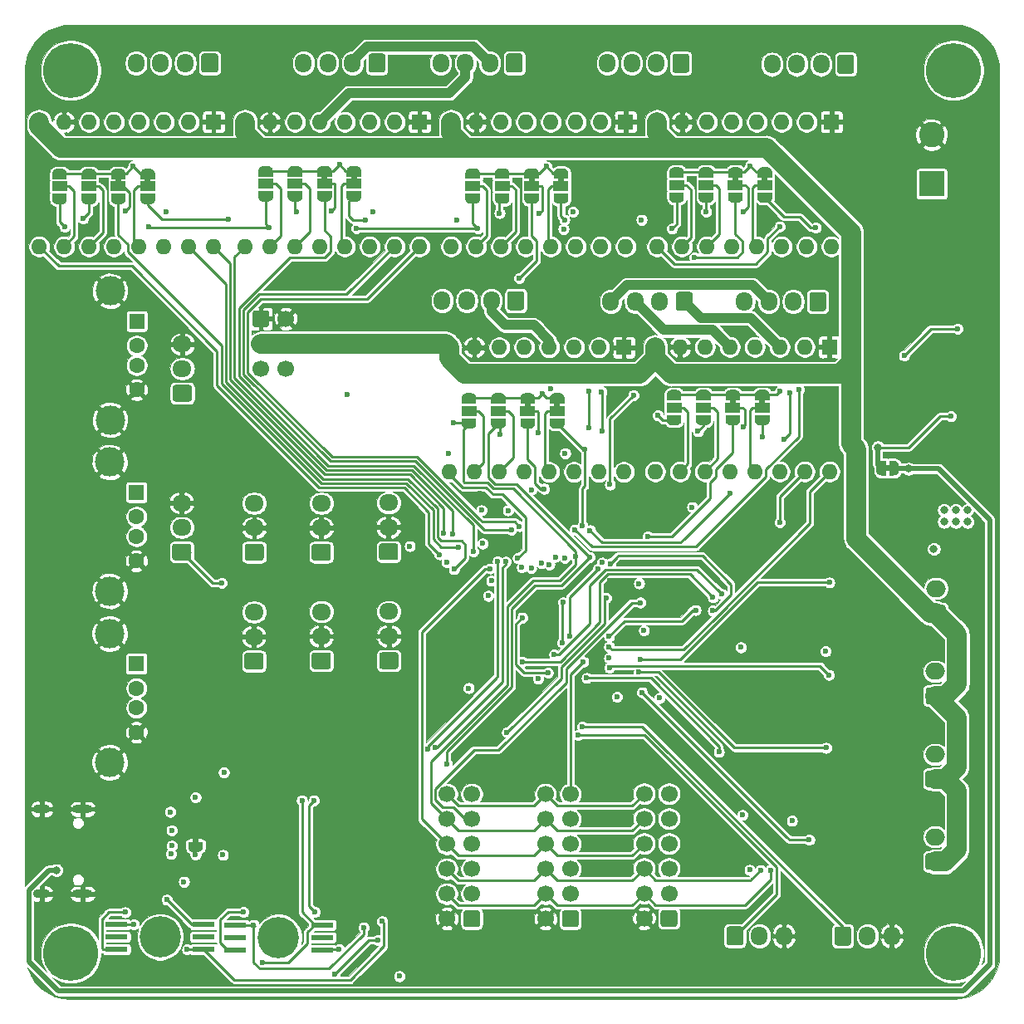
<source format=gbl>
G04 #@! TF.GenerationSoftware,KiCad,Pcbnew,5.1.9+dfsg1-1~bpo10+1*
G04 #@! TF.CreationDate,2021-07-28T22:18:55+00:00*
G04 #@! TF.ProjectId,mobo,6d6f626f-2e6b-4696-9361-645f70636258,rev?*
G04 #@! TF.SameCoordinates,Original*
G04 #@! TF.FileFunction,Copper,L4,Bot*
G04 #@! TF.FilePolarity,Positive*
%FSLAX46Y46*%
G04 Gerber Fmt 4.6, Leading zero omitted, Abs format (unit mm)*
G04 Created by KiCad (PCBNEW 5.1.9+dfsg1-1~bpo10+1) date 2021-07-28 22:18:55*
%MOMM*%
%LPD*%
G01*
G04 APERTURE LIST*
G04 #@! TA.AperFunction,EtchedComponent*
%ADD10C,0.100000*%
G04 #@! TD*
G04 #@! TA.AperFunction,ComponentPad*
%ADD11R,1.600000X1.600000*%
G04 #@! TD*
G04 #@! TA.AperFunction,ComponentPad*
%ADD12O,1.600000X1.600000*%
G04 #@! TD*
G04 #@! TA.AperFunction,ComponentPad*
%ADD13C,1.700000*%
G04 #@! TD*
G04 #@! TA.AperFunction,SMDPad,CuDef*
%ADD14C,0.100000*%
G04 #@! TD*
G04 #@! TA.AperFunction,SMDPad,CuDef*
%ADD15R,1.500000X1.000000*%
G04 #@! TD*
G04 #@! TA.AperFunction,ComponentPad*
%ADD16O,1.700000X1.950000*%
G04 #@! TD*
G04 #@! TA.AperFunction,ComponentPad*
%ADD17O,1.950000X1.700000*%
G04 #@! TD*
G04 #@! TA.AperFunction,ComponentPad*
%ADD18O,2.000000X1.700000*%
G04 #@! TD*
G04 #@! TA.AperFunction,ComponentPad*
%ADD19C,3.000000*%
G04 #@! TD*
G04 #@! TA.AperFunction,ComponentPad*
%ADD20C,1.600000*%
G04 #@! TD*
G04 #@! TA.AperFunction,ComponentPad*
%ADD21C,4.200000*%
G04 #@! TD*
G04 #@! TA.AperFunction,SMDPad,CuDef*
%ADD22R,2.300000X0.600000*%
G04 #@! TD*
G04 #@! TA.AperFunction,ComponentPad*
%ADD23O,1.700000X0.900000*%
G04 #@! TD*
G04 #@! TA.AperFunction,ComponentPad*
%ADD24O,2.000000X0.900000*%
G04 #@! TD*
G04 #@! TA.AperFunction,ComponentPad*
%ADD25R,2.600000X2.600000*%
G04 #@! TD*
G04 #@! TA.AperFunction,ComponentPad*
%ADD26C,2.600000*%
G04 #@! TD*
G04 #@! TA.AperFunction,ComponentPad*
%ADD27C,5.600000*%
G04 #@! TD*
G04 #@! TA.AperFunction,ViaPad*
%ADD28C,0.600000*%
G04 #@! TD*
G04 #@! TA.AperFunction,ViaPad*
%ADD29C,0.800000*%
G04 #@! TD*
G04 #@! TA.AperFunction,Conductor*
%ADD30C,0.250000*%
G04 #@! TD*
G04 #@! TA.AperFunction,Conductor*
%ADD31C,1.000000*%
G04 #@! TD*
G04 #@! TA.AperFunction,Conductor*
%ADD32C,2.000000*%
G04 #@! TD*
G04 #@! TA.AperFunction,Conductor*
%ADD33C,0.500000*%
G04 #@! TD*
G04 #@! TA.AperFunction,Conductor*
%ADD34C,0.100000*%
G04 #@! TD*
G04 APERTURE END LIST*
D10*
G36*
X120310000Y-104830000D02*
G01*
X120310000Y-105330000D01*
X120910000Y-105330000D01*
X120910000Y-104830000D01*
X120310000Y-104830000D01*
G37*
G36*
X123310000Y-104830000D02*
G01*
X123310000Y-105330000D01*
X123910000Y-105330000D01*
X123910000Y-104830000D01*
X123310000Y-104830000D01*
G37*
G36*
X78570000Y-81950000D02*
G01*
X78570000Y-82450000D01*
X79170000Y-82450000D01*
X79170000Y-81950000D01*
X78570000Y-81950000D01*
G37*
G36*
X81570000Y-81950000D02*
G01*
X81570000Y-82450000D01*
X82170000Y-82450000D01*
X82170000Y-81950000D01*
X81570000Y-81950000D01*
G37*
G36*
X99590000Y-81690000D02*
G01*
X99590000Y-82190000D01*
X100190000Y-82190000D01*
X100190000Y-81690000D01*
X99590000Y-81690000D01*
G37*
G36*
X102590000Y-81690000D02*
G01*
X102590000Y-82190000D01*
X103190000Y-82190000D01*
X103190000Y-81690000D01*
X102590000Y-81690000D01*
G37*
G36*
X120700000Y-81920000D02*
G01*
X120700000Y-82420000D01*
X121300000Y-82420000D01*
X121300000Y-81920000D01*
X120700000Y-81920000D01*
G37*
G36*
X123700000Y-81920000D02*
G01*
X123700000Y-82420000D01*
X124300000Y-82420000D01*
X124300000Y-81920000D01*
X123700000Y-81920000D01*
G37*
G36*
X141480000Y-81800000D02*
G01*
X141480000Y-82300000D01*
X142080000Y-82300000D01*
X142080000Y-81800000D01*
X141480000Y-81800000D01*
G37*
G36*
X144480000Y-81800000D02*
G01*
X144480000Y-82300000D01*
X145080000Y-82300000D01*
X145080000Y-81800000D01*
X144480000Y-81800000D01*
G37*
G36*
X144220000Y-104490000D02*
G01*
X144220000Y-104990000D01*
X144820000Y-104990000D01*
X144820000Y-104490000D01*
X144220000Y-104490000D01*
G37*
G36*
X141220000Y-104490000D02*
G01*
X141220000Y-104990000D01*
X141820000Y-104990000D01*
X141820000Y-104490000D01*
X141220000Y-104490000D01*
G37*
G36*
X157550000Y-111870000D02*
G01*
X157050000Y-111870000D01*
X157050000Y-111270000D01*
X157550000Y-111270000D01*
X157550000Y-111870000D01*
G37*
G36*
X87040000Y-149300000D02*
G01*
X87040000Y-149800000D01*
X86440000Y-149800000D01*
X86440000Y-149300000D01*
X87040000Y-149300000D01*
G37*
D11*
X88570000Y-76280000D03*
D12*
X70790000Y-88980000D03*
X86030000Y-76280000D03*
X73330000Y-88980000D03*
X83490000Y-76280000D03*
X75870000Y-88980000D03*
X80950000Y-76280000D03*
X78410000Y-88980000D03*
X78410000Y-76280000D03*
X80950000Y-88980000D03*
X75870000Y-76280000D03*
X83490000Y-88980000D03*
X73330000Y-76280000D03*
X86030000Y-88980000D03*
X70790000Y-76280000D03*
X88570000Y-88980000D03*
D13*
X132468000Y-144780000D03*
X132468000Y-147320000D03*
X132468000Y-149860000D03*
X132468000Y-152400000D03*
X132468000Y-154940000D03*
X132468000Y-157480000D03*
X135008000Y-144780000D03*
X135008000Y-147320000D03*
X135008000Y-149860000D03*
X135008000Y-152400000D03*
X135008000Y-154940000D03*
G04 #@! TA.AperFunction,ComponentPad*
G36*
G01*
X135858000Y-156880000D02*
X135858000Y-158080000D01*
G75*
G02*
X135608000Y-158330000I-250000J0D01*
G01*
X134408000Y-158330000D01*
G75*
G02*
X134158000Y-158080000I0J250000D01*
G01*
X134158000Y-156880000D01*
G75*
G02*
X134408000Y-156630000I250000J0D01*
G01*
X135608000Y-156630000D01*
G75*
G02*
X135858000Y-156880000I0J-250000D01*
G01*
G37*
G04 #@! TD.AperFunction*
G04 #@! TA.AperFunction,SMDPad,CuDef*
D14*
G36*
X119860000Y-104980000D02*
G01*
X119860000Y-104430000D01*
X119860602Y-104430000D01*
X119860602Y-104405466D01*
X119865412Y-104356635D01*
X119874984Y-104308510D01*
X119889228Y-104261555D01*
X119908005Y-104216222D01*
X119931136Y-104172949D01*
X119958396Y-104132150D01*
X119989524Y-104094221D01*
X120024221Y-104059524D01*
X120062150Y-104028396D01*
X120102949Y-104001136D01*
X120146222Y-103978005D01*
X120191555Y-103959228D01*
X120238510Y-103944984D01*
X120286635Y-103935412D01*
X120335466Y-103930602D01*
X120360000Y-103930602D01*
X120360000Y-103930000D01*
X120860000Y-103930000D01*
X120860000Y-103930602D01*
X120884534Y-103930602D01*
X120933365Y-103935412D01*
X120981490Y-103944984D01*
X121028445Y-103959228D01*
X121073778Y-103978005D01*
X121117051Y-104001136D01*
X121157850Y-104028396D01*
X121195779Y-104059524D01*
X121230476Y-104094221D01*
X121261604Y-104132150D01*
X121288864Y-104172949D01*
X121311995Y-104216222D01*
X121330772Y-104261555D01*
X121345016Y-104308510D01*
X121354588Y-104356635D01*
X121359398Y-104405466D01*
X121359398Y-104430000D01*
X121360000Y-104430000D01*
X121360000Y-104980000D01*
X119860000Y-104980000D01*
G37*
G04 #@! TD.AperFunction*
D15*
X120610000Y-105730000D03*
G04 #@! TA.AperFunction,SMDPad,CuDef*
D14*
G36*
X121359398Y-107030000D02*
G01*
X121359398Y-107054534D01*
X121354588Y-107103365D01*
X121345016Y-107151490D01*
X121330772Y-107198445D01*
X121311995Y-107243778D01*
X121288864Y-107287051D01*
X121261604Y-107327850D01*
X121230476Y-107365779D01*
X121195779Y-107400476D01*
X121157850Y-107431604D01*
X121117051Y-107458864D01*
X121073778Y-107481995D01*
X121028445Y-107500772D01*
X120981490Y-107515016D01*
X120933365Y-107524588D01*
X120884534Y-107529398D01*
X120860000Y-107529398D01*
X120860000Y-107530000D01*
X120360000Y-107530000D01*
X120360000Y-107529398D01*
X120335466Y-107529398D01*
X120286635Y-107524588D01*
X120238510Y-107515016D01*
X120191555Y-107500772D01*
X120146222Y-107481995D01*
X120102949Y-107458864D01*
X120062150Y-107431604D01*
X120024221Y-107400476D01*
X119989524Y-107365779D01*
X119958396Y-107327850D01*
X119931136Y-107287051D01*
X119908005Y-107243778D01*
X119889228Y-107198445D01*
X119874984Y-107151490D01*
X119865412Y-107103365D01*
X119860602Y-107054534D01*
X119860602Y-107030000D01*
X119860000Y-107030000D01*
X119860000Y-106480000D01*
X121360000Y-106480000D01*
X121360000Y-107030000D01*
X121359398Y-107030000D01*
G37*
G04 #@! TD.AperFunction*
D15*
X114610000Y-105730000D03*
G04 #@! TA.AperFunction,SMDPad,CuDef*
D14*
G36*
X115359398Y-107030000D02*
G01*
X115359398Y-107054534D01*
X115354588Y-107103365D01*
X115345016Y-107151490D01*
X115330772Y-107198445D01*
X115311995Y-107243778D01*
X115288864Y-107287051D01*
X115261604Y-107327850D01*
X115230476Y-107365779D01*
X115195779Y-107400476D01*
X115157850Y-107431604D01*
X115117051Y-107458864D01*
X115073778Y-107481995D01*
X115028445Y-107500772D01*
X114981490Y-107515016D01*
X114933365Y-107524588D01*
X114884534Y-107529398D01*
X114860000Y-107529398D01*
X114860000Y-107530000D01*
X114360000Y-107530000D01*
X114360000Y-107529398D01*
X114335466Y-107529398D01*
X114286635Y-107524588D01*
X114238510Y-107515016D01*
X114191555Y-107500772D01*
X114146222Y-107481995D01*
X114102949Y-107458864D01*
X114062150Y-107431604D01*
X114024221Y-107400476D01*
X113989524Y-107365779D01*
X113958396Y-107327850D01*
X113931136Y-107287051D01*
X113908005Y-107243778D01*
X113889228Y-107198445D01*
X113874984Y-107151490D01*
X113865412Y-107103365D01*
X113860602Y-107054534D01*
X113860602Y-107030000D01*
X113860000Y-107030000D01*
X113860000Y-106480000D01*
X115360000Y-106480000D01*
X115360000Y-107030000D01*
X115359398Y-107030000D01*
G37*
G04 #@! TD.AperFunction*
G04 #@! TA.AperFunction,SMDPad,CuDef*
G36*
X113860000Y-104980000D02*
G01*
X113860000Y-104430000D01*
X113860602Y-104430000D01*
X113860602Y-104405466D01*
X113865412Y-104356635D01*
X113874984Y-104308510D01*
X113889228Y-104261555D01*
X113908005Y-104216222D01*
X113931136Y-104172949D01*
X113958396Y-104132150D01*
X113989524Y-104094221D01*
X114024221Y-104059524D01*
X114062150Y-104028396D01*
X114102949Y-104001136D01*
X114146222Y-103978005D01*
X114191555Y-103959228D01*
X114238510Y-103944984D01*
X114286635Y-103935412D01*
X114335466Y-103930602D01*
X114360000Y-103930602D01*
X114360000Y-103930000D01*
X114860000Y-103930000D01*
X114860000Y-103930602D01*
X114884534Y-103930602D01*
X114933365Y-103935412D01*
X114981490Y-103944984D01*
X115028445Y-103959228D01*
X115073778Y-103978005D01*
X115117051Y-104001136D01*
X115157850Y-104028396D01*
X115195779Y-104059524D01*
X115230476Y-104094221D01*
X115261604Y-104132150D01*
X115288864Y-104172949D01*
X115311995Y-104216222D01*
X115330772Y-104261555D01*
X115345016Y-104308510D01*
X115354588Y-104356635D01*
X115359398Y-104405466D01*
X115359398Y-104430000D01*
X115360000Y-104430000D01*
X115360000Y-104980000D01*
X113860000Y-104980000D01*
G37*
G04 #@! TD.AperFunction*
G04 #@! TA.AperFunction,SMDPad,CuDef*
G36*
X122860000Y-104980000D02*
G01*
X122860000Y-104430000D01*
X122860602Y-104430000D01*
X122860602Y-104405466D01*
X122865412Y-104356635D01*
X122874984Y-104308510D01*
X122889228Y-104261555D01*
X122908005Y-104216222D01*
X122931136Y-104172949D01*
X122958396Y-104132150D01*
X122989524Y-104094221D01*
X123024221Y-104059524D01*
X123062150Y-104028396D01*
X123102949Y-104001136D01*
X123146222Y-103978005D01*
X123191555Y-103959228D01*
X123238510Y-103944984D01*
X123286635Y-103935412D01*
X123335466Y-103930602D01*
X123360000Y-103930602D01*
X123360000Y-103930000D01*
X123860000Y-103930000D01*
X123860000Y-103930602D01*
X123884534Y-103930602D01*
X123933365Y-103935412D01*
X123981490Y-103944984D01*
X124028445Y-103959228D01*
X124073778Y-103978005D01*
X124117051Y-104001136D01*
X124157850Y-104028396D01*
X124195779Y-104059524D01*
X124230476Y-104094221D01*
X124261604Y-104132150D01*
X124288864Y-104172949D01*
X124311995Y-104216222D01*
X124330772Y-104261555D01*
X124345016Y-104308510D01*
X124354588Y-104356635D01*
X124359398Y-104405466D01*
X124359398Y-104430000D01*
X124360000Y-104430000D01*
X124360000Y-104980000D01*
X122860000Y-104980000D01*
G37*
G04 #@! TD.AperFunction*
D15*
X123610000Y-105730000D03*
G04 #@! TA.AperFunction,SMDPad,CuDef*
D14*
G36*
X124359398Y-107030000D02*
G01*
X124359398Y-107054534D01*
X124354588Y-107103365D01*
X124345016Y-107151490D01*
X124330772Y-107198445D01*
X124311995Y-107243778D01*
X124288864Y-107287051D01*
X124261604Y-107327850D01*
X124230476Y-107365779D01*
X124195779Y-107400476D01*
X124157850Y-107431604D01*
X124117051Y-107458864D01*
X124073778Y-107481995D01*
X124028445Y-107500772D01*
X123981490Y-107515016D01*
X123933365Y-107524588D01*
X123884534Y-107529398D01*
X123860000Y-107529398D01*
X123860000Y-107530000D01*
X123360000Y-107530000D01*
X123360000Y-107529398D01*
X123335466Y-107529398D01*
X123286635Y-107524588D01*
X123238510Y-107515016D01*
X123191555Y-107500772D01*
X123146222Y-107481995D01*
X123102949Y-107458864D01*
X123062150Y-107431604D01*
X123024221Y-107400476D01*
X122989524Y-107365779D01*
X122958396Y-107327850D01*
X122931136Y-107287051D01*
X122908005Y-107243778D01*
X122889228Y-107198445D01*
X122874984Y-107151490D01*
X122865412Y-107103365D01*
X122860602Y-107054534D01*
X122860602Y-107030000D01*
X122860000Y-107030000D01*
X122860000Y-106480000D01*
X124360000Y-106480000D01*
X124360000Y-107030000D01*
X124359398Y-107030000D01*
G37*
G04 #@! TD.AperFunction*
D15*
X117610000Y-105730000D03*
G04 #@! TA.AperFunction,SMDPad,CuDef*
D14*
G36*
X118359398Y-107030000D02*
G01*
X118359398Y-107054534D01*
X118354588Y-107103365D01*
X118345016Y-107151490D01*
X118330772Y-107198445D01*
X118311995Y-107243778D01*
X118288864Y-107287051D01*
X118261604Y-107327850D01*
X118230476Y-107365779D01*
X118195779Y-107400476D01*
X118157850Y-107431604D01*
X118117051Y-107458864D01*
X118073778Y-107481995D01*
X118028445Y-107500772D01*
X117981490Y-107515016D01*
X117933365Y-107524588D01*
X117884534Y-107529398D01*
X117860000Y-107529398D01*
X117860000Y-107530000D01*
X117360000Y-107530000D01*
X117360000Y-107529398D01*
X117335466Y-107529398D01*
X117286635Y-107524588D01*
X117238510Y-107515016D01*
X117191555Y-107500772D01*
X117146222Y-107481995D01*
X117102949Y-107458864D01*
X117062150Y-107431604D01*
X117024221Y-107400476D01*
X116989524Y-107365779D01*
X116958396Y-107327850D01*
X116931136Y-107287051D01*
X116908005Y-107243778D01*
X116889228Y-107198445D01*
X116874984Y-107151490D01*
X116865412Y-107103365D01*
X116860602Y-107054534D01*
X116860602Y-107030000D01*
X116860000Y-107030000D01*
X116860000Y-106480000D01*
X118360000Y-106480000D01*
X118360000Y-107030000D01*
X118359398Y-107030000D01*
G37*
G04 #@! TD.AperFunction*
G04 #@! TA.AperFunction,SMDPad,CuDef*
G36*
X116860000Y-104980000D02*
G01*
X116860000Y-104430000D01*
X116860602Y-104430000D01*
X116860602Y-104405466D01*
X116865412Y-104356635D01*
X116874984Y-104308510D01*
X116889228Y-104261555D01*
X116908005Y-104216222D01*
X116931136Y-104172949D01*
X116958396Y-104132150D01*
X116989524Y-104094221D01*
X117024221Y-104059524D01*
X117062150Y-104028396D01*
X117102949Y-104001136D01*
X117146222Y-103978005D01*
X117191555Y-103959228D01*
X117238510Y-103944984D01*
X117286635Y-103935412D01*
X117335466Y-103930602D01*
X117360000Y-103930602D01*
X117360000Y-103930000D01*
X117860000Y-103930000D01*
X117860000Y-103930602D01*
X117884534Y-103930602D01*
X117933365Y-103935412D01*
X117981490Y-103944984D01*
X118028445Y-103959228D01*
X118073778Y-103978005D01*
X118117051Y-104001136D01*
X118157850Y-104028396D01*
X118195779Y-104059524D01*
X118230476Y-104094221D01*
X118261604Y-104132150D01*
X118288864Y-104172949D01*
X118311995Y-104216222D01*
X118330772Y-104261555D01*
X118345016Y-104308510D01*
X118354588Y-104356635D01*
X118359398Y-104405466D01*
X118359398Y-104430000D01*
X118360000Y-104430000D01*
X118360000Y-104980000D01*
X116860000Y-104980000D01*
G37*
G04 #@! TD.AperFunction*
G04 #@! TA.AperFunction,SMDPad,CuDef*
G36*
X78120000Y-82100000D02*
G01*
X78120000Y-81550000D01*
X78120602Y-81550000D01*
X78120602Y-81525466D01*
X78125412Y-81476635D01*
X78134984Y-81428510D01*
X78149228Y-81381555D01*
X78168005Y-81336222D01*
X78191136Y-81292949D01*
X78218396Y-81252150D01*
X78249524Y-81214221D01*
X78284221Y-81179524D01*
X78322150Y-81148396D01*
X78362949Y-81121136D01*
X78406222Y-81098005D01*
X78451555Y-81079228D01*
X78498510Y-81064984D01*
X78546635Y-81055412D01*
X78595466Y-81050602D01*
X78620000Y-81050602D01*
X78620000Y-81050000D01*
X79120000Y-81050000D01*
X79120000Y-81050602D01*
X79144534Y-81050602D01*
X79193365Y-81055412D01*
X79241490Y-81064984D01*
X79288445Y-81079228D01*
X79333778Y-81098005D01*
X79377051Y-81121136D01*
X79417850Y-81148396D01*
X79455779Y-81179524D01*
X79490476Y-81214221D01*
X79521604Y-81252150D01*
X79548864Y-81292949D01*
X79571995Y-81336222D01*
X79590772Y-81381555D01*
X79605016Y-81428510D01*
X79614588Y-81476635D01*
X79619398Y-81525466D01*
X79619398Y-81550000D01*
X79620000Y-81550000D01*
X79620000Y-82100000D01*
X78120000Y-82100000D01*
G37*
G04 #@! TD.AperFunction*
D15*
X78870000Y-82850000D03*
G04 #@! TA.AperFunction,SMDPad,CuDef*
D14*
G36*
X79619398Y-84150000D02*
G01*
X79619398Y-84174534D01*
X79614588Y-84223365D01*
X79605016Y-84271490D01*
X79590772Y-84318445D01*
X79571995Y-84363778D01*
X79548864Y-84407051D01*
X79521604Y-84447850D01*
X79490476Y-84485779D01*
X79455779Y-84520476D01*
X79417850Y-84551604D01*
X79377051Y-84578864D01*
X79333778Y-84601995D01*
X79288445Y-84620772D01*
X79241490Y-84635016D01*
X79193365Y-84644588D01*
X79144534Y-84649398D01*
X79120000Y-84649398D01*
X79120000Y-84650000D01*
X78620000Y-84650000D01*
X78620000Y-84649398D01*
X78595466Y-84649398D01*
X78546635Y-84644588D01*
X78498510Y-84635016D01*
X78451555Y-84620772D01*
X78406222Y-84601995D01*
X78362949Y-84578864D01*
X78322150Y-84551604D01*
X78284221Y-84520476D01*
X78249524Y-84485779D01*
X78218396Y-84447850D01*
X78191136Y-84407051D01*
X78168005Y-84363778D01*
X78149228Y-84318445D01*
X78134984Y-84271490D01*
X78125412Y-84223365D01*
X78120602Y-84174534D01*
X78120602Y-84150000D01*
X78120000Y-84150000D01*
X78120000Y-83600000D01*
X79620000Y-83600000D01*
X79620000Y-84150000D01*
X79619398Y-84150000D01*
G37*
G04 #@! TD.AperFunction*
D15*
X72870000Y-82850000D03*
G04 #@! TA.AperFunction,SMDPad,CuDef*
D14*
G36*
X73619398Y-84150000D02*
G01*
X73619398Y-84174534D01*
X73614588Y-84223365D01*
X73605016Y-84271490D01*
X73590772Y-84318445D01*
X73571995Y-84363778D01*
X73548864Y-84407051D01*
X73521604Y-84447850D01*
X73490476Y-84485779D01*
X73455779Y-84520476D01*
X73417850Y-84551604D01*
X73377051Y-84578864D01*
X73333778Y-84601995D01*
X73288445Y-84620772D01*
X73241490Y-84635016D01*
X73193365Y-84644588D01*
X73144534Y-84649398D01*
X73120000Y-84649398D01*
X73120000Y-84650000D01*
X72620000Y-84650000D01*
X72620000Y-84649398D01*
X72595466Y-84649398D01*
X72546635Y-84644588D01*
X72498510Y-84635016D01*
X72451555Y-84620772D01*
X72406222Y-84601995D01*
X72362949Y-84578864D01*
X72322150Y-84551604D01*
X72284221Y-84520476D01*
X72249524Y-84485779D01*
X72218396Y-84447850D01*
X72191136Y-84407051D01*
X72168005Y-84363778D01*
X72149228Y-84318445D01*
X72134984Y-84271490D01*
X72125412Y-84223365D01*
X72120602Y-84174534D01*
X72120602Y-84150000D01*
X72120000Y-84150000D01*
X72120000Y-83600000D01*
X73620000Y-83600000D01*
X73620000Y-84150000D01*
X73619398Y-84150000D01*
G37*
G04 #@! TD.AperFunction*
G04 #@! TA.AperFunction,SMDPad,CuDef*
G36*
X72120000Y-82100000D02*
G01*
X72120000Y-81550000D01*
X72120602Y-81550000D01*
X72120602Y-81525466D01*
X72125412Y-81476635D01*
X72134984Y-81428510D01*
X72149228Y-81381555D01*
X72168005Y-81336222D01*
X72191136Y-81292949D01*
X72218396Y-81252150D01*
X72249524Y-81214221D01*
X72284221Y-81179524D01*
X72322150Y-81148396D01*
X72362949Y-81121136D01*
X72406222Y-81098005D01*
X72451555Y-81079228D01*
X72498510Y-81064984D01*
X72546635Y-81055412D01*
X72595466Y-81050602D01*
X72620000Y-81050602D01*
X72620000Y-81050000D01*
X73120000Y-81050000D01*
X73120000Y-81050602D01*
X73144534Y-81050602D01*
X73193365Y-81055412D01*
X73241490Y-81064984D01*
X73288445Y-81079228D01*
X73333778Y-81098005D01*
X73377051Y-81121136D01*
X73417850Y-81148396D01*
X73455779Y-81179524D01*
X73490476Y-81214221D01*
X73521604Y-81252150D01*
X73548864Y-81292949D01*
X73571995Y-81336222D01*
X73590772Y-81381555D01*
X73605016Y-81428510D01*
X73614588Y-81476635D01*
X73619398Y-81525466D01*
X73619398Y-81550000D01*
X73620000Y-81550000D01*
X73620000Y-82100000D01*
X72120000Y-82100000D01*
G37*
G04 #@! TD.AperFunction*
G04 #@! TA.AperFunction,SMDPad,CuDef*
G36*
X81120000Y-82100000D02*
G01*
X81120000Y-81550000D01*
X81120602Y-81550000D01*
X81120602Y-81525466D01*
X81125412Y-81476635D01*
X81134984Y-81428510D01*
X81149228Y-81381555D01*
X81168005Y-81336222D01*
X81191136Y-81292949D01*
X81218396Y-81252150D01*
X81249524Y-81214221D01*
X81284221Y-81179524D01*
X81322150Y-81148396D01*
X81362949Y-81121136D01*
X81406222Y-81098005D01*
X81451555Y-81079228D01*
X81498510Y-81064984D01*
X81546635Y-81055412D01*
X81595466Y-81050602D01*
X81620000Y-81050602D01*
X81620000Y-81050000D01*
X82120000Y-81050000D01*
X82120000Y-81050602D01*
X82144534Y-81050602D01*
X82193365Y-81055412D01*
X82241490Y-81064984D01*
X82288445Y-81079228D01*
X82333778Y-81098005D01*
X82377051Y-81121136D01*
X82417850Y-81148396D01*
X82455779Y-81179524D01*
X82490476Y-81214221D01*
X82521604Y-81252150D01*
X82548864Y-81292949D01*
X82571995Y-81336222D01*
X82590772Y-81381555D01*
X82605016Y-81428510D01*
X82614588Y-81476635D01*
X82619398Y-81525466D01*
X82619398Y-81550000D01*
X82620000Y-81550000D01*
X82620000Y-82100000D01*
X81120000Y-82100000D01*
G37*
G04 #@! TD.AperFunction*
D15*
X81870000Y-82850000D03*
G04 #@! TA.AperFunction,SMDPad,CuDef*
D14*
G36*
X82619398Y-84150000D02*
G01*
X82619398Y-84174534D01*
X82614588Y-84223365D01*
X82605016Y-84271490D01*
X82590772Y-84318445D01*
X82571995Y-84363778D01*
X82548864Y-84407051D01*
X82521604Y-84447850D01*
X82490476Y-84485779D01*
X82455779Y-84520476D01*
X82417850Y-84551604D01*
X82377051Y-84578864D01*
X82333778Y-84601995D01*
X82288445Y-84620772D01*
X82241490Y-84635016D01*
X82193365Y-84644588D01*
X82144534Y-84649398D01*
X82120000Y-84649398D01*
X82120000Y-84650000D01*
X81620000Y-84650000D01*
X81620000Y-84649398D01*
X81595466Y-84649398D01*
X81546635Y-84644588D01*
X81498510Y-84635016D01*
X81451555Y-84620772D01*
X81406222Y-84601995D01*
X81362949Y-84578864D01*
X81322150Y-84551604D01*
X81284221Y-84520476D01*
X81249524Y-84485779D01*
X81218396Y-84447850D01*
X81191136Y-84407051D01*
X81168005Y-84363778D01*
X81149228Y-84318445D01*
X81134984Y-84271490D01*
X81125412Y-84223365D01*
X81120602Y-84174534D01*
X81120602Y-84150000D01*
X81120000Y-84150000D01*
X81120000Y-83600000D01*
X82620000Y-83600000D01*
X82620000Y-84150000D01*
X82619398Y-84150000D01*
G37*
G04 #@! TD.AperFunction*
D15*
X75870000Y-82850000D03*
G04 #@! TA.AperFunction,SMDPad,CuDef*
D14*
G36*
X76619398Y-84150000D02*
G01*
X76619398Y-84174534D01*
X76614588Y-84223365D01*
X76605016Y-84271490D01*
X76590772Y-84318445D01*
X76571995Y-84363778D01*
X76548864Y-84407051D01*
X76521604Y-84447850D01*
X76490476Y-84485779D01*
X76455779Y-84520476D01*
X76417850Y-84551604D01*
X76377051Y-84578864D01*
X76333778Y-84601995D01*
X76288445Y-84620772D01*
X76241490Y-84635016D01*
X76193365Y-84644588D01*
X76144534Y-84649398D01*
X76120000Y-84649398D01*
X76120000Y-84650000D01*
X75620000Y-84650000D01*
X75620000Y-84649398D01*
X75595466Y-84649398D01*
X75546635Y-84644588D01*
X75498510Y-84635016D01*
X75451555Y-84620772D01*
X75406222Y-84601995D01*
X75362949Y-84578864D01*
X75322150Y-84551604D01*
X75284221Y-84520476D01*
X75249524Y-84485779D01*
X75218396Y-84447850D01*
X75191136Y-84407051D01*
X75168005Y-84363778D01*
X75149228Y-84318445D01*
X75134984Y-84271490D01*
X75125412Y-84223365D01*
X75120602Y-84174534D01*
X75120602Y-84150000D01*
X75120000Y-84150000D01*
X75120000Y-83600000D01*
X76620000Y-83600000D01*
X76620000Y-84150000D01*
X76619398Y-84150000D01*
G37*
G04 #@! TD.AperFunction*
G04 #@! TA.AperFunction,SMDPad,CuDef*
G36*
X75120000Y-82100000D02*
G01*
X75120000Y-81550000D01*
X75120602Y-81550000D01*
X75120602Y-81525466D01*
X75125412Y-81476635D01*
X75134984Y-81428510D01*
X75149228Y-81381555D01*
X75168005Y-81336222D01*
X75191136Y-81292949D01*
X75218396Y-81252150D01*
X75249524Y-81214221D01*
X75284221Y-81179524D01*
X75322150Y-81148396D01*
X75362949Y-81121136D01*
X75406222Y-81098005D01*
X75451555Y-81079228D01*
X75498510Y-81064984D01*
X75546635Y-81055412D01*
X75595466Y-81050602D01*
X75620000Y-81050602D01*
X75620000Y-81050000D01*
X76120000Y-81050000D01*
X76120000Y-81050602D01*
X76144534Y-81050602D01*
X76193365Y-81055412D01*
X76241490Y-81064984D01*
X76288445Y-81079228D01*
X76333778Y-81098005D01*
X76377051Y-81121136D01*
X76417850Y-81148396D01*
X76455779Y-81179524D01*
X76490476Y-81214221D01*
X76521604Y-81252150D01*
X76548864Y-81292949D01*
X76571995Y-81336222D01*
X76590772Y-81381555D01*
X76605016Y-81428510D01*
X76614588Y-81476635D01*
X76619398Y-81525466D01*
X76619398Y-81550000D01*
X76620000Y-81550000D01*
X76620000Y-82100000D01*
X75120000Y-82100000D01*
G37*
G04 #@! TD.AperFunction*
G04 #@! TA.AperFunction,SMDPad,CuDef*
G36*
X99140000Y-81840000D02*
G01*
X99140000Y-81290000D01*
X99140602Y-81290000D01*
X99140602Y-81265466D01*
X99145412Y-81216635D01*
X99154984Y-81168510D01*
X99169228Y-81121555D01*
X99188005Y-81076222D01*
X99211136Y-81032949D01*
X99238396Y-80992150D01*
X99269524Y-80954221D01*
X99304221Y-80919524D01*
X99342150Y-80888396D01*
X99382949Y-80861136D01*
X99426222Y-80838005D01*
X99471555Y-80819228D01*
X99518510Y-80804984D01*
X99566635Y-80795412D01*
X99615466Y-80790602D01*
X99640000Y-80790602D01*
X99640000Y-80790000D01*
X100140000Y-80790000D01*
X100140000Y-80790602D01*
X100164534Y-80790602D01*
X100213365Y-80795412D01*
X100261490Y-80804984D01*
X100308445Y-80819228D01*
X100353778Y-80838005D01*
X100397051Y-80861136D01*
X100437850Y-80888396D01*
X100475779Y-80919524D01*
X100510476Y-80954221D01*
X100541604Y-80992150D01*
X100568864Y-81032949D01*
X100591995Y-81076222D01*
X100610772Y-81121555D01*
X100625016Y-81168510D01*
X100634588Y-81216635D01*
X100639398Y-81265466D01*
X100639398Y-81290000D01*
X100640000Y-81290000D01*
X100640000Y-81840000D01*
X99140000Y-81840000D01*
G37*
G04 #@! TD.AperFunction*
D15*
X99890000Y-82590000D03*
G04 #@! TA.AperFunction,SMDPad,CuDef*
D14*
G36*
X100639398Y-83890000D02*
G01*
X100639398Y-83914534D01*
X100634588Y-83963365D01*
X100625016Y-84011490D01*
X100610772Y-84058445D01*
X100591995Y-84103778D01*
X100568864Y-84147051D01*
X100541604Y-84187850D01*
X100510476Y-84225779D01*
X100475779Y-84260476D01*
X100437850Y-84291604D01*
X100397051Y-84318864D01*
X100353778Y-84341995D01*
X100308445Y-84360772D01*
X100261490Y-84375016D01*
X100213365Y-84384588D01*
X100164534Y-84389398D01*
X100140000Y-84389398D01*
X100140000Y-84390000D01*
X99640000Y-84390000D01*
X99640000Y-84389398D01*
X99615466Y-84389398D01*
X99566635Y-84384588D01*
X99518510Y-84375016D01*
X99471555Y-84360772D01*
X99426222Y-84341995D01*
X99382949Y-84318864D01*
X99342150Y-84291604D01*
X99304221Y-84260476D01*
X99269524Y-84225779D01*
X99238396Y-84187850D01*
X99211136Y-84147051D01*
X99188005Y-84103778D01*
X99169228Y-84058445D01*
X99154984Y-84011490D01*
X99145412Y-83963365D01*
X99140602Y-83914534D01*
X99140602Y-83890000D01*
X99140000Y-83890000D01*
X99140000Y-83340000D01*
X100640000Y-83340000D01*
X100640000Y-83890000D01*
X100639398Y-83890000D01*
G37*
G04 #@! TD.AperFunction*
D15*
X93890000Y-82590000D03*
G04 #@! TA.AperFunction,SMDPad,CuDef*
D14*
G36*
X94639398Y-83890000D02*
G01*
X94639398Y-83914534D01*
X94634588Y-83963365D01*
X94625016Y-84011490D01*
X94610772Y-84058445D01*
X94591995Y-84103778D01*
X94568864Y-84147051D01*
X94541604Y-84187850D01*
X94510476Y-84225779D01*
X94475779Y-84260476D01*
X94437850Y-84291604D01*
X94397051Y-84318864D01*
X94353778Y-84341995D01*
X94308445Y-84360772D01*
X94261490Y-84375016D01*
X94213365Y-84384588D01*
X94164534Y-84389398D01*
X94140000Y-84389398D01*
X94140000Y-84390000D01*
X93640000Y-84390000D01*
X93640000Y-84389398D01*
X93615466Y-84389398D01*
X93566635Y-84384588D01*
X93518510Y-84375016D01*
X93471555Y-84360772D01*
X93426222Y-84341995D01*
X93382949Y-84318864D01*
X93342150Y-84291604D01*
X93304221Y-84260476D01*
X93269524Y-84225779D01*
X93238396Y-84187850D01*
X93211136Y-84147051D01*
X93188005Y-84103778D01*
X93169228Y-84058445D01*
X93154984Y-84011490D01*
X93145412Y-83963365D01*
X93140602Y-83914534D01*
X93140602Y-83890000D01*
X93140000Y-83890000D01*
X93140000Y-83340000D01*
X94640000Y-83340000D01*
X94640000Y-83890000D01*
X94639398Y-83890000D01*
G37*
G04 #@! TD.AperFunction*
G04 #@! TA.AperFunction,SMDPad,CuDef*
G36*
X93140000Y-81840000D02*
G01*
X93140000Y-81290000D01*
X93140602Y-81290000D01*
X93140602Y-81265466D01*
X93145412Y-81216635D01*
X93154984Y-81168510D01*
X93169228Y-81121555D01*
X93188005Y-81076222D01*
X93211136Y-81032949D01*
X93238396Y-80992150D01*
X93269524Y-80954221D01*
X93304221Y-80919524D01*
X93342150Y-80888396D01*
X93382949Y-80861136D01*
X93426222Y-80838005D01*
X93471555Y-80819228D01*
X93518510Y-80804984D01*
X93566635Y-80795412D01*
X93615466Y-80790602D01*
X93640000Y-80790602D01*
X93640000Y-80790000D01*
X94140000Y-80790000D01*
X94140000Y-80790602D01*
X94164534Y-80790602D01*
X94213365Y-80795412D01*
X94261490Y-80804984D01*
X94308445Y-80819228D01*
X94353778Y-80838005D01*
X94397051Y-80861136D01*
X94437850Y-80888396D01*
X94475779Y-80919524D01*
X94510476Y-80954221D01*
X94541604Y-80992150D01*
X94568864Y-81032949D01*
X94591995Y-81076222D01*
X94610772Y-81121555D01*
X94625016Y-81168510D01*
X94634588Y-81216635D01*
X94639398Y-81265466D01*
X94639398Y-81290000D01*
X94640000Y-81290000D01*
X94640000Y-81840000D01*
X93140000Y-81840000D01*
G37*
G04 #@! TD.AperFunction*
G04 #@! TA.AperFunction,SMDPad,CuDef*
G36*
X102140000Y-81840000D02*
G01*
X102140000Y-81290000D01*
X102140602Y-81290000D01*
X102140602Y-81265466D01*
X102145412Y-81216635D01*
X102154984Y-81168510D01*
X102169228Y-81121555D01*
X102188005Y-81076222D01*
X102211136Y-81032949D01*
X102238396Y-80992150D01*
X102269524Y-80954221D01*
X102304221Y-80919524D01*
X102342150Y-80888396D01*
X102382949Y-80861136D01*
X102426222Y-80838005D01*
X102471555Y-80819228D01*
X102518510Y-80804984D01*
X102566635Y-80795412D01*
X102615466Y-80790602D01*
X102640000Y-80790602D01*
X102640000Y-80790000D01*
X103140000Y-80790000D01*
X103140000Y-80790602D01*
X103164534Y-80790602D01*
X103213365Y-80795412D01*
X103261490Y-80804984D01*
X103308445Y-80819228D01*
X103353778Y-80838005D01*
X103397051Y-80861136D01*
X103437850Y-80888396D01*
X103475779Y-80919524D01*
X103510476Y-80954221D01*
X103541604Y-80992150D01*
X103568864Y-81032949D01*
X103591995Y-81076222D01*
X103610772Y-81121555D01*
X103625016Y-81168510D01*
X103634588Y-81216635D01*
X103639398Y-81265466D01*
X103639398Y-81290000D01*
X103640000Y-81290000D01*
X103640000Y-81840000D01*
X102140000Y-81840000D01*
G37*
G04 #@! TD.AperFunction*
D15*
X102890000Y-82590000D03*
G04 #@! TA.AperFunction,SMDPad,CuDef*
D14*
G36*
X103639398Y-83890000D02*
G01*
X103639398Y-83914534D01*
X103634588Y-83963365D01*
X103625016Y-84011490D01*
X103610772Y-84058445D01*
X103591995Y-84103778D01*
X103568864Y-84147051D01*
X103541604Y-84187850D01*
X103510476Y-84225779D01*
X103475779Y-84260476D01*
X103437850Y-84291604D01*
X103397051Y-84318864D01*
X103353778Y-84341995D01*
X103308445Y-84360772D01*
X103261490Y-84375016D01*
X103213365Y-84384588D01*
X103164534Y-84389398D01*
X103140000Y-84389398D01*
X103140000Y-84390000D01*
X102640000Y-84390000D01*
X102640000Y-84389398D01*
X102615466Y-84389398D01*
X102566635Y-84384588D01*
X102518510Y-84375016D01*
X102471555Y-84360772D01*
X102426222Y-84341995D01*
X102382949Y-84318864D01*
X102342150Y-84291604D01*
X102304221Y-84260476D01*
X102269524Y-84225779D01*
X102238396Y-84187850D01*
X102211136Y-84147051D01*
X102188005Y-84103778D01*
X102169228Y-84058445D01*
X102154984Y-84011490D01*
X102145412Y-83963365D01*
X102140602Y-83914534D01*
X102140602Y-83890000D01*
X102140000Y-83890000D01*
X102140000Y-83340000D01*
X103640000Y-83340000D01*
X103640000Y-83890000D01*
X103639398Y-83890000D01*
G37*
G04 #@! TD.AperFunction*
D15*
X96890000Y-82590000D03*
G04 #@! TA.AperFunction,SMDPad,CuDef*
D14*
G36*
X97639398Y-83890000D02*
G01*
X97639398Y-83914534D01*
X97634588Y-83963365D01*
X97625016Y-84011490D01*
X97610772Y-84058445D01*
X97591995Y-84103778D01*
X97568864Y-84147051D01*
X97541604Y-84187850D01*
X97510476Y-84225779D01*
X97475779Y-84260476D01*
X97437850Y-84291604D01*
X97397051Y-84318864D01*
X97353778Y-84341995D01*
X97308445Y-84360772D01*
X97261490Y-84375016D01*
X97213365Y-84384588D01*
X97164534Y-84389398D01*
X97140000Y-84389398D01*
X97140000Y-84390000D01*
X96640000Y-84390000D01*
X96640000Y-84389398D01*
X96615466Y-84389398D01*
X96566635Y-84384588D01*
X96518510Y-84375016D01*
X96471555Y-84360772D01*
X96426222Y-84341995D01*
X96382949Y-84318864D01*
X96342150Y-84291604D01*
X96304221Y-84260476D01*
X96269524Y-84225779D01*
X96238396Y-84187850D01*
X96211136Y-84147051D01*
X96188005Y-84103778D01*
X96169228Y-84058445D01*
X96154984Y-84011490D01*
X96145412Y-83963365D01*
X96140602Y-83914534D01*
X96140602Y-83890000D01*
X96140000Y-83890000D01*
X96140000Y-83340000D01*
X97640000Y-83340000D01*
X97640000Y-83890000D01*
X97639398Y-83890000D01*
G37*
G04 #@! TD.AperFunction*
G04 #@! TA.AperFunction,SMDPad,CuDef*
G36*
X96140000Y-81840000D02*
G01*
X96140000Y-81290000D01*
X96140602Y-81290000D01*
X96140602Y-81265466D01*
X96145412Y-81216635D01*
X96154984Y-81168510D01*
X96169228Y-81121555D01*
X96188005Y-81076222D01*
X96211136Y-81032949D01*
X96238396Y-80992150D01*
X96269524Y-80954221D01*
X96304221Y-80919524D01*
X96342150Y-80888396D01*
X96382949Y-80861136D01*
X96426222Y-80838005D01*
X96471555Y-80819228D01*
X96518510Y-80804984D01*
X96566635Y-80795412D01*
X96615466Y-80790602D01*
X96640000Y-80790602D01*
X96640000Y-80790000D01*
X97140000Y-80790000D01*
X97140000Y-80790602D01*
X97164534Y-80790602D01*
X97213365Y-80795412D01*
X97261490Y-80804984D01*
X97308445Y-80819228D01*
X97353778Y-80838005D01*
X97397051Y-80861136D01*
X97437850Y-80888396D01*
X97475779Y-80919524D01*
X97510476Y-80954221D01*
X97541604Y-80992150D01*
X97568864Y-81032949D01*
X97591995Y-81076222D01*
X97610772Y-81121555D01*
X97625016Y-81168510D01*
X97634588Y-81216635D01*
X97639398Y-81265466D01*
X97639398Y-81290000D01*
X97640000Y-81290000D01*
X97640000Y-81840000D01*
X96140000Y-81840000D01*
G37*
G04 #@! TD.AperFunction*
G04 #@! TA.AperFunction,SMDPad,CuDef*
G36*
X120250000Y-82070000D02*
G01*
X120250000Y-81520000D01*
X120250602Y-81520000D01*
X120250602Y-81495466D01*
X120255412Y-81446635D01*
X120264984Y-81398510D01*
X120279228Y-81351555D01*
X120298005Y-81306222D01*
X120321136Y-81262949D01*
X120348396Y-81222150D01*
X120379524Y-81184221D01*
X120414221Y-81149524D01*
X120452150Y-81118396D01*
X120492949Y-81091136D01*
X120536222Y-81068005D01*
X120581555Y-81049228D01*
X120628510Y-81034984D01*
X120676635Y-81025412D01*
X120725466Y-81020602D01*
X120750000Y-81020602D01*
X120750000Y-81020000D01*
X121250000Y-81020000D01*
X121250000Y-81020602D01*
X121274534Y-81020602D01*
X121323365Y-81025412D01*
X121371490Y-81034984D01*
X121418445Y-81049228D01*
X121463778Y-81068005D01*
X121507051Y-81091136D01*
X121547850Y-81118396D01*
X121585779Y-81149524D01*
X121620476Y-81184221D01*
X121651604Y-81222150D01*
X121678864Y-81262949D01*
X121701995Y-81306222D01*
X121720772Y-81351555D01*
X121735016Y-81398510D01*
X121744588Y-81446635D01*
X121749398Y-81495466D01*
X121749398Y-81520000D01*
X121750000Y-81520000D01*
X121750000Y-82070000D01*
X120250000Y-82070000D01*
G37*
G04 #@! TD.AperFunction*
D15*
X121000000Y-82820000D03*
G04 #@! TA.AperFunction,SMDPad,CuDef*
D14*
G36*
X121749398Y-84120000D02*
G01*
X121749398Y-84144534D01*
X121744588Y-84193365D01*
X121735016Y-84241490D01*
X121720772Y-84288445D01*
X121701995Y-84333778D01*
X121678864Y-84377051D01*
X121651604Y-84417850D01*
X121620476Y-84455779D01*
X121585779Y-84490476D01*
X121547850Y-84521604D01*
X121507051Y-84548864D01*
X121463778Y-84571995D01*
X121418445Y-84590772D01*
X121371490Y-84605016D01*
X121323365Y-84614588D01*
X121274534Y-84619398D01*
X121250000Y-84619398D01*
X121250000Y-84620000D01*
X120750000Y-84620000D01*
X120750000Y-84619398D01*
X120725466Y-84619398D01*
X120676635Y-84614588D01*
X120628510Y-84605016D01*
X120581555Y-84590772D01*
X120536222Y-84571995D01*
X120492949Y-84548864D01*
X120452150Y-84521604D01*
X120414221Y-84490476D01*
X120379524Y-84455779D01*
X120348396Y-84417850D01*
X120321136Y-84377051D01*
X120298005Y-84333778D01*
X120279228Y-84288445D01*
X120264984Y-84241490D01*
X120255412Y-84193365D01*
X120250602Y-84144534D01*
X120250602Y-84120000D01*
X120250000Y-84120000D01*
X120250000Y-83570000D01*
X121750000Y-83570000D01*
X121750000Y-84120000D01*
X121749398Y-84120000D01*
G37*
G04 #@! TD.AperFunction*
D15*
X115000000Y-82820000D03*
G04 #@! TA.AperFunction,SMDPad,CuDef*
D14*
G36*
X115749398Y-84120000D02*
G01*
X115749398Y-84144534D01*
X115744588Y-84193365D01*
X115735016Y-84241490D01*
X115720772Y-84288445D01*
X115701995Y-84333778D01*
X115678864Y-84377051D01*
X115651604Y-84417850D01*
X115620476Y-84455779D01*
X115585779Y-84490476D01*
X115547850Y-84521604D01*
X115507051Y-84548864D01*
X115463778Y-84571995D01*
X115418445Y-84590772D01*
X115371490Y-84605016D01*
X115323365Y-84614588D01*
X115274534Y-84619398D01*
X115250000Y-84619398D01*
X115250000Y-84620000D01*
X114750000Y-84620000D01*
X114750000Y-84619398D01*
X114725466Y-84619398D01*
X114676635Y-84614588D01*
X114628510Y-84605016D01*
X114581555Y-84590772D01*
X114536222Y-84571995D01*
X114492949Y-84548864D01*
X114452150Y-84521604D01*
X114414221Y-84490476D01*
X114379524Y-84455779D01*
X114348396Y-84417850D01*
X114321136Y-84377051D01*
X114298005Y-84333778D01*
X114279228Y-84288445D01*
X114264984Y-84241490D01*
X114255412Y-84193365D01*
X114250602Y-84144534D01*
X114250602Y-84120000D01*
X114250000Y-84120000D01*
X114250000Y-83570000D01*
X115750000Y-83570000D01*
X115750000Y-84120000D01*
X115749398Y-84120000D01*
G37*
G04 #@! TD.AperFunction*
G04 #@! TA.AperFunction,SMDPad,CuDef*
G36*
X114250000Y-82070000D02*
G01*
X114250000Y-81520000D01*
X114250602Y-81520000D01*
X114250602Y-81495466D01*
X114255412Y-81446635D01*
X114264984Y-81398510D01*
X114279228Y-81351555D01*
X114298005Y-81306222D01*
X114321136Y-81262949D01*
X114348396Y-81222150D01*
X114379524Y-81184221D01*
X114414221Y-81149524D01*
X114452150Y-81118396D01*
X114492949Y-81091136D01*
X114536222Y-81068005D01*
X114581555Y-81049228D01*
X114628510Y-81034984D01*
X114676635Y-81025412D01*
X114725466Y-81020602D01*
X114750000Y-81020602D01*
X114750000Y-81020000D01*
X115250000Y-81020000D01*
X115250000Y-81020602D01*
X115274534Y-81020602D01*
X115323365Y-81025412D01*
X115371490Y-81034984D01*
X115418445Y-81049228D01*
X115463778Y-81068005D01*
X115507051Y-81091136D01*
X115547850Y-81118396D01*
X115585779Y-81149524D01*
X115620476Y-81184221D01*
X115651604Y-81222150D01*
X115678864Y-81262949D01*
X115701995Y-81306222D01*
X115720772Y-81351555D01*
X115735016Y-81398510D01*
X115744588Y-81446635D01*
X115749398Y-81495466D01*
X115749398Y-81520000D01*
X115750000Y-81520000D01*
X115750000Y-82070000D01*
X114250000Y-82070000D01*
G37*
G04 #@! TD.AperFunction*
G04 #@! TA.AperFunction,SMDPad,CuDef*
G36*
X123250000Y-82070000D02*
G01*
X123250000Y-81520000D01*
X123250602Y-81520000D01*
X123250602Y-81495466D01*
X123255412Y-81446635D01*
X123264984Y-81398510D01*
X123279228Y-81351555D01*
X123298005Y-81306222D01*
X123321136Y-81262949D01*
X123348396Y-81222150D01*
X123379524Y-81184221D01*
X123414221Y-81149524D01*
X123452150Y-81118396D01*
X123492949Y-81091136D01*
X123536222Y-81068005D01*
X123581555Y-81049228D01*
X123628510Y-81034984D01*
X123676635Y-81025412D01*
X123725466Y-81020602D01*
X123750000Y-81020602D01*
X123750000Y-81020000D01*
X124250000Y-81020000D01*
X124250000Y-81020602D01*
X124274534Y-81020602D01*
X124323365Y-81025412D01*
X124371490Y-81034984D01*
X124418445Y-81049228D01*
X124463778Y-81068005D01*
X124507051Y-81091136D01*
X124547850Y-81118396D01*
X124585779Y-81149524D01*
X124620476Y-81184221D01*
X124651604Y-81222150D01*
X124678864Y-81262949D01*
X124701995Y-81306222D01*
X124720772Y-81351555D01*
X124735016Y-81398510D01*
X124744588Y-81446635D01*
X124749398Y-81495466D01*
X124749398Y-81520000D01*
X124750000Y-81520000D01*
X124750000Y-82070000D01*
X123250000Y-82070000D01*
G37*
G04 #@! TD.AperFunction*
D15*
X124000000Y-82820000D03*
G04 #@! TA.AperFunction,SMDPad,CuDef*
D14*
G36*
X124749398Y-84120000D02*
G01*
X124749398Y-84144534D01*
X124744588Y-84193365D01*
X124735016Y-84241490D01*
X124720772Y-84288445D01*
X124701995Y-84333778D01*
X124678864Y-84377051D01*
X124651604Y-84417850D01*
X124620476Y-84455779D01*
X124585779Y-84490476D01*
X124547850Y-84521604D01*
X124507051Y-84548864D01*
X124463778Y-84571995D01*
X124418445Y-84590772D01*
X124371490Y-84605016D01*
X124323365Y-84614588D01*
X124274534Y-84619398D01*
X124250000Y-84619398D01*
X124250000Y-84620000D01*
X123750000Y-84620000D01*
X123750000Y-84619398D01*
X123725466Y-84619398D01*
X123676635Y-84614588D01*
X123628510Y-84605016D01*
X123581555Y-84590772D01*
X123536222Y-84571995D01*
X123492949Y-84548864D01*
X123452150Y-84521604D01*
X123414221Y-84490476D01*
X123379524Y-84455779D01*
X123348396Y-84417850D01*
X123321136Y-84377051D01*
X123298005Y-84333778D01*
X123279228Y-84288445D01*
X123264984Y-84241490D01*
X123255412Y-84193365D01*
X123250602Y-84144534D01*
X123250602Y-84120000D01*
X123250000Y-84120000D01*
X123250000Y-83570000D01*
X124750000Y-83570000D01*
X124750000Y-84120000D01*
X124749398Y-84120000D01*
G37*
G04 #@! TD.AperFunction*
D15*
X118000000Y-82820000D03*
G04 #@! TA.AperFunction,SMDPad,CuDef*
D14*
G36*
X118749398Y-84120000D02*
G01*
X118749398Y-84144534D01*
X118744588Y-84193365D01*
X118735016Y-84241490D01*
X118720772Y-84288445D01*
X118701995Y-84333778D01*
X118678864Y-84377051D01*
X118651604Y-84417850D01*
X118620476Y-84455779D01*
X118585779Y-84490476D01*
X118547850Y-84521604D01*
X118507051Y-84548864D01*
X118463778Y-84571995D01*
X118418445Y-84590772D01*
X118371490Y-84605016D01*
X118323365Y-84614588D01*
X118274534Y-84619398D01*
X118250000Y-84619398D01*
X118250000Y-84620000D01*
X117750000Y-84620000D01*
X117750000Y-84619398D01*
X117725466Y-84619398D01*
X117676635Y-84614588D01*
X117628510Y-84605016D01*
X117581555Y-84590772D01*
X117536222Y-84571995D01*
X117492949Y-84548864D01*
X117452150Y-84521604D01*
X117414221Y-84490476D01*
X117379524Y-84455779D01*
X117348396Y-84417850D01*
X117321136Y-84377051D01*
X117298005Y-84333778D01*
X117279228Y-84288445D01*
X117264984Y-84241490D01*
X117255412Y-84193365D01*
X117250602Y-84144534D01*
X117250602Y-84120000D01*
X117250000Y-84120000D01*
X117250000Y-83570000D01*
X118750000Y-83570000D01*
X118750000Y-84120000D01*
X118749398Y-84120000D01*
G37*
G04 #@! TD.AperFunction*
G04 #@! TA.AperFunction,SMDPad,CuDef*
G36*
X117250000Y-82070000D02*
G01*
X117250000Y-81520000D01*
X117250602Y-81520000D01*
X117250602Y-81495466D01*
X117255412Y-81446635D01*
X117264984Y-81398510D01*
X117279228Y-81351555D01*
X117298005Y-81306222D01*
X117321136Y-81262949D01*
X117348396Y-81222150D01*
X117379524Y-81184221D01*
X117414221Y-81149524D01*
X117452150Y-81118396D01*
X117492949Y-81091136D01*
X117536222Y-81068005D01*
X117581555Y-81049228D01*
X117628510Y-81034984D01*
X117676635Y-81025412D01*
X117725466Y-81020602D01*
X117750000Y-81020602D01*
X117750000Y-81020000D01*
X118250000Y-81020000D01*
X118250000Y-81020602D01*
X118274534Y-81020602D01*
X118323365Y-81025412D01*
X118371490Y-81034984D01*
X118418445Y-81049228D01*
X118463778Y-81068005D01*
X118507051Y-81091136D01*
X118547850Y-81118396D01*
X118585779Y-81149524D01*
X118620476Y-81184221D01*
X118651604Y-81222150D01*
X118678864Y-81262949D01*
X118701995Y-81306222D01*
X118720772Y-81351555D01*
X118735016Y-81398510D01*
X118744588Y-81446635D01*
X118749398Y-81495466D01*
X118749398Y-81520000D01*
X118750000Y-81520000D01*
X118750000Y-82070000D01*
X117250000Y-82070000D01*
G37*
G04 #@! TD.AperFunction*
G04 #@! TA.AperFunction,SMDPad,CuDef*
G36*
X141030000Y-81950000D02*
G01*
X141030000Y-81400000D01*
X141030602Y-81400000D01*
X141030602Y-81375466D01*
X141035412Y-81326635D01*
X141044984Y-81278510D01*
X141059228Y-81231555D01*
X141078005Y-81186222D01*
X141101136Y-81142949D01*
X141128396Y-81102150D01*
X141159524Y-81064221D01*
X141194221Y-81029524D01*
X141232150Y-80998396D01*
X141272949Y-80971136D01*
X141316222Y-80948005D01*
X141361555Y-80929228D01*
X141408510Y-80914984D01*
X141456635Y-80905412D01*
X141505466Y-80900602D01*
X141530000Y-80900602D01*
X141530000Y-80900000D01*
X142030000Y-80900000D01*
X142030000Y-80900602D01*
X142054534Y-80900602D01*
X142103365Y-80905412D01*
X142151490Y-80914984D01*
X142198445Y-80929228D01*
X142243778Y-80948005D01*
X142287051Y-80971136D01*
X142327850Y-80998396D01*
X142365779Y-81029524D01*
X142400476Y-81064221D01*
X142431604Y-81102150D01*
X142458864Y-81142949D01*
X142481995Y-81186222D01*
X142500772Y-81231555D01*
X142515016Y-81278510D01*
X142524588Y-81326635D01*
X142529398Y-81375466D01*
X142529398Y-81400000D01*
X142530000Y-81400000D01*
X142530000Y-81950000D01*
X141030000Y-81950000D01*
G37*
G04 #@! TD.AperFunction*
D15*
X141780000Y-82700000D03*
G04 #@! TA.AperFunction,SMDPad,CuDef*
D14*
G36*
X142529398Y-84000000D02*
G01*
X142529398Y-84024534D01*
X142524588Y-84073365D01*
X142515016Y-84121490D01*
X142500772Y-84168445D01*
X142481995Y-84213778D01*
X142458864Y-84257051D01*
X142431604Y-84297850D01*
X142400476Y-84335779D01*
X142365779Y-84370476D01*
X142327850Y-84401604D01*
X142287051Y-84428864D01*
X142243778Y-84451995D01*
X142198445Y-84470772D01*
X142151490Y-84485016D01*
X142103365Y-84494588D01*
X142054534Y-84499398D01*
X142030000Y-84499398D01*
X142030000Y-84500000D01*
X141530000Y-84500000D01*
X141530000Y-84499398D01*
X141505466Y-84499398D01*
X141456635Y-84494588D01*
X141408510Y-84485016D01*
X141361555Y-84470772D01*
X141316222Y-84451995D01*
X141272949Y-84428864D01*
X141232150Y-84401604D01*
X141194221Y-84370476D01*
X141159524Y-84335779D01*
X141128396Y-84297850D01*
X141101136Y-84257051D01*
X141078005Y-84213778D01*
X141059228Y-84168445D01*
X141044984Y-84121490D01*
X141035412Y-84073365D01*
X141030602Y-84024534D01*
X141030602Y-84000000D01*
X141030000Y-84000000D01*
X141030000Y-83450000D01*
X142530000Y-83450000D01*
X142530000Y-84000000D01*
X142529398Y-84000000D01*
G37*
G04 #@! TD.AperFunction*
D15*
X135780000Y-82700000D03*
G04 #@! TA.AperFunction,SMDPad,CuDef*
D14*
G36*
X136529398Y-84000000D02*
G01*
X136529398Y-84024534D01*
X136524588Y-84073365D01*
X136515016Y-84121490D01*
X136500772Y-84168445D01*
X136481995Y-84213778D01*
X136458864Y-84257051D01*
X136431604Y-84297850D01*
X136400476Y-84335779D01*
X136365779Y-84370476D01*
X136327850Y-84401604D01*
X136287051Y-84428864D01*
X136243778Y-84451995D01*
X136198445Y-84470772D01*
X136151490Y-84485016D01*
X136103365Y-84494588D01*
X136054534Y-84499398D01*
X136030000Y-84499398D01*
X136030000Y-84500000D01*
X135530000Y-84500000D01*
X135530000Y-84499398D01*
X135505466Y-84499398D01*
X135456635Y-84494588D01*
X135408510Y-84485016D01*
X135361555Y-84470772D01*
X135316222Y-84451995D01*
X135272949Y-84428864D01*
X135232150Y-84401604D01*
X135194221Y-84370476D01*
X135159524Y-84335779D01*
X135128396Y-84297850D01*
X135101136Y-84257051D01*
X135078005Y-84213778D01*
X135059228Y-84168445D01*
X135044984Y-84121490D01*
X135035412Y-84073365D01*
X135030602Y-84024534D01*
X135030602Y-84000000D01*
X135030000Y-84000000D01*
X135030000Y-83450000D01*
X136530000Y-83450000D01*
X136530000Y-84000000D01*
X136529398Y-84000000D01*
G37*
G04 #@! TD.AperFunction*
G04 #@! TA.AperFunction,SMDPad,CuDef*
G36*
X135030000Y-81950000D02*
G01*
X135030000Y-81400000D01*
X135030602Y-81400000D01*
X135030602Y-81375466D01*
X135035412Y-81326635D01*
X135044984Y-81278510D01*
X135059228Y-81231555D01*
X135078005Y-81186222D01*
X135101136Y-81142949D01*
X135128396Y-81102150D01*
X135159524Y-81064221D01*
X135194221Y-81029524D01*
X135232150Y-80998396D01*
X135272949Y-80971136D01*
X135316222Y-80948005D01*
X135361555Y-80929228D01*
X135408510Y-80914984D01*
X135456635Y-80905412D01*
X135505466Y-80900602D01*
X135530000Y-80900602D01*
X135530000Y-80900000D01*
X136030000Y-80900000D01*
X136030000Y-80900602D01*
X136054534Y-80900602D01*
X136103365Y-80905412D01*
X136151490Y-80914984D01*
X136198445Y-80929228D01*
X136243778Y-80948005D01*
X136287051Y-80971136D01*
X136327850Y-80998396D01*
X136365779Y-81029524D01*
X136400476Y-81064221D01*
X136431604Y-81102150D01*
X136458864Y-81142949D01*
X136481995Y-81186222D01*
X136500772Y-81231555D01*
X136515016Y-81278510D01*
X136524588Y-81326635D01*
X136529398Y-81375466D01*
X136529398Y-81400000D01*
X136530000Y-81400000D01*
X136530000Y-81950000D01*
X135030000Y-81950000D01*
G37*
G04 #@! TD.AperFunction*
G04 #@! TA.AperFunction,SMDPad,CuDef*
G36*
X144030000Y-81950000D02*
G01*
X144030000Y-81400000D01*
X144030602Y-81400000D01*
X144030602Y-81375466D01*
X144035412Y-81326635D01*
X144044984Y-81278510D01*
X144059228Y-81231555D01*
X144078005Y-81186222D01*
X144101136Y-81142949D01*
X144128396Y-81102150D01*
X144159524Y-81064221D01*
X144194221Y-81029524D01*
X144232150Y-80998396D01*
X144272949Y-80971136D01*
X144316222Y-80948005D01*
X144361555Y-80929228D01*
X144408510Y-80914984D01*
X144456635Y-80905412D01*
X144505466Y-80900602D01*
X144530000Y-80900602D01*
X144530000Y-80900000D01*
X145030000Y-80900000D01*
X145030000Y-80900602D01*
X145054534Y-80900602D01*
X145103365Y-80905412D01*
X145151490Y-80914984D01*
X145198445Y-80929228D01*
X145243778Y-80948005D01*
X145287051Y-80971136D01*
X145327850Y-80998396D01*
X145365779Y-81029524D01*
X145400476Y-81064221D01*
X145431604Y-81102150D01*
X145458864Y-81142949D01*
X145481995Y-81186222D01*
X145500772Y-81231555D01*
X145515016Y-81278510D01*
X145524588Y-81326635D01*
X145529398Y-81375466D01*
X145529398Y-81400000D01*
X145530000Y-81400000D01*
X145530000Y-81950000D01*
X144030000Y-81950000D01*
G37*
G04 #@! TD.AperFunction*
D15*
X144780000Y-82700000D03*
G04 #@! TA.AperFunction,SMDPad,CuDef*
D14*
G36*
X145529398Y-84000000D02*
G01*
X145529398Y-84024534D01*
X145524588Y-84073365D01*
X145515016Y-84121490D01*
X145500772Y-84168445D01*
X145481995Y-84213778D01*
X145458864Y-84257051D01*
X145431604Y-84297850D01*
X145400476Y-84335779D01*
X145365779Y-84370476D01*
X145327850Y-84401604D01*
X145287051Y-84428864D01*
X145243778Y-84451995D01*
X145198445Y-84470772D01*
X145151490Y-84485016D01*
X145103365Y-84494588D01*
X145054534Y-84499398D01*
X145030000Y-84499398D01*
X145030000Y-84500000D01*
X144530000Y-84500000D01*
X144530000Y-84499398D01*
X144505466Y-84499398D01*
X144456635Y-84494588D01*
X144408510Y-84485016D01*
X144361555Y-84470772D01*
X144316222Y-84451995D01*
X144272949Y-84428864D01*
X144232150Y-84401604D01*
X144194221Y-84370476D01*
X144159524Y-84335779D01*
X144128396Y-84297850D01*
X144101136Y-84257051D01*
X144078005Y-84213778D01*
X144059228Y-84168445D01*
X144044984Y-84121490D01*
X144035412Y-84073365D01*
X144030602Y-84024534D01*
X144030602Y-84000000D01*
X144030000Y-84000000D01*
X144030000Y-83450000D01*
X145530000Y-83450000D01*
X145530000Y-84000000D01*
X145529398Y-84000000D01*
G37*
G04 #@! TD.AperFunction*
D15*
X138780000Y-82700000D03*
G04 #@! TA.AperFunction,SMDPad,CuDef*
D14*
G36*
X139529398Y-84000000D02*
G01*
X139529398Y-84024534D01*
X139524588Y-84073365D01*
X139515016Y-84121490D01*
X139500772Y-84168445D01*
X139481995Y-84213778D01*
X139458864Y-84257051D01*
X139431604Y-84297850D01*
X139400476Y-84335779D01*
X139365779Y-84370476D01*
X139327850Y-84401604D01*
X139287051Y-84428864D01*
X139243778Y-84451995D01*
X139198445Y-84470772D01*
X139151490Y-84485016D01*
X139103365Y-84494588D01*
X139054534Y-84499398D01*
X139030000Y-84499398D01*
X139030000Y-84500000D01*
X138530000Y-84500000D01*
X138530000Y-84499398D01*
X138505466Y-84499398D01*
X138456635Y-84494588D01*
X138408510Y-84485016D01*
X138361555Y-84470772D01*
X138316222Y-84451995D01*
X138272949Y-84428864D01*
X138232150Y-84401604D01*
X138194221Y-84370476D01*
X138159524Y-84335779D01*
X138128396Y-84297850D01*
X138101136Y-84257051D01*
X138078005Y-84213778D01*
X138059228Y-84168445D01*
X138044984Y-84121490D01*
X138035412Y-84073365D01*
X138030602Y-84024534D01*
X138030602Y-84000000D01*
X138030000Y-84000000D01*
X138030000Y-83450000D01*
X139530000Y-83450000D01*
X139530000Y-84000000D01*
X139529398Y-84000000D01*
G37*
G04 #@! TD.AperFunction*
G04 #@! TA.AperFunction,SMDPad,CuDef*
G36*
X138030000Y-81950000D02*
G01*
X138030000Y-81400000D01*
X138030602Y-81400000D01*
X138030602Y-81375466D01*
X138035412Y-81326635D01*
X138044984Y-81278510D01*
X138059228Y-81231555D01*
X138078005Y-81186222D01*
X138101136Y-81142949D01*
X138128396Y-81102150D01*
X138159524Y-81064221D01*
X138194221Y-81029524D01*
X138232150Y-80998396D01*
X138272949Y-80971136D01*
X138316222Y-80948005D01*
X138361555Y-80929228D01*
X138408510Y-80914984D01*
X138456635Y-80905412D01*
X138505466Y-80900602D01*
X138530000Y-80900602D01*
X138530000Y-80900000D01*
X139030000Y-80900000D01*
X139030000Y-80900602D01*
X139054534Y-80900602D01*
X139103365Y-80905412D01*
X139151490Y-80914984D01*
X139198445Y-80929228D01*
X139243778Y-80948005D01*
X139287051Y-80971136D01*
X139327850Y-80998396D01*
X139365779Y-81029524D01*
X139400476Y-81064221D01*
X139431604Y-81102150D01*
X139458864Y-81142949D01*
X139481995Y-81186222D01*
X139500772Y-81231555D01*
X139515016Y-81278510D01*
X139524588Y-81326635D01*
X139529398Y-81375466D01*
X139529398Y-81400000D01*
X139530000Y-81400000D01*
X139530000Y-81950000D01*
X138030000Y-81950000D01*
G37*
G04 #@! TD.AperFunction*
D11*
X109570000Y-76280000D03*
D12*
X91790000Y-88980000D03*
X107030000Y-76280000D03*
X94330000Y-88980000D03*
X104490000Y-76280000D03*
X96870000Y-88980000D03*
X101950000Y-76280000D03*
X99410000Y-88980000D03*
X99410000Y-76280000D03*
X101950000Y-88980000D03*
X96870000Y-76280000D03*
X104490000Y-88980000D03*
X94330000Y-76280000D03*
X107030000Y-88980000D03*
X91790000Y-76280000D03*
X109570000Y-88980000D03*
D11*
X151570000Y-76280000D03*
D12*
X133790000Y-88980000D03*
X149030000Y-76280000D03*
X136330000Y-88980000D03*
X146490000Y-76280000D03*
X138870000Y-88980000D03*
X143950000Y-76280000D03*
X141410000Y-88980000D03*
X141410000Y-76280000D03*
X143950000Y-88980000D03*
X138870000Y-76280000D03*
X146490000Y-88980000D03*
X136330000Y-76280000D03*
X149030000Y-88980000D03*
X133790000Y-76280000D03*
X151570000Y-88980000D03*
G04 #@! TA.AperFunction,SMDPad,CuDef*
D14*
G36*
X145269398Y-106690000D02*
G01*
X145269398Y-106714534D01*
X145264588Y-106763365D01*
X145255016Y-106811490D01*
X145240772Y-106858445D01*
X145221995Y-106903778D01*
X145198864Y-106947051D01*
X145171604Y-106987850D01*
X145140476Y-107025779D01*
X145105779Y-107060476D01*
X145067850Y-107091604D01*
X145027051Y-107118864D01*
X144983778Y-107141995D01*
X144938445Y-107160772D01*
X144891490Y-107175016D01*
X144843365Y-107184588D01*
X144794534Y-107189398D01*
X144770000Y-107189398D01*
X144770000Y-107190000D01*
X144270000Y-107190000D01*
X144270000Y-107189398D01*
X144245466Y-107189398D01*
X144196635Y-107184588D01*
X144148510Y-107175016D01*
X144101555Y-107160772D01*
X144056222Y-107141995D01*
X144012949Y-107118864D01*
X143972150Y-107091604D01*
X143934221Y-107060476D01*
X143899524Y-107025779D01*
X143868396Y-106987850D01*
X143841136Y-106947051D01*
X143818005Y-106903778D01*
X143799228Y-106858445D01*
X143784984Y-106811490D01*
X143775412Y-106763365D01*
X143770602Y-106714534D01*
X143770602Y-106690000D01*
X143770000Y-106690000D01*
X143770000Y-106140000D01*
X145270000Y-106140000D01*
X145270000Y-106690000D01*
X145269398Y-106690000D01*
G37*
G04 #@! TD.AperFunction*
D15*
X144520000Y-105390000D03*
G04 #@! TA.AperFunction,SMDPad,CuDef*
D14*
G36*
X143770000Y-104640000D02*
G01*
X143770000Y-104090000D01*
X143770602Y-104090000D01*
X143770602Y-104065466D01*
X143775412Y-104016635D01*
X143784984Y-103968510D01*
X143799228Y-103921555D01*
X143818005Y-103876222D01*
X143841136Y-103832949D01*
X143868396Y-103792150D01*
X143899524Y-103754221D01*
X143934221Y-103719524D01*
X143972150Y-103688396D01*
X144012949Y-103661136D01*
X144056222Y-103638005D01*
X144101555Y-103619228D01*
X144148510Y-103604984D01*
X144196635Y-103595412D01*
X144245466Y-103590602D01*
X144270000Y-103590602D01*
X144270000Y-103590000D01*
X144770000Y-103590000D01*
X144770000Y-103590602D01*
X144794534Y-103590602D01*
X144843365Y-103595412D01*
X144891490Y-103604984D01*
X144938445Y-103619228D01*
X144983778Y-103638005D01*
X145027051Y-103661136D01*
X145067850Y-103688396D01*
X145105779Y-103719524D01*
X145140476Y-103754221D01*
X145171604Y-103792150D01*
X145198864Y-103832949D01*
X145221995Y-103876222D01*
X145240772Y-103921555D01*
X145255016Y-103968510D01*
X145264588Y-104016635D01*
X145269398Y-104065466D01*
X145269398Y-104090000D01*
X145270000Y-104090000D01*
X145270000Y-104640000D01*
X143770000Y-104640000D01*
G37*
G04 #@! TD.AperFunction*
G04 #@! TA.AperFunction,SMDPad,CuDef*
G36*
X137770000Y-104640000D02*
G01*
X137770000Y-104090000D01*
X137770602Y-104090000D01*
X137770602Y-104065466D01*
X137775412Y-104016635D01*
X137784984Y-103968510D01*
X137799228Y-103921555D01*
X137818005Y-103876222D01*
X137841136Y-103832949D01*
X137868396Y-103792150D01*
X137899524Y-103754221D01*
X137934221Y-103719524D01*
X137972150Y-103688396D01*
X138012949Y-103661136D01*
X138056222Y-103638005D01*
X138101555Y-103619228D01*
X138148510Y-103604984D01*
X138196635Y-103595412D01*
X138245466Y-103590602D01*
X138270000Y-103590602D01*
X138270000Y-103590000D01*
X138770000Y-103590000D01*
X138770000Y-103590602D01*
X138794534Y-103590602D01*
X138843365Y-103595412D01*
X138891490Y-103604984D01*
X138938445Y-103619228D01*
X138983778Y-103638005D01*
X139027051Y-103661136D01*
X139067850Y-103688396D01*
X139105779Y-103719524D01*
X139140476Y-103754221D01*
X139171604Y-103792150D01*
X139198864Y-103832949D01*
X139221995Y-103876222D01*
X139240772Y-103921555D01*
X139255016Y-103968510D01*
X139264588Y-104016635D01*
X139269398Y-104065466D01*
X139269398Y-104090000D01*
X139270000Y-104090000D01*
X139270000Y-104640000D01*
X137770000Y-104640000D01*
G37*
G04 #@! TD.AperFunction*
G04 #@! TA.AperFunction,SMDPad,CuDef*
G36*
X139269398Y-106690000D02*
G01*
X139269398Y-106714534D01*
X139264588Y-106763365D01*
X139255016Y-106811490D01*
X139240772Y-106858445D01*
X139221995Y-106903778D01*
X139198864Y-106947051D01*
X139171604Y-106987850D01*
X139140476Y-107025779D01*
X139105779Y-107060476D01*
X139067850Y-107091604D01*
X139027051Y-107118864D01*
X138983778Y-107141995D01*
X138938445Y-107160772D01*
X138891490Y-107175016D01*
X138843365Y-107184588D01*
X138794534Y-107189398D01*
X138770000Y-107189398D01*
X138770000Y-107190000D01*
X138270000Y-107190000D01*
X138270000Y-107189398D01*
X138245466Y-107189398D01*
X138196635Y-107184588D01*
X138148510Y-107175016D01*
X138101555Y-107160772D01*
X138056222Y-107141995D01*
X138012949Y-107118864D01*
X137972150Y-107091604D01*
X137934221Y-107060476D01*
X137899524Y-107025779D01*
X137868396Y-106987850D01*
X137841136Y-106947051D01*
X137818005Y-106903778D01*
X137799228Y-106858445D01*
X137784984Y-106811490D01*
X137775412Y-106763365D01*
X137770602Y-106714534D01*
X137770602Y-106690000D01*
X137770000Y-106690000D01*
X137770000Y-106140000D01*
X139270000Y-106140000D01*
X139270000Y-106690000D01*
X139269398Y-106690000D01*
G37*
G04 #@! TD.AperFunction*
D15*
X138520000Y-105390000D03*
G04 #@! TA.AperFunction,SMDPad,CuDef*
D14*
G36*
X142269398Y-106690000D02*
G01*
X142269398Y-106714534D01*
X142264588Y-106763365D01*
X142255016Y-106811490D01*
X142240772Y-106858445D01*
X142221995Y-106903778D01*
X142198864Y-106947051D01*
X142171604Y-106987850D01*
X142140476Y-107025779D01*
X142105779Y-107060476D01*
X142067850Y-107091604D01*
X142027051Y-107118864D01*
X141983778Y-107141995D01*
X141938445Y-107160772D01*
X141891490Y-107175016D01*
X141843365Y-107184588D01*
X141794534Y-107189398D01*
X141770000Y-107189398D01*
X141770000Y-107190000D01*
X141270000Y-107190000D01*
X141270000Y-107189398D01*
X141245466Y-107189398D01*
X141196635Y-107184588D01*
X141148510Y-107175016D01*
X141101555Y-107160772D01*
X141056222Y-107141995D01*
X141012949Y-107118864D01*
X140972150Y-107091604D01*
X140934221Y-107060476D01*
X140899524Y-107025779D01*
X140868396Y-106987850D01*
X140841136Y-106947051D01*
X140818005Y-106903778D01*
X140799228Y-106858445D01*
X140784984Y-106811490D01*
X140775412Y-106763365D01*
X140770602Y-106714534D01*
X140770602Y-106690000D01*
X140770000Y-106690000D01*
X140770000Y-106140000D01*
X142270000Y-106140000D01*
X142270000Y-106690000D01*
X142269398Y-106690000D01*
G37*
G04 #@! TD.AperFunction*
D15*
X141520000Y-105390000D03*
G04 #@! TA.AperFunction,SMDPad,CuDef*
D14*
G36*
X140770000Y-104640000D02*
G01*
X140770000Y-104090000D01*
X140770602Y-104090000D01*
X140770602Y-104065466D01*
X140775412Y-104016635D01*
X140784984Y-103968510D01*
X140799228Y-103921555D01*
X140818005Y-103876222D01*
X140841136Y-103832949D01*
X140868396Y-103792150D01*
X140899524Y-103754221D01*
X140934221Y-103719524D01*
X140972150Y-103688396D01*
X141012949Y-103661136D01*
X141056222Y-103638005D01*
X141101555Y-103619228D01*
X141148510Y-103604984D01*
X141196635Y-103595412D01*
X141245466Y-103590602D01*
X141270000Y-103590602D01*
X141270000Y-103590000D01*
X141770000Y-103590000D01*
X141770000Y-103590602D01*
X141794534Y-103590602D01*
X141843365Y-103595412D01*
X141891490Y-103604984D01*
X141938445Y-103619228D01*
X141983778Y-103638005D01*
X142027051Y-103661136D01*
X142067850Y-103688396D01*
X142105779Y-103719524D01*
X142140476Y-103754221D01*
X142171604Y-103792150D01*
X142198864Y-103832949D01*
X142221995Y-103876222D01*
X142240772Y-103921555D01*
X142255016Y-103968510D01*
X142264588Y-104016635D01*
X142269398Y-104065466D01*
X142269398Y-104090000D01*
X142270000Y-104090000D01*
X142270000Y-104640000D01*
X140770000Y-104640000D01*
G37*
G04 #@! TD.AperFunction*
G04 #@! TA.AperFunction,SMDPad,CuDef*
G36*
X134770000Y-104640000D02*
G01*
X134770000Y-104090000D01*
X134770602Y-104090000D01*
X134770602Y-104065466D01*
X134775412Y-104016635D01*
X134784984Y-103968510D01*
X134799228Y-103921555D01*
X134818005Y-103876222D01*
X134841136Y-103832949D01*
X134868396Y-103792150D01*
X134899524Y-103754221D01*
X134934221Y-103719524D01*
X134972150Y-103688396D01*
X135012949Y-103661136D01*
X135056222Y-103638005D01*
X135101555Y-103619228D01*
X135148510Y-103604984D01*
X135196635Y-103595412D01*
X135245466Y-103590602D01*
X135270000Y-103590602D01*
X135270000Y-103590000D01*
X135770000Y-103590000D01*
X135770000Y-103590602D01*
X135794534Y-103590602D01*
X135843365Y-103595412D01*
X135891490Y-103604984D01*
X135938445Y-103619228D01*
X135983778Y-103638005D01*
X136027051Y-103661136D01*
X136067850Y-103688396D01*
X136105779Y-103719524D01*
X136140476Y-103754221D01*
X136171604Y-103792150D01*
X136198864Y-103832949D01*
X136221995Y-103876222D01*
X136240772Y-103921555D01*
X136255016Y-103968510D01*
X136264588Y-104016635D01*
X136269398Y-104065466D01*
X136269398Y-104090000D01*
X136270000Y-104090000D01*
X136270000Y-104640000D01*
X134770000Y-104640000D01*
G37*
G04 #@! TD.AperFunction*
G04 #@! TA.AperFunction,SMDPad,CuDef*
G36*
X136269398Y-106690000D02*
G01*
X136269398Y-106714534D01*
X136264588Y-106763365D01*
X136255016Y-106811490D01*
X136240772Y-106858445D01*
X136221995Y-106903778D01*
X136198864Y-106947051D01*
X136171604Y-106987850D01*
X136140476Y-107025779D01*
X136105779Y-107060476D01*
X136067850Y-107091604D01*
X136027051Y-107118864D01*
X135983778Y-107141995D01*
X135938445Y-107160772D01*
X135891490Y-107175016D01*
X135843365Y-107184588D01*
X135794534Y-107189398D01*
X135770000Y-107189398D01*
X135770000Y-107190000D01*
X135270000Y-107190000D01*
X135270000Y-107189398D01*
X135245466Y-107189398D01*
X135196635Y-107184588D01*
X135148510Y-107175016D01*
X135101555Y-107160772D01*
X135056222Y-107141995D01*
X135012949Y-107118864D01*
X134972150Y-107091604D01*
X134934221Y-107060476D01*
X134899524Y-107025779D01*
X134868396Y-106987850D01*
X134841136Y-106947051D01*
X134818005Y-106903778D01*
X134799228Y-106858445D01*
X134784984Y-106811490D01*
X134775412Y-106763365D01*
X134770602Y-106714534D01*
X134770602Y-106690000D01*
X134770000Y-106690000D01*
X134770000Y-106140000D01*
X136270000Y-106140000D01*
X136270000Y-106690000D01*
X136269398Y-106690000D01*
G37*
G04 #@! TD.AperFunction*
D15*
X135520000Y-105390000D03*
G04 #@! TA.AperFunction,SMDPad,CuDef*
D14*
G36*
X157950000Y-110820602D02*
G01*
X157974534Y-110820602D01*
X158023365Y-110825412D01*
X158071490Y-110834984D01*
X158118445Y-110849228D01*
X158163778Y-110868005D01*
X158207051Y-110891136D01*
X158247850Y-110918396D01*
X158285779Y-110949524D01*
X158320476Y-110984221D01*
X158351604Y-111022150D01*
X158378864Y-111062949D01*
X158401995Y-111106222D01*
X158420772Y-111151555D01*
X158435016Y-111198510D01*
X158444588Y-111246635D01*
X158449398Y-111295466D01*
X158449398Y-111320000D01*
X158450000Y-111320000D01*
X158450000Y-111820000D01*
X158449398Y-111820000D01*
X158449398Y-111844534D01*
X158444588Y-111893365D01*
X158435016Y-111941490D01*
X158420772Y-111988445D01*
X158401995Y-112033778D01*
X158378864Y-112077051D01*
X158351604Y-112117850D01*
X158320476Y-112155779D01*
X158285779Y-112190476D01*
X158247850Y-112221604D01*
X158207051Y-112248864D01*
X158163778Y-112271995D01*
X158118445Y-112290772D01*
X158071490Y-112305016D01*
X158023365Y-112314588D01*
X157974534Y-112319398D01*
X157950000Y-112319398D01*
X157950000Y-112320000D01*
X157450000Y-112320000D01*
X157450000Y-110820000D01*
X157950000Y-110820000D01*
X157950000Y-110820602D01*
G37*
G04 #@! TD.AperFunction*
G04 #@! TA.AperFunction,SMDPad,CuDef*
G36*
X157150000Y-112320000D02*
G01*
X156650000Y-112320000D01*
X156650000Y-112319398D01*
X156625466Y-112319398D01*
X156576635Y-112314588D01*
X156528510Y-112305016D01*
X156481555Y-112290772D01*
X156436222Y-112271995D01*
X156392949Y-112248864D01*
X156352150Y-112221604D01*
X156314221Y-112190476D01*
X156279524Y-112155779D01*
X156248396Y-112117850D01*
X156221136Y-112077051D01*
X156198005Y-112033778D01*
X156179228Y-111988445D01*
X156164984Y-111941490D01*
X156155412Y-111893365D01*
X156150602Y-111844534D01*
X156150602Y-111820000D01*
X156150000Y-111820000D01*
X156150000Y-111320000D01*
X156150602Y-111320000D01*
X156150602Y-111295466D01*
X156155412Y-111246635D01*
X156164984Y-111198510D01*
X156179228Y-111151555D01*
X156198005Y-111106222D01*
X156221136Y-111062949D01*
X156248396Y-111022150D01*
X156279524Y-110984221D01*
X156314221Y-110949524D01*
X156352150Y-110918396D01*
X156392949Y-110891136D01*
X156436222Y-110868005D01*
X156481555Y-110849228D01*
X156528510Y-110834984D01*
X156576635Y-110825412D01*
X156625466Y-110820602D01*
X156650000Y-110820602D01*
X156650000Y-110820000D01*
X157150000Y-110820000D01*
X157150000Y-112320000D01*
G37*
G04 #@! TD.AperFunction*
G04 #@! TA.AperFunction,ComponentPad*
G36*
G01*
X151880000Y-159995000D02*
X151880000Y-158545000D01*
G75*
G02*
X152130000Y-158295000I250000J0D01*
G01*
X153330000Y-158295000D01*
G75*
G02*
X153580000Y-158545000I0J-250000D01*
G01*
X153580000Y-159995000D01*
G75*
G02*
X153330000Y-160245000I-250000J0D01*
G01*
X152130000Y-160245000D01*
G75*
G02*
X151880000Y-159995000I0J250000D01*
G01*
G37*
G04 #@! TD.AperFunction*
D16*
X155230000Y-159270000D03*
X157730000Y-159270000D03*
G04 #@! TA.AperFunction,ComponentPad*
G36*
G01*
X140880000Y-159985000D02*
X140880000Y-158535000D01*
G75*
G02*
X141130000Y-158285000I250000J0D01*
G01*
X142330000Y-158285000D01*
G75*
G02*
X142580000Y-158535000I0J-250000D01*
G01*
X142580000Y-159985000D01*
G75*
G02*
X142330000Y-160235000I-250000J0D01*
G01*
X141130000Y-160235000D01*
G75*
G02*
X140880000Y-159985000I0J250000D01*
G01*
G37*
G04 #@! TD.AperFunction*
X144230000Y-159260000D03*
X146730000Y-159260000D03*
G04 #@! TA.AperFunction,ComponentPad*
G36*
G01*
X86115000Y-104790000D02*
X84665000Y-104790000D01*
G75*
G02*
X84415000Y-104540000I0J250000D01*
G01*
X84415000Y-103340000D01*
G75*
G02*
X84665000Y-103090000I250000J0D01*
G01*
X86115000Y-103090000D01*
G75*
G02*
X86365000Y-103340000I0J-250000D01*
G01*
X86365000Y-104540000D01*
G75*
G02*
X86115000Y-104790000I-250000J0D01*
G01*
G37*
G04 #@! TD.AperFunction*
D17*
X85390000Y-101440000D03*
X85390000Y-98940000D03*
G04 #@! TA.AperFunction,ComponentPad*
G36*
G01*
X86055000Y-120970000D02*
X84605000Y-120970000D01*
G75*
G02*
X84355000Y-120720000I0J250000D01*
G01*
X84355000Y-119520000D01*
G75*
G02*
X84605000Y-119270000I250000J0D01*
G01*
X86055000Y-119270000D01*
G75*
G02*
X86305000Y-119520000I0J-250000D01*
G01*
X86305000Y-120720000D01*
G75*
G02*
X86055000Y-120970000I-250000J0D01*
G01*
G37*
G04 #@! TD.AperFunction*
X85330000Y-117620000D03*
X85330000Y-115120000D03*
G04 #@! TA.AperFunction,ComponentPad*
G36*
G01*
X125810000Y-156910000D02*
X125810000Y-158110000D01*
G75*
G02*
X125560000Y-158360000I-250000J0D01*
G01*
X124360000Y-158360000D01*
G75*
G02*
X124110000Y-158110000I0J250000D01*
G01*
X124110000Y-156910000D01*
G75*
G02*
X124360000Y-156660000I250000J0D01*
G01*
X125560000Y-156660000D01*
G75*
G02*
X125810000Y-156910000I0J-250000D01*
G01*
G37*
G04 #@! TD.AperFunction*
D13*
X124960000Y-154970000D03*
X124960000Y-152430000D03*
X124960000Y-149890000D03*
X124960000Y-147350000D03*
X124960000Y-144810000D03*
X122420000Y-157510000D03*
X122420000Y-154970000D03*
X122420000Y-152430000D03*
X122420000Y-149890000D03*
X122420000Y-147350000D03*
X122420000Y-144810000D03*
G04 #@! TA.AperFunction,ComponentPad*
G36*
G01*
X115750000Y-156910000D02*
X115750000Y-158110000D01*
G75*
G02*
X115500000Y-158360000I-250000J0D01*
G01*
X114300000Y-158360000D01*
G75*
G02*
X114050000Y-158110000I0J250000D01*
G01*
X114050000Y-156910000D01*
G75*
G02*
X114300000Y-156660000I250000J0D01*
G01*
X115500000Y-156660000D01*
G75*
G02*
X115750000Y-156910000I0J-250000D01*
G01*
G37*
G04 #@! TD.AperFunction*
X114900000Y-154970000D03*
X114900000Y-152430000D03*
X114900000Y-149890000D03*
X114900000Y-147350000D03*
X114900000Y-144810000D03*
X112360000Y-157510000D03*
X112360000Y-154970000D03*
X112360000Y-152430000D03*
X112360000Y-149890000D03*
X112360000Y-147350000D03*
X112360000Y-144810000D03*
G04 #@! TA.AperFunction,ComponentPad*
G36*
G01*
X107175000Y-132050000D02*
X105725000Y-132050000D01*
G75*
G02*
X105475000Y-131800000I0J250000D01*
G01*
X105475000Y-130600000D01*
G75*
G02*
X105725000Y-130350000I250000J0D01*
G01*
X107175000Y-130350000D01*
G75*
G02*
X107425000Y-130600000I0J-250000D01*
G01*
X107425000Y-131800000D01*
G75*
G02*
X107175000Y-132050000I-250000J0D01*
G01*
G37*
G04 #@! TD.AperFunction*
D17*
X106450000Y-128700000D03*
X106450000Y-126200000D03*
G04 #@! TA.AperFunction,ComponentPad*
G36*
G01*
X93415000Y-132100000D02*
X91965000Y-132100000D01*
G75*
G02*
X91715000Y-131850000I0J250000D01*
G01*
X91715000Y-130650000D01*
G75*
G02*
X91965000Y-130400000I250000J0D01*
G01*
X93415000Y-130400000D01*
G75*
G02*
X93665000Y-130650000I0J-250000D01*
G01*
X93665000Y-131850000D01*
G75*
G02*
X93415000Y-132100000I-250000J0D01*
G01*
G37*
G04 #@! TD.AperFunction*
X92690000Y-128750000D03*
X92690000Y-126250000D03*
G04 #@! TA.AperFunction,ComponentPad*
G36*
G01*
X100285000Y-132060000D02*
X98835000Y-132060000D01*
G75*
G02*
X98585000Y-131810000I0J250000D01*
G01*
X98585000Y-130610000D01*
G75*
G02*
X98835000Y-130360000I250000J0D01*
G01*
X100285000Y-130360000D01*
G75*
G02*
X100535000Y-130610000I0J-250000D01*
G01*
X100535000Y-131810000D01*
G75*
G02*
X100285000Y-132060000I-250000J0D01*
G01*
G37*
G04 #@! TD.AperFunction*
X99560000Y-128710000D03*
X99560000Y-126210000D03*
G04 #@! TA.AperFunction,ComponentPad*
G36*
G01*
X107145000Y-120950000D02*
X105695000Y-120950000D01*
G75*
G02*
X105445000Y-120700000I0J250000D01*
G01*
X105445000Y-119500000D01*
G75*
G02*
X105695000Y-119250000I250000J0D01*
G01*
X107145000Y-119250000D01*
G75*
G02*
X107395000Y-119500000I0J-250000D01*
G01*
X107395000Y-120700000D01*
G75*
G02*
X107145000Y-120950000I-250000J0D01*
G01*
G37*
G04 #@! TD.AperFunction*
X106420000Y-117600000D03*
X106420000Y-115100000D03*
G04 #@! TA.AperFunction,ComponentPad*
G36*
G01*
X100285000Y-121000000D02*
X98835000Y-121000000D01*
G75*
G02*
X98585000Y-120750000I0J250000D01*
G01*
X98585000Y-119550000D01*
G75*
G02*
X98835000Y-119300000I250000J0D01*
G01*
X100285000Y-119300000D01*
G75*
G02*
X100535000Y-119550000I0J-250000D01*
G01*
X100535000Y-120750000D01*
G75*
G02*
X100285000Y-121000000I-250000J0D01*
G01*
G37*
G04 #@! TD.AperFunction*
X99560000Y-117650000D03*
X99560000Y-115150000D03*
G04 #@! TA.AperFunction,ComponentPad*
G36*
G01*
X93445000Y-121000000D02*
X91995000Y-121000000D01*
G75*
G02*
X91745000Y-120750000I0J250000D01*
G01*
X91745000Y-119550000D01*
G75*
G02*
X91995000Y-119300000I250000J0D01*
G01*
X93445000Y-119300000D01*
G75*
G02*
X93695000Y-119550000I0J-250000D01*
G01*
X93695000Y-120750000D01*
G75*
G02*
X93445000Y-121000000I-250000J0D01*
G01*
G37*
G04 #@! TD.AperFunction*
X92720000Y-117650000D03*
X92720000Y-115150000D03*
G04 #@! TA.AperFunction,ComponentPad*
G36*
G01*
X151020000Y-93875000D02*
X151020000Y-95325000D01*
G75*
G02*
X150770000Y-95575000I-250000J0D01*
G01*
X149570000Y-95575000D01*
G75*
G02*
X149320000Y-95325000I0J250000D01*
G01*
X149320000Y-93875000D01*
G75*
G02*
X149570000Y-93625000I250000J0D01*
G01*
X150770000Y-93625000D01*
G75*
G02*
X151020000Y-93875000I0J-250000D01*
G01*
G37*
G04 #@! TD.AperFunction*
D16*
X147670000Y-94600000D03*
X145170000Y-94600000D03*
X142670000Y-94600000D03*
G04 #@! TA.AperFunction,ComponentPad*
G36*
G01*
X137420000Y-93855000D02*
X137420000Y-95305000D01*
G75*
G02*
X137170000Y-95555000I-250000J0D01*
G01*
X135970000Y-95555000D01*
G75*
G02*
X135720000Y-95305000I0J250000D01*
G01*
X135720000Y-93855000D01*
G75*
G02*
X135970000Y-93605000I250000J0D01*
G01*
X137170000Y-93605000D01*
G75*
G02*
X137420000Y-93855000I0J-250000D01*
G01*
G37*
G04 #@! TD.AperFunction*
X134070000Y-94580000D03*
X131570000Y-94580000D03*
X129070000Y-94580000D03*
G04 #@! TA.AperFunction,ComponentPad*
G36*
G01*
X106085000Y-69550000D02*
X106085000Y-71000000D01*
G75*
G02*
X105835000Y-71250000I-250000J0D01*
G01*
X104635000Y-71250000D01*
G75*
G02*
X104385000Y-71000000I0J250000D01*
G01*
X104385000Y-69550000D01*
G75*
G02*
X104635000Y-69300000I250000J0D01*
G01*
X105835000Y-69300000D01*
G75*
G02*
X106085000Y-69550000I0J-250000D01*
G01*
G37*
G04 #@! TD.AperFunction*
X102735000Y-70275000D03*
X100235000Y-70275000D03*
X97735000Y-70275000D03*
G04 #@! TA.AperFunction,ComponentPad*
G36*
G01*
X120085000Y-69550000D02*
X120085000Y-71000000D01*
G75*
G02*
X119835000Y-71250000I-250000J0D01*
G01*
X118635000Y-71250000D01*
G75*
G02*
X118385000Y-71000000I0J250000D01*
G01*
X118385000Y-69550000D01*
G75*
G02*
X118635000Y-69300000I250000J0D01*
G01*
X119835000Y-69300000D01*
G75*
G02*
X120085000Y-69550000I0J-250000D01*
G01*
G37*
G04 #@! TD.AperFunction*
X116735000Y-70275000D03*
X114235000Y-70275000D03*
X111735000Y-70275000D03*
D11*
X151380000Y-99230000D03*
D12*
X133600000Y-111930000D03*
X148840000Y-99230000D03*
X136140000Y-111930000D03*
X146300000Y-99230000D03*
X138680000Y-111930000D03*
X143760000Y-99230000D03*
X141220000Y-111930000D03*
X141220000Y-99230000D03*
X143760000Y-111930000D03*
X138680000Y-99230000D03*
X146300000Y-111930000D03*
X136140000Y-99230000D03*
X148840000Y-111930000D03*
X133600000Y-99230000D03*
X151380000Y-111930000D03*
G04 #@! TA.AperFunction,ComponentPad*
G36*
G01*
X162900000Y-152530000D02*
X161400000Y-152530000D01*
G75*
G02*
X161150000Y-152280000I0J250000D01*
G01*
X161150000Y-151080000D01*
G75*
G02*
X161400000Y-150830000I250000J0D01*
G01*
X162900000Y-150830000D01*
G75*
G02*
X163150000Y-151080000I0J-250000D01*
G01*
X163150000Y-152280000D01*
G75*
G02*
X162900000Y-152530000I-250000J0D01*
G01*
G37*
G04 #@! TD.AperFunction*
D18*
X162150000Y-149180000D03*
G04 #@! TA.AperFunction,SMDPad,CuDef*
D14*
G36*
X85990602Y-148900000D02*
G01*
X85990602Y-148875466D01*
X85995412Y-148826635D01*
X86004984Y-148778510D01*
X86019228Y-148731555D01*
X86038005Y-148686222D01*
X86061136Y-148642949D01*
X86088396Y-148602150D01*
X86119524Y-148564221D01*
X86154221Y-148529524D01*
X86192150Y-148498396D01*
X86232949Y-148471136D01*
X86276222Y-148448005D01*
X86321555Y-148429228D01*
X86368510Y-148414984D01*
X86416635Y-148405412D01*
X86465466Y-148400602D01*
X86490000Y-148400602D01*
X86490000Y-148400000D01*
X86990000Y-148400000D01*
X86990000Y-148400602D01*
X87014534Y-148400602D01*
X87063365Y-148405412D01*
X87111490Y-148414984D01*
X87158445Y-148429228D01*
X87203778Y-148448005D01*
X87247051Y-148471136D01*
X87287850Y-148498396D01*
X87325779Y-148529524D01*
X87360476Y-148564221D01*
X87391604Y-148602150D01*
X87418864Y-148642949D01*
X87441995Y-148686222D01*
X87460772Y-148731555D01*
X87475016Y-148778510D01*
X87484588Y-148826635D01*
X87489398Y-148875466D01*
X87489398Y-148900000D01*
X87490000Y-148900000D01*
X87490000Y-149400000D01*
X85990000Y-149400000D01*
X85990000Y-148900000D01*
X85990602Y-148900000D01*
G37*
G04 #@! TD.AperFunction*
G04 #@! TA.AperFunction,SMDPad,CuDef*
G36*
X87490000Y-149700000D02*
G01*
X87490000Y-150200000D01*
X87489398Y-150200000D01*
X87489398Y-150224534D01*
X87484588Y-150273365D01*
X87475016Y-150321490D01*
X87460772Y-150368445D01*
X87441995Y-150413778D01*
X87418864Y-150457051D01*
X87391604Y-150497850D01*
X87360476Y-150535779D01*
X87325779Y-150570476D01*
X87287850Y-150601604D01*
X87247051Y-150628864D01*
X87203778Y-150651995D01*
X87158445Y-150670772D01*
X87111490Y-150685016D01*
X87063365Y-150694588D01*
X87014534Y-150699398D01*
X86990000Y-150699398D01*
X86990000Y-150700000D01*
X86490000Y-150700000D01*
X86490000Y-150699398D01*
X86465466Y-150699398D01*
X86416635Y-150694588D01*
X86368510Y-150685016D01*
X86321555Y-150670772D01*
X86276222Y-150651995D01*
X86232949Y-150628864D01*
X86192150Y-150601604D01*
X86154221Y-150570476D01*
X86119524Y-150535779D01*
X86088396Y-150497850D01*
X86061136Y-150457051D01*
X86038005Y-150413778D01*
X86019228Y-150368445D01*
X86004984Y-150321490D01*
X85995412Y-150273365D01*
X85990602Y-150224534D01*
X85990602Y-150200000D01*
X85990000Y-150200000D01*
X85990000Y-149700000D01*
X87490000Y-149700000D01*
G37*
G04 #@! TD.AperFunction*
D19*
X78010000Y-124100000D03*
X78010000Y-110960000D03*
D11*
X80720000Y-114030000D03*
D20*
X80720000Y-116530000D03*
X80720000Y-118530000D03*
X80720000Y-121030000D03*
G04 #@! TA.AperFunction,ComponentPad*
G36*
G01*
X92550000Y-96940000D02*
X92550000Y-95740000D01*
G75*
G02*
X92800000Y-95490000I250000J0D01*
G01*
X94000000Y-95490000D01*
G75*
G02*
X94250000Y-95740000I0J-250000D01*
G01*
X94250000Y-96940000D01*
G75*
G02*
X94000000Y-97190000I-250000J0D01*
G01*
X92800000Y-97190000D01*
G75*
G02*
X92550000Y-96940000I0J250000D01*
G01*
G37*
G04 #@! TD.AperFunction*
D13*
X93400000Y-98880000D03*
X93400000Y-101420000D03*
X95940000Y-96340000D03*
X95940000Y-98880000D03*
X95940000Y-101420000D03*
D20*
X80710000Y-138510000D03*
X80710000Y-136010000D03*
X80710000Y-134010000D03*
D11*
X80710000Y-131510000D03*
D19*
X78000000Y-128440000D03*
X78000000Y-141580000D03*
X78030000Y-106650000D03*
X78030000Y-93510000D03*
D11*
X80740000Y-96580000D03*
D20*
X80740000Y-99080000D03*
X80740000Y-101080000D03*
X80740000Y-103580000D03*
G04 #@! TA.AperFunction,ComponentPad*
G36*
G01*
X162970000Y-127210000D02*
X161470000Y-127210000D01*
G75*
G02*
X161220000Y-126960000I0J250000D01*
G01*
X161220000Y-125760000D01*
G75*
G02*
X161470000Y-125510000I250000J0D01*
G01*
X162970000Y-125510000D01*
G75*
G02*
X163220000Y-125760000I0J-250000D01*
G01*
X163220000Y-126960000D01*
G75*
G02*
X162970000Y-127210000I-250000J0D01*
G01*
G37*
G04 #@! TD.AperFunction*
D18*
X162220000Y-123860000D03*
D21*
X95200000Y-159410000D03*
D22*
X90755000Y-158140000D03*
X90755000Y-159410000D03*
X90755000Y-160680000D03*
X99645000Y-160680000D03*
X99645000Y-159410000D03*
X99645000Y-158140000D03*
D21*
X83140000Y-159370000D03*
D22*
X78695000Y-158100000D03*
X78695000Y-159370000D03*
X78695000Y-160640000D03*
X87585000Y-160640000D03*
X87585000Y-159370000D03*
X87585000Y-158100000D03*
G04 #@! TA.AperFunction,ComponentPad*
G36*
G01*
X162920000Y-135640000D02*
X161420000Y-135640000D01*
G75*
G02*
X161170000Y-135390000I0J250000D01*
G01*
X161170000Y-134190000D01*
G75*
G02*
X161420000Y-133940000I250000J0D01*
G01*
X162920000Y-133940000D01*
G75*
G02*
X163170000Y-134190000I0J-250000D01*
G01*
X163170000Y-135390000D01*
G75*
G02*
X162920000Y-135640000I-250000J0D01*
G01*
G37*
G04 #@! TD.AperFunction*
D18*
X162170000Y-132290000D03*
G04 #@! TA.AperFunction,ComponentPad*
G36*
G01*
X162890000Y-144110000D02*
X161390000Y-144110000D01*
G75*
G02*
X161140000Y-143860000I0J250000D01*
G01*
X161140000Y-142660000D01*
G75*
G02*
X161390000Y-142410000I250000J0D01*
G01*
X162890000Y-142410000D01*
G75*
G02*
X163140000Y-142660000I0J-250000D01*
G01*
X163140000Y-143860000D01*
G75*
G02*
X162890000Y-144110000I-250000J0D01*
G01*
G37*
G04 #@! TD.AperFunction*
X162140000Y-140760000D03*
D23*
X71060000Y-154960000D03*
X71060000Y-146320000D03*
D24*
X75230000Y-154960000D03*
X75230000Y-146320000D03*
D11*
X130400000Y-99250000D03*
D12*
X112620000Y-111950000D03*
X127860000Y-99250000D03*
X115160000Y-111950000D03*
X125320000Y-99250000D03*
X117700000Y-111950000D03*
X122780000Y-99250000D03*
X120240000Y-111950000D03*
X120240000Y-99250000D03*
X122780000Y-111950000D03*
X117700000Y-99250000D03*
X125320000Y-111950000D03*
X115160000Y-99250000D03*
X127860000Y-111950000D03*
X112620000Y-99250000D03*
X130400000Y-111950000D03*
G04 #@! TA.AperFunction,ComponentPad*
G36*
G01*
X120240000Y-93775000D02*
X120240000Y-95225000D01*
G75*
G02*
X119990000Y-95475000I-250000J0D01*
G01*
X118790000Y-95475000D01*
G75*
G02*
X118540000Y-95225000I0J250000D01*
G01*
X118540000Y-93775000D01*
G75*
G02*
X118790000Y-93525000I250000J0D01*
G01*
X119990000Y-93525000D01*
G75*
G02*
X120240000Y-93775000I0J-250000D01*
G01*
G37*
G04 #@! TD.AperFunction*
D16*
X116890000Y-94500000D03*
X114390000Y-94500000D03*
X111890000Y-94500000D03*
D25*
X161790000Y-82590000D03*
D26*
X161790000Y-77590000D03*
G04 #@! TA.AperFunction,ComponentPad*
G36*
G01*
X153870000Y-69675000D02*
X153870000Y-71125000D01*
G75*
G02*
X153620000Y-71375000I-250000J0D01*
G01*
X152420000Y-71375000D01*
G75*
G02*
X152170000Y-71125000I0J250000D01*
G01*
X152170000Y-69675000D01*
G75*
G02*
X152420000Y-69425000I250000J0D01*
G01*
X153620000Y-69425000D01*
G75*
G02*
X153870000Y-69675000I0J-250000D01*
G01*
G37*
G04 #@! TD.AperFunction*
D16*
X150520000Y-70400000D03*
X148020000Y-70400000D03*
X145520000Y-70400000D03*
G04 #@! TA.AperFunction,ComponentPad*
G36*
G01*
X89035000Y-69550000D02*
X89035000Y-71000000D01*
G75*
G02*
X88785000Y-71250000I-250000J0D01*
G01*
X87585000Y-71250000D01*
G75*
G02*
X87335000Y-71000000I0J250000D01*
G01*
X87335000Y-69550000D01*
G75*
G02*
X87585000Y-69300000I250000J0D01*
G01*
X88785000Y-69300000D01*
G75*
G02*
X89035000Y-69550000I0J-250000D01*
G01*
G37*
G04 #@! TD.AperFunction*
X85685000Y-70275000D03*
X83185000Y-70275000D03*
X80685000Y-70275000D03*
G04 #@! TA.AperFunction,ComponentPad*
G36*
G01*
X137070000Y-69575000D02*
X137070000Y-71025000D01*
G75*
G02*
X136820000Y-71275000I-250000J0D01*
G01*
X135620000Y-71275000D01*
G75*
G02*
X135370000Y-71025000I0J250000D01*
G01*
X135370000Y-69575000D01*
G75*
G02*
X135620000Y-69325000I250000J0D01*
G01*
X136820000Y-69325000D01*
G75*
G02*
X137070000Y-69575000I0J-250000D01*
G01*
G37*
G04 #@! TD.AperFunction*
X133720000Y-70300000D03*
X131220000Y-70300000D03*
X128720000Y-70300000D03*
D11*
X130570000Y-76280000D03*
D12*
X112790000Y-88980000D03*
X128030000Y-76280000D03*
X115330000Y-88980000D03*
X125490000Y-76280000D03*
X117870000Y-88980000D03*
X122950000Y-76280000D03*
X120410000Y-88980000D03*
X120410000Y-76280000D03*
X122950000Y-88980000D03*
X117870000Y-76280000D03*
X125490000Y-88980000D03*
X115330000Y-76280000D03*
X128030000Y-88980000D03*
X112790000Y-76280000D03*
X130570000Y-88980000D03*
D27*
X74020000Y-71030000D03*
X74020000Y-161030000D03*
X164020000Y-71030000D03*
X164020000Y-161030000D03*
D28*
X133000000Y-126220000D03*
D29*
X156860000Y-93450000D03*
X158060000Y-93450000D03*
X158060000Y-92250000D03*
X156860000Y-92250000D03*
X167510000Y-91620000D03*
X155480000Y-146930000D03*
X155790000Y-138760000D03*
X155500000Y-130540000D03*
X155280000Y-122410000D03*
D28*
X128705387Y-120566413D03*
X133090000Y-129350001D03*
X131760263Y-128758654D03*
X137680000Y-127100000D03*
X128972032Y-123034850D03*
X113520000Y-132820000D03*
X111840000Y-135340000D03*
X114590000Y-139360000D03*
X88230000Y-145160000D03*
X85260000Y-145160000D03*
X89790000Y-146215000D03*
X89900000Y-148570000D03*
X89890000Y-147600000D03*
X89890000Y-150280000D03*
X88670000Y-150960000D03*
X84840000Y-149240000D03*
X85190000Y-150930000D03*
X107700000Y-145410000D03*
X107700000Y-143490000D03*
X95970000Y-149310000D03*
X93680000Y-153520000D03*
X77040000Y-144550000D03*
X81000000Y-152420000D03*
X102270000Y-163030000D03*
X95290000Y-142780000D03*
X91240000Y-140050000D03*
X102320000Y-139040000D03*
X100900000Y-138380000D03*
X100880000Y-139700000D03*
X108870000Y-139000000D03*
X106860000Y-138350000D03*
X105860000Y-155860000D03*
X142280000Y-152550000D03*
X164070000Y-99490000D03*
X156930000Y-100420000D03*
X151090000Y-125670000D03*
X151290000Y-133900000D03*
X151270000Y-141890000D03*
X144350000Y-137360000D03*
X145660000Y-137460000D03*
X96690000Y-153540000D03*
X100200000Y-151090000D03*
X102500000Y-151130000D03*
X104520000Y-151070000D03*
X150380000Y-148650000D03*
X147410000Y-129860000D03*
X144870000Y-129850000D03*
X143630000Y-129850000D03*
X137090000Y-134580000D03*
X132860000Y-121150000D03*
X132370000Y-124260000D03*
X127960000Y-114000000D03*
X100720000Y-97200000D03*
X147629999Y-120650000D03*
X142520000Y-120400000D03*
X135190000Y-113410000D03*
X131970000Y-113910000D03*
X129650000Y-113930000D03*
X123250000Y-113940000D03*
X115730000Y-114150011D03*
X128300000Y-136150000D03*
X130740000Y-139640000D03*
X166340000Y-108700000D03*
X163610000Y-108760000D03*
X166450000Y-106230000D03*
X166570000Y-111490000D03*
D29*
X160510000Y-116790000D03*
X160620000Y-115660000D03*
X159530000Y-116120000D03*
X122200000Y-141910000D03*
X138220000Y-91600000D03*
D28*
X138090000Y-87190000D03*
X127710000Y-130220000D03*
X144980000Y-125300000D03*
D29*
X163040000Y-115840000D03*
X164240000Y-115840000D03*
X165440000Y-115840000D03*
X163040000Y-117040000D03*
X164240000Y-117040000D03*
X165440000Y-117040000D03*
D28*
X128214970Y-121198469D03*
X132453058Y-128116942D03*
X128900000Y-130940000D03*
X131955341Y-123335341D03*
X114580000Y-134000000D03*
X116000000Y-119260000D03*
X86740000Y-145140000D03*
X89630566Y-142590000D03*
X89530000Y-151000000D03*
X84160000Y-146610000D03*
X84310000Y-148500000D03*
X84320000Y-150080000D03*
X84240000Y-150910000D03*
X85560000Y-153740000D03*
X107520000Y-163370000D03*
X147550000Y-147520000D03*
X142490000Y-146940000D03*
X143230000Y-152530000D03*
X150970000Y-130240000D03*
X142340000Y-129840000D03*
X102220000Y-104080000D03*
X122120000Y-104000000D03*
X137370000Y-115560000D03*
X121000000Y-113760000D03*
X115890000Y-115860000D03*
X129705000Y-134885000D03*
X80390000Y-80800000D03*
X101420000Y-80650000D03*
X122500000Y-80810000D03*
X143300000Y-80750000D03*
X146350000Y-103750000D03*
X134040000Y-135010000D03*
D29*
X162010000Y-119810000D03*
D28*
X164420000Y-97360000D03*
X158980000Y-100100000D03*
X79580000Y-85340000D03*
X126909999Y-120639759D03*
X112390000Y-141740000D03*
X117770000Y-108150000D03*
X138800000Y-85430000D03*
X137970000Y-107820000D03*
X125210000Y-85450000D03*
X117730000Y-85570000D03*
X104790000Y-85450000D03*
X83740000Y-85480000D03*
X75280000Y-86130000D03*
X97020000Y-85480000D03*
X119750001Y-117487500D03*
X118934455Y-117840959D03*
X112980000Y-118300000D03*
X112045000Y-118170000D03*
X113096591Y-121873409D03*
X111620000Y-120370000D03*
X116590000Y-124590000D03*
X124370000Y-120730000D03*
X128150000Y-107830000D03*
X128130000Y-103810000D03*
X123410000Y-120630000D03*
X124420000Y-110060000D03*
X126830000Y-107480000D03*
X126830000Y-103700000D03*
X122018768Y-121271232D03*
X112510000Y-110070000D03*
X118600000Y-115880000D03*
X115050000Y-120070000D03*
X116910000Y-123050000D03*
X113570000Y-119630001D03*
X122808338Y-121400001D03*
X122900000Y-103440000D03*
X119740000Y-92210000D03*
X121790000Y-85619999D03*
D29*
X159450000Y-111640000D03*
X72570000Y-152560000D03*
D28*
X149310000Y-149460000D03*
X132270000Y-134430000D03*
X151030000Y-140090000D03*
X131930000Y-132345000D03*
X151310000Y-132650000D03*
X128940000Y-131920000D03*
X151360000Y-123230000D03*
X132090000Y-131085001D03*
X79570000Y-156850000D03*
X98800000Y-145440000D03*
X98910000Y-156820000D03*
X91620000Y-156820000D03*
X97590000Y-145450000D03*
X93580000Y-161960000D03*
X85890000Y-160640000D03*
X105767500Y-157782500D03*
X92669000Y-158140000D03*
X103880000Y-158390000D03*
X80470000Y-158100000D03*
X100950000Y-163120001D03*
X105310000Y-159690000D03*
X83810000Y-155570000D03*
X101390000Y-160630000D03*
X86740000Y-150980000D03*
X100620000Y-85330000D03*
X141190000Y-114180000D03*
X147290000Y-103900000D03*
X146730000Y-108600000D03*
X126960000Y-117910000D03*
X148250000Y-103570000D03*
X125415000Y-117840000D03*
X146300000Y-86930000D03*
X120952701Y-121745000D03*
X120010000Y-121690000D03*
X119590000Y-120750000D03*
X128909531Y-129788506D03*
X128900000Y-128720000D03*
X137720000Y-126050000D03*
X146300000Y-117100000D03*
X142610000Y-85410000D03*
X128985001Y-113244999D03*
X131390000Y-104140000D03*
X137614999Y-90105001D03*
X121660000Y-107970000D03*
X122279999Y-113680000D03*
X142610000Y-107330000D03*
X132850000Y-118524990D03*
X123310000Y-130570000D03*
X140420000Y-124420000D03*
X120050000Y-131310000D03*
X139490000Y-124740000D03*
X126620000Y-132970000D03*
X140100000Y-140500000D03*
X111210000Y-140050000D03*
X145350000Y-152540000D03*
X118358581Y-121117676D03*
X110410000Y-140230000D03*
X144360000Y-152550000D03*
X117560000Y-121070000D03*
X112336032Y-121153968D03*
X121665000Y-133055000D03*
X122660000Y-132430000D03*
X108580000Y-119530000D03*
X120050000Y-126820000D03*
X163750000Y-106290000D03*
D29*
X156300000Y-109460000D03*
D28*
X89408594Y-123281406D03*
X125740000Y-138790000D03*
X126160000Y-137920000D03*
X132078058Y-125278058D03*
X128600000Y-124809990D03*
X118490000Y-138520000D03*
X126270000Y-131310000D03*
X124116000Y-129356000D03*
X124226559Y-125260000D03*
X129024553Y-121299990D03*
X139490000Y-126100000D03*
X124851559Y-128661559D03*
X127751888Y-121850816D03*
X116800000Y-121810000D03*
X126440000Y-109630000D03*
X149970000Y-87050000D03*
X132210000Y-86260000D03*
X124350000Y-86250000D03*
X113370000Y-86250000D03*
X104030000Y-86320000D03*
X90130000Y-86210000D03*
X144560000Y-108420000D03*
X126200000Y-117470000D03*
X125476559Y-120606559D03*
X113070000Y-106970000D03*
X133890000Y-106200000D03*
X135310000Y-87160000D03*
X124260000Y-87190000D03*
X115530000Y-87120000D03*
X103140000Y-87120000D03*
X94220000Y-87015000D03*
X82000000Y-86980000D03*
X73400000Y-86980000D03*
D30*
X128705387Y-120566413D02*
X128724552Y-120585578D01*
D31*
X116890000Y-94500000D02*
X116890000Y-95600000D01*
X116890000Y-95600000D02*
X118280000Y-96990000D01*
X118280000Y-96990000D02*
X121220000Y-96990000D01*
X122780000Y-98550000D02*
X122780000Y-99250000D01*
X121220000Y-96990000D02*
X122780000Y-98550000D01*
X134465013Y-97475013D02*
X131570000Y-94580000D01*
X139465020Y-97475020D02*
X134465013Y-97475013D01*
X141220000Y-99230000D02*
X139465020Y-97475020D01*
X138265010Y-96275010D02*
X136570000Y-94580000D01*
X143345010Y-96275010D02*
X138265010Y-96275010D01*
X146300000Y-99230000D02*
X143345010Y-96275010D01*
X114235000Y-70275000D02*
X114235000Y-71725000D01*
X114235000Y-71725000D02*
X112630000Y-73330000D01*
X102360000Y-73330000D02*
X99410000Y-76280000D01*
X112630000Y-73330000D02*
X102360000Y-73330000D01*
D30*
X81140000Y-81550000D02*
X80390000Y-80800000D01*
X81870000Y-81550000D02*
X81140000Y-81550000D01*
X79640000Y-81550000D02*
X80390000Y-80800000D01*
X78870000Y-81550000D02*
X79640000Y-81550000D01*
X78870000Y-81550000D02*
X75870000Y-81550000D01*
X72870000Y-81550000D02*
X75870000Y-81550000D01*
X93890000Y-81290000D02*
X96890000Y-81290000D01*
X96890000Y-81290000D02*
X99890000Y-81290000D01*
X102060000Y-81290000D02*
X101420000Y-80650000D01*
X102890000Y-81290000D02*
X102060000Y-81290000D01*
X100780000Y-81290000D02*
X101420000Y-80650000D01*
X99890000Y-81290000D02*
X100780000Y-81290000D01*
X115000000Y-81520000D02*
X118000000Y-81520000D01*
X118000000Y-81520000D02*
X121000000Y-81520000D01*
X123210000Y-81520000D02*
X122500000Y-80810000D01*
X124000000Y-81520000D02*
X123210000Y-81520000D01*
X121790000Y-81520000D02*
X122500000Y-80810000D01*
X121000000Y-81520000D02*
X121790000Y-81520000D01*
X135780000Y-81400000D02*
X138780000Y-81400000D01*
X138780000Y-81400000D02*
X141780000Y-81400000D01*
X143950000Y-81400000D02*
X143300000Y-80750000D01*
X144780000Y-81400000D02*
X143950000Y-81400000D01*
X142650000Y-81400000D02*
X143300000Y-80750000D01*
X141780000Y-81400000D02*
X142650000Y-81400000D01*
X135520000Y-104090000D02*
X138520000Y-104090000D01*
X138520000Y-104090000D02*
X141520000Y-104090000D01*
X144520000Y-104090000D02*
X143780000Y-104090000D01*
X141520000Y-104090000D02*
X142320000Y-104090000D01*
X114610000Y-104430000D02*
X117610000Y-104430000D01*
X117610000Y-104430000D02*
X120610000Y-104430000D01*
X123610000Y-104430000D02*
X122800000Y-104430000D01*
X122550000Y-104430000D02*
X122120000Y-104000000D01*
X122800000Y-104430000D02*
X122550000Y-104430000D01*
X121690000Y-104430000D02*
X122120000Y-104000000D01*
X120610000Y-104430000D02*
X121690000Y-104430000D01*
X80390000Y-80800000D02*
X80390000Y-80800000D01*
X101420000Y-80650000D02*
X101420000Y-80650000D01*
X101420000Y-80650000D02*
X101420000Y-80650000D01*
X122500000Y-80810000D02*
X122500000Y-80810000D01*
X143300000Y-80750000D02*
X143300000Y-80750000D01*
X144520000Y-104090000D02*
X141520000Y-104090000D01*
X146010000Y-104090000D02*
X146350000Y-103750000D01*
X144520000Y-104090000D02*
X146010000Y-104090000D01*
D32*
X70790000Y-76700002D02*
X72999998Y-78910000D01*
X70790000Y-76280000D02*
X70790000Y-76700002D01*
X72999998Y-78910000D02*
X90291370Y-78910000D01*
X133600000Y-100361370D02*
X132021370Y-101940000D01*
X112620000Y-100381370D02*
X112620000Y-99250000D01*
X114178630Y-101940000D02*
X112620000Y-100381370D01*
X132021370Y-101940000D02*
X114178630Y-101940000D01*
X135198629Y-101959999D02*
X145040773Y-101959999D01*
X133600000Y-100361370D02*
X135198629Y-101959999D01*
X133600000Y-99230000D02*
X133600000Y-100361370D01*
X135288630Y-78910000D02*
X136340000Y-78910000D01*
X133790000Y-77411370D02*
X135288630Y-78910000D01*
X133790000Y-76280000D02*
X133790000Y-77411370D01*
X132291370Y-78910000D02*
X136340000Y-78910000D01*
X152410003Y-101959999D02*
X145040773Y-101959999D01*
X136340000Y-78910000D02*
X144940774Y-78910000D01*
X153570001Y-100800001D02*
X152410003Y-101959999D01*
X144940774Y-78910000D02*
X153570001Y-87539227D01*
X153570001Y-87539227D02*
X153570001Y-100800001D01*
X93288630Y-78910000D02*
X95740000Y-78910000D01*
X91790000Y-77411370D02*
X93288630Y-78910000D01*
X91790000Y-76280000D02*
X91790000Y-77411370D01*
X95740000Y-78910000D02*
X111291370Y-78910000D01*
X90291370Y-78910000D02*
X95740000Y-78910000D01*
X114288630Y-78910000D02*
X117200000Y-78910000D01*
X112790000Y-77411370D02*
X114288630Y-78910000D01*
X112790000Y-76280000D02*
X112790000Y-77411370D01*
X117200000Y-78910000D02*
X132291370Y-78910000D01*
X111291370Y-78910000D02*
X117200000Y-78910000D01*
X164340010Y-142059990D02*
X163140000Y-143260000D01*
X164340010Y-136960010D02*
X164340010Y-142059990D01*
X162170000Y-134790000D02*
X164340010Y-136960010D01*
X163150000Y-151680000D02*
X162150000Y-151680000D01*
X164350010Y-150479990D02*
X163150000Y-151680000D01*
X164350010Y-144470010D02*
X164350010Y-150479990D01*
X163140000Y-143260000D02*
X164350010Y-144470010D01*
X162140000Y-143260000D02*
X163140000Y-143260000D01*
X164370010Y-128510010D02*
X162220000Y-126360000D01*
X164370010Y-133589990D02*
X164370010Y-128510010D01*
X163170000Y-134790000D02*
X164370010Y-133589990D01*
X162170000Y-134790000D02*
X163170000Y-134790000D01*
X95940000Y-98880000D02*
X93400000Y-98880000D01*
X112250000Y-98880000D02*
X112620000Y-99250000D01*
X95940000Y-98880000D02*
X112250000Y-98880000D01*
X161670849Y-126360000D02*
X162220000Y-126360000D01*
X154084990Y-118774141D02*
X161670849Y-126360000D01*
X154084990Y-109612992D02*
X154084990Y-118774141D01*
X153570001Y-109098003D02*
X154084990Y-109612992D01*
X153570001Y-100800001D02*
X153570001Y-109098003D01*
D30*
X161880000Y-97360000D02*
X164420000Y-97360000D01*
X161720000Y-97360000D02*
X161880000Y-97360000D01*
X158980000Y-100100000D02*
X161720000Y-97360000D01*
X76870000Y-82850000D02*
X77270000Y-83250000D01*
X75870000Y-82850000D02*
X76870000Y-82850000D01*
X77270000Y-87580000D02*
X75870000Y-88980000D01*
X77270000Y-83250000D02*
X77270000Y-87580000D01*
X119000000Y-82820000D02*
X119360000Y-83180000D01*
X118000000Y-82820000D02*
X119000000Y-82820000D01*
X119360000Y-87490000D02*
X117870000Y-88980000D01*
X119360000Y-83180000D02*
X119360000Y-87490000D01*
X79329636Y-82850000D02*
X78870000Y-82850000D01*
X80004991Y-83525355D02*
X79329636Y-82850000D01*
X80004991Y-84915009D02*
X79580000Y-85340000D01*
X80004991Y-83525355D02*
X80004991Y-84915009D01*
X113535001Y-145985001D02*
X112360000Y-144810000D01*
X121244999Y-145985001D02*
X113535001Y-145985001D01*
X122420000Y-144810000D02*
X121244999Y-145985001D01*
X123595001Y-145985001D02*
X122420000Y-144810000D01*
X131262999Y-145985001D02*
X123595001Y-145985001D01*
X132468000Y-144780000D02*
X131262999Y-145985001D01*
X117770000Y-107190000D02*
X117610000Y-107030000D01*
X117770000Y-108150000D02*
X117770000Y-107190000D01*
X75870000Y-85540000D02*
X75280000Y-86130000D01*
X75870000Y-84150000D02*
X75870000Y-85540000D01*
X116574999Y-112490001D02*
X116574999Y-108065001D01*
X117289987Y-113204989D02*
X116574999Y-112490001D01*
X116574999Y-108065001D02*
X117610000Y-107030000D01*
X119475229Y-113204989D02*
X117289987Y-113204989D01*
X126909999Y-120639759D02*
X119475229Y-113204989D01*
X118960026Y-125882972D02*
X118960025Y-133873385D01*
X121332988Y-123510010D02*
X118960026Y-125882972D01*
X124039748Y-123510010D02*
X121332988Y-123510010D01*
X126909999Y-120639759D02*
X124039748Y-123510010D01*
X112390000Y-140443410D02*
X118960025Y-133873385D01*
X112390000Y-141740000D02*
X112390000Y-140443410D01*
X138780000Y-85410000D02*
X138800000Y-85430000D01*
X138780000Y-84000000D02*
X138780000Y-85410000D01*
X138520000Y-107270000D02*
X137970000Y-107820000D01*
X138520000Y-106690000D02*
X138520000Y-107270000D01*
X117730000Y-84390000D02*
X118000000Y-84120000D01*
X117730000Y-85570000D02*
X117730000Y-84390000D01*
X96890000Y-85350000D02*
X97020000Y-85480000D01*
X96890000Y-83890000D02*
X96890000Y-85350000D01*
X92074990Y-95651820D02*
X93416810Y-94310000D01*
X92074990Y-101833992D02*
X92074990Y-95651820D01*
X104240000Y-94310000D02*
X109570000Y-88980000D01*
X93416810Y-94310000D02*
X104240000Y-94310000D01*
X92074990Y-101833992D02*
X100656000Y-110415002D01*
X100656000Y-110415002D02*
X109347824Y-110415004D01*
X119750001Y-117487500D02*
X119302501Y-117040000D01*
X115972820Y-117040000D02*
X115691410Y-116758590D01*
X119302501Y-117040000D02*
X115972820Y-117040000D01*
X109347824Y-110415004D02*
X115691410Y-116758590D01*
X91624980Y-102020392D02*
X100469600Y-110865012D01*
X93230410Y-93859990D02*
X91624981Y-95465419D01*
X102150010Y-93859990D02*
X93230410Y-93859990D01*
X91624981Y-95465419D02*
X91624980Y-102020392D01*
X107030000Y-88980000D02*
X102150010Y-93859990D01*
X100469600Y-110865012D02*
X109161423Y-110865013D01*
X116137369Y-117840959D02*
X115918205Y-117621795D01*
X118934455Y-117840959D02*
X116137369Y-117840959D01*
X109161423Y-110865013D02*
X115918205Y-117621795D01*
X108788621Y-111765031D02*
X100096798Y-111765030D01*
X100096798Y-111765030D02*
X90724962Y-102393190D01*
X90724962Y-90045038D02*
X91790000Y-88980000D01*
X90724962Y-102393190D02*
X90724962Y-90045038D01*
X112980000Y-115956410D02*
X112791795Y-115768205D01*
X112980000Y-118300000D02*
X112980000Y-115956410D01*
X112791795Y-115768205D02*
X108788621Y-111765031D01*
X90274952Y-90684952D02*
X88570000Y-88980000D01*
X99910397Y-112215039D02*
X90274952Y-102579590D01*
X90274952Y-102579590D02*
X90274952Y-90684952D01*
X108602220Y-112215040D02*
X99910397Y-112215039D01*
X112045000Y-115657820D02*
X108602220Y-112215040D01*
X112045000Y-118170000D02*
X112045000Y-115657820D01*
X111420000Y-118637002D02*
X111420000Y-115669230D01*
X111787999Y-119005001D02*
X111420000Y-118637002D01*
X113842003Y-119005001D02*
X111787999Y-119005001D01*
X114205001Y-119367999D02*
X113842003Y-119005001D01*
X114205001Y-120764999D02*
X114205001Y-119367999D01*
X99723996Y-112665048D02*
X89824942Y-102765990D01*
X108415818Y-112665048D02*
X99723996Y-112665048D01*
X111420000Y-115669230D02*
X108415818Y-112665048D01*
X89824942Y-92774942D02*
X86030000Y-88980000D01*
X89824942Y-102765990D02*
X89824942Y-92774942D01*
X114205001Y-120764999D02*
X113096591Y-121873409D01*
X111460000Y-120230000D02*
X110510000Y-119280000D01*
X110510000Y-116340000D02*
X110519980Y-116330020D01*
X110510000Y-119280000D02*
X110510000Y-116340000D01*
X110519980Y-116049980D02*
X108035067Y-113565067D01*
X110519980Y-116330020D02*
X110519980Y-116049980D01*
X99351194Y-113565066D02*
X88924922Y-103138790D01*
X108035067Y-113565067D02*
X99351194Y-113565066D01*
X88924922Y-103138790D02*
X88924922Y-99624922D01*
X88924922Y-99624922D02*
X80270000Y-90970000D01*
X72780000Y-90970000D02*
X70790000Y-88980000D01*
X80270000Y-90970000D02*
X72780000Y-90970000D01*
X111480000Y-120230000D02*
X111620000Y-120370000D01*
X111460000Y-120230000D02*
X111480000Y-120230000D01*
X128150000Y-103830000D02*
X128130000Y-103810000D01*
X128150000Y-107830000D02*
X128150000Y-107830000D01*
X128150000Y-107830000D02*
X128150000Y-103830000D01*
X128130000Y-103810000D02*
X128130000Y-103810000D01*
X126830000Y-107480000D02*
X126830000Y-107480000D01*
X126830000Y-107480000D02*
X126830000Y-103700000D01*
X126830000Y-103700000D02*
X126830000Y-103700000D01*
X96348989Y-90105001D02*
X99950001Y-90105001D01*
X91174972Y-95279018D02*
X96348989Y-90105001D01*
X100283199Y-111315021D02*
X91174971Y-102206791D01*
X91174971Y-102206791D02*
X91174972Y-95279018D01*
X108975022Y-111315022D02*
X100283199Y-111315021D01*
X115050000Y-117390000D02*
X108975022Y-111315022D01*
X99950001Y-90105001D02*
X100535001Y-89520001D01*
X115050000Y-120070000D02*
X115050000Y-117390000D01*
X99890000Y-83890000D02*
X99890000Y-87330000D01*
X100535001Y-87975001D02*
X100535001Y-89520001D01*
X99890000Y-87330000D02*
X100535001Y-87975001D01*
X78870000Y-87774998D02*
X78870000Y-84150000D01*
X79824999Y-88729997D02*
X78870000Y-87774998D01*
X79824999Y-89520001D02*
X79824999Y-88729997D01*
X89374932Y-102952390D02*
X89374932Y-99069934D01*
X99537595Y-113115057D02*
X89374932Y-102952390D01*
X89374932Y-99069934D02*
X79824999Y-89520001D01*
X110969990Y-115855630D02*
X108229418Y-113115058D01*
X111766588Y-119620000D02*
X110969990Y-118823402D01*
X108229418Y-113115058D02*
X99537595Y-113115057D01*
X110969990Y-118823402D02*
X110969990Y-115855630D01*
X113559999Y-119620000D02*
X113570000Y-119630001D01*
X111766588Y-119620000D02*
X113559999Y-119620000D01*
X121535001Y-88439999D02*
X121535001Y-89520001D01*
X121000000Y-87904998D02*
X121535001Y-88439999D01*
X121000000Y-84120000D02*
X121000000Y-87904998D01*
X121535001Y-89520001D02*
X121535001Y-90414999D01*
X121535001Y-90414999D02*
X119740000Y-92210000D01*
X122075010Y-85334989D02*
X121790000Y-85619999D01*
X122075010Y-82895010D02*
X122075010Y-85334989D01*
X122000000Y-82820000D02*
X122075010Y-82895010D01*
X121000000Y-82820000D02*
X122000000Y-82820000D01*
D33*
X159380000Y-111570000D02*
X159450000Y-111640000D01*
X157950000Y-111570000D02*
X159380000Y-111570000D01*
X69759990Y-154587204D02*
X69759990Y-161899990D01*
X71787194Y-152560000D02*
X69759990Y-154587204D01*
X72570000Y-152560000D02*
X71787194Y-152560000D01*
X69759990Y-161899990D02*
X72720000Y-164860000D01*
X165000002Y-164860000D02*
X167710000Y-162150002D01*
X72720000Y-164860000D02*
X165000002Y-164860000D01*
X162498002Y-111640000D02*
X159450000Y-111640000D01*
X167710000Y-116851998D02*
X162498002Y-111640000D01*
X167710000Y-162150002D02*
X167710000Y-116851998D01*
D30*
X146990000Y-149150000D02*
X132270000Y-134430000D01*
X147300000Y-149460000D02*
X146990000Y-149150000D01*
X149310000Y-149460000D02*
X147300000Y-149460000D01*
X151030000Y-140090000D02*
X151030000Y-140090000D01*
X141674998Y-140090000D02*
X142070000Y-140090000D01*
X133929998Y-132345000D02*
X141674998Y-140090000D01*
X131930000Y-132345000D02*
X133929998Y-132345000D01*
X142070000Y-140090000D02*
X151030000Y-140090000D01*
X151310000Y-132650000D02*
X151310000Y-132650000D01*
X150370001Y-131710001D02*
X151310000Y-132650000D01*
X129149999Y-131710001D02*
X150370001Y-131710001D01*
X128940000Y-131920000D02*
X129149999Y-131710001D01*
X151360000Y-123230000D02*
X151360000Y-123230000D01*
X143993412Y-123230000D02*
X151360000Y-123230000D01*
X136138411Y-131085001D02*
X143993412Y-123230000D01*
X132090000Y-131085001D02*
X136138411Y-131085001D01*
X77219999Y-157539999D02*
X77909998Y-156850000D01*
X77909998Y-156850000D02*
X79570000Y-156850000D01*
X77219999Y-160564999D02*
X77219999Y-157539999D01*
X77295000Y-160640000D02*
X77219999Y-160564999D01*
X78695000Y-160640000D02*
X77295000Y-160640000D01*
X89989998Y-160680000D02*
X90755000Y-160680000D01*
X89279999Y-157600001D02*
X89279999Y-159970001D01*
X90060000Y-156820000D02*
X89279999Y-157600001D01*
X89279999Y-159970001D02*
X89989998Y-160680000D01*
X91620000Y-156820000D02*
X90060000Y-156820000D01*
X98304999Y-156214999D02*
X98304999Y-145935001D01*
X98304999Y-145935001D02*
X98800000Y-145440000D01*
X98800000Y-145440000D02*
X98800000Y-145440000D01*
X98304999Y-156214999D02*
X98910000Y-156820000D01*
X97590000Y-145450000D02*
X97590000Y-145450000D01*
X98920000Y-158140000D02*
X99645000Y-158140000D01*
X97590000Y-156810000D02*
X98920000Y-158140000D01*
X98879998Y-158140000D02*
X99645000Y-158140000D01*
X98169999Y-158849999D02*
X98879998Y-158140000D01*
X98169999Y-160029003D02*
X98169999Y-158849999D01*
X96229002Y-161970000D02*
X98169999Y-160029003D01*
X93590000Y-161970000D02*
X96229002Y-161970000D01*
X97590000Y-145450000D02*
X97590000Y-156810000D01*
X85890000Y-160640000D02*
X85890000Y-160640000D01*
X90690001Y-163745001D02*
X102512001Y-163745001D01*
X87585000Y-160640000D02*
X90690001Y-163745001D01*
X85890000Y-160640000D02*
X87585000Y-160640000D01*
X105935001Y-157950001D02*
X105767500Y-157782500D01*
X105935001Y-160322001D02*
X105935001Y-157950001D01*
X102512001Y-163745001D02*
X105935001Y-160322001D01*
X92669000Y-158140000D02*
X92669000Y-158140000D01*
X90755000Y-158140000D02*
X92669000Y-158140000D01*
X92669000Y-158140000D02*
X92774999Y-158245999D01*
X92669000Y-161974002D02*
X92669000Y-158140000D01*
X93279999Y-162585001D02*
X92669000Y-161974002D01*
X100360001Y-162585001D02*
X93279999Y-162585001D01*
X103880000Y-159065002D02*
X100360001Y-162585001D01*
X103880000Y-158390000D02*
X103880000Y-158390000D01*
X103880000Y-158390000D02*
X103880000Y-159065002D01*
X78695000Y-158100000D02*
X80470000Y-158100000D01*
X100950000Y-163120001D02*
X104370001Y-159700000D01*
X104380001Y-159690000D02*
X104370001Y-159700000D01*
X105310000Y-159690000D02*
X104380001Y-159690000D01*
X86340000Y-158100000D02*
X83810000Y-155570000D01*
X87585000Y-158100000D02*
X86340000Y-158100000D01*
X99695000Y-160630000D02*
X99645000Y-160680000D01*
X101390000Y-160630000D02*
X101390000Y-160630000D01*
X101390000Y-160630000D02*
X99695000Y-160630000D01*
X86740000Y-150980000D02*
X86740000Y-150200000D01*
X97890000Y-82590000D02*
X98390000Y-83090000D01*
X96890000Y-82590000D02*
X97890000Y-82590000D01*
X98390000Y-87460000D02*
X96870000Y-88980000D01*
X98390000Y-83090000D02*
X98390000Y-87460000D01*
X100890000Y-82590000D02*
X99890000Y-82590000D01*
X100965010Y-82665010D02*
X100890000Y-82590000D01*
X100965010Y-84984990D02*
X100965010Y-82665010D01*
X100620000Y-85330000D02*
X100965010Y-84984990D01*
D31*
X115059990Y-68599990D02*
X116735000Y-70275000D01*
X104241490Y-68599990D02*
X115059990Y-68599990D01*
X102735000Y-70106480D02*
X104241490Y-68599990D01*
X102735000Y-70275000D02*
X102735000Y-70106480D01*
D30*
X141190000Y-114180000D02*
X141190000Y-114180000D01*
X147240000Y-103950000D02*
X147290000Y-103900000D01*
X147290000Y-108040000D02*
X147290000Y-103900000D01*
X146730000Y-108600000D02*
X147290000Y-108040000D01*
X128199990Y-119149990D02*
X126960000Y-117910000D01*
X136190010Y-119149990D02*
X128199990Y-119149990D01*
X136534999Y-118805001D02*
X136190010Y-119149990D01*
X136564999Y-118805001D02*
X136534999Y-118805001D01*
X141190000Y-114180000D02*
X136564999Y-118805001D01*
X148220000Y-108344998D02*
X148220000Y-103600000D01*
X144885001Y-111679997D02*
X148220000Y-108344998D01*
X144885001Y-112470001D02*
X144885001Y-111679997D01*
X137755002Y-119600000D02*
X144885001Y-112470001D01*
X148220000Y-103600000D02*
X148250000Y-103570000D01*
X127175000Y-119600000D02*
X137755002Y-119600000D01*
X125415000Y-117840000D02*
X127175000Y-119600000D01*
X139780000Y-82700000D02*
X140130000Y-83050000D01*
X138780000Y-82700000D02*
X139780000Y-82700000D01*
X140130000Y-87720000D02*
X138870000Y-88980000D01*
X140130000Y-83050000D02*
X140130000Y-87720000D01*
X135555001Y-90745001D02*
X133790000Y-88980000D01*
X143850001Y-90745001D02*
X135555001Y-90745001D01*
X145075001Y-89520001D02*
X143850001Y-90745001D01*
X145075001Y-88154999D02*
X145075001Y-89520001D01*
X146300000Y-86930000D02*
X145075001Y-88154999D01*
X119120000Y-106240000D02*
X119114999Y-106245001D01*
X119114999Y-106245001D02*
X119114999Y-110535001D01*
X119114999Y-110535001D02*
X117700000Y-111950000D01*
X117610000Y-105730000D02*
X118610000Y-105730000D01*
X118610000Y-105730000D02*
X119120000Y-106240000D01*
X120375001Y-116575001D02*
X118060000Y-114260000D01*
X120375001Y-119964999D02*
X120375001Y-116575001D01*
X119590000Y-120750000D02*
X120375001Y-119964999D01*
X118060000Y-114260000D02*
X117072178Y-114260000D01*
X112620000Y-112162970D02*
X112620000Y-111950000D01*
X113982040Y-113525010D02*
X112620000Y-112162970D01*
X116337189Y-113525011D02*
X113982040Y-113525010D01*
X117072178Y-114260000D02*
X116337189Y-113525011D01*
X139752001Y-126835001D02*
X149360000Y-117227002D01*
X149360000Y-113950000D02*
X151380000Y-111930000D01*
X149360000Y-117227002D02*
X149360000Y-113950000D01*
X136498497Y-130088505D02*
X139752001Y-126835001D01*
X129209530Y-130088505D02*
X136498497Y-130088505D01*
X128909531Y-129788506D02*
X129209530Y-130088505D01*
X137422998Y-126050000D02*
X137720000Y-126050000D01*
X130474999Y-127145001D02*
X136327997Y-127145001D01*
X128900000Y-128720000D02*
X130474999Y-127145001D01*
X136327997Y-127145001D02*
X137422998Y-126050000D01*
X146300000Y-114470000D02*
X148840000Y-111930000D01*
X146300000Y-117100000D02*
X146300000Y-117100000D01*
X146300000Y-117100000D02*
X146300000Y-114470000D01*
X139990000Y-105860000D02*
X139990000Y-110620000D01*
X139990000Y-110620000D02*
X138680000Y-111930000D01*
X138520000Y-105390000D02*
X139520000Y-105390000D01*
X139520000Y-105390000D02*
X139990000Y-105860000D01*
X142780000Y-82700000D02*
X141780000Y-82700000D01*
X143054991Y-82974991D02*
X142780000Y-82700000D01*
X143054991Y-84895009D02*
X143054991Y-82974991D01*
X143054991Y-84965009D02*
X142610000Y-85410000D01*
X143054991Y-84895009D02*
X143054991Y-84965009D01*
X142535001Y-88439999D02*
X142535001Y-89520001D01*
X141780000Y-87684998D02*
X142535001Y-88439999D01*
X141780000Y-84000000D02*
X141780000Y-87684998D01*
X141950001Y-90105001D02*
X138604999Y-90105001D01*
X142535001Y-89520001D02*
X141950001Y-90105001D01*
X138604999Y-90105001D02*
X137614999Y-90105001D01*
X128985001Y-106544999D02*
X128985001Y-106834999D01*
X131390000Y-104140000D02*
X128985001Y-106544999D01*
X128985001Y-106834999D02*
X128985001Y-113244999D01*
X137614999Y-90105001D02*
X137614999Y-90105001D01*
X121685010Y-107944990D02*
X121660000Y-107970000D01*
X121610000Y-105730000D02*
X121685010Y-105805010D01*
X121685010Y-105805010D02*
X121685010Y-107944990D01*
X120610000Y-105730000D02*
X121610000Y-105730000D01*
X121950000Y-113680000D02*
X122279999Y-113680000D01*
X121365001Y-111409999D02*
X121365001Y-113095001D01*
X121365001Y-113095001D02*
X121950000Y-113680000D01*
X120610000Y-110654998D02*
X121365001Y-111409999D01*
X120610000Y-107030000D02*
X120610000Y-110654998D01*
X142520000Y-105390000D02*
X142715000Y-105585000D01*
X141520000Y-105390000D02*
X142520000Y-105390000D01*
X142715000Y-107225000D02*
X142610000Y-107330000D01*
X142715000Y-105585000D02*
X142715000Y-107225000D01*
X141520000Y-109964998D02*
X141520000Y-106690000D01*
X139220001Y-113055001D02*
X139805001Y-112470001D01*
X139805001Y-112470001D02*
X139805001Y-111679997D01*
X139805001Y-111679997D02*
X141520000Y-109964998D01*
X135330012Y-118524990D02*
X132850000Y-118524990D01*
X139220001Y-114635001D02*
X135330012Y-118524990D01*
X139220001Y-113055001D02*
X139220001Y-114635001D01*
D31*
X143474990Y-92904990D02*
X145170000Y-94600000D01*
X130745010Y-92904990D02*
X143474990Y-92904990D01*
X129070000Y-94580000D02*
X130745010Y-92904990D01*
D30*
X126950000Y-123536588D02*
X126950000Y-127447002D01*
X128561598Y-121924990D02*
X126950000Y-123536588D01*
X137884990Y-121924990D02*
X128561598Y-121924990D01*
X140210000Y-124250000D02*
X137884990Y-121924990D01*
X123827002Y-130570000D02*
X126950000Y-127447002D01*
X123310000Y-130570000D02*
X123827002Y-130570000D01*
X140250000Y-124250000D02*
X140420000Y-124420000D01*
X140210000Y-124250000D02*
X140250000Y-124250000D01*
X127954999Y-127288001D02*
X127954999Y-123167999D01*
X127954999Y-123167999D02*
X128747999Y-122374999D01*
X123933000Y-131310000D02*
X127954999Y-127288001D01*
X120050000Y-131310000D02*
X123933000Y-131310000D01*
X139490000Y-124740000D02*
X137124999Y-122374999D01*
X137124999Y-122374999D02*
X136784999Y-122374999D01*
X128747999Y-122374999D02*
X136784999Y-122374999D01*
X140100000Y-139922998D02*
X140100000Y-140500000D01*
X133147002Y-132970000D02*
X140100000Y-139922998D01*
X126620000Y-132970000D02*
X133147002Y-132970000D01*
X140100000Y-140500000D02*
X140100000Y-140500000D01*
X123595001Y-156145001D02*
X122420000Y-154970000D01*
X131262999Y-156145001D02*
X123595001Y-156145001D01*
X132468000Y-154940000D02*
X131262999Y-156145001D01*
X113535001Y-156145001D02*
X112360000Y-154970000D01*
X121244999Y-156145001D02*
X113535001Y-156145001D01*
X122420000Y-154970000D02*
X121244999Y-156145001D01*
X133643001Y-156115001D02*
X132468000Y-154940000D01*
X142764999Y-156115001D02*
X133643001Y-156115001D01*
X145350000Y-153530000D02*
X142764999Y-156115001D01*
X145350000Y-152540000D02*
X145350000Y-153530000D01*
X118060007Y-133359993D02*
X118060007Y-121679993D01*
X118060007Y-133359993D02*
X111370000Y-140050000D01*
X111370000Y-140050000D02*
X111210000Y-140050000D01*
X118358581Y-121381419D02*
X118358581Y-121117676D01*
X118060007Y-121679993D02*
X118358581Y-121381419D01*
X123595001Y-153605001D02*
X122420000Y-152430000D01*
X131262999Y-153605001D02*
X123595001Y-153605001D01*
X132468000Y-152400000D02*
X131262999Y-153605001D01*
X113535001Y-153605001D02*
X112360000Y-152430000D01*
X121244999Y-153605001D02*
X113535001Y-153605001D01*
X122420000Y-152430000D02*
X121244999Y-153605001D01*
X133643001Y-153575001D02*
X132468000Y-152400000D01*
X110410000Y-140230000D02*
X110410000Y-140230000D01*
X110410000Y-139924998D02*
X110410000Y-140230000D01*
X143384999Y-153525001D02*
X144360000Y-152550000D01*
X143334999Y-153575001D02*
X143384999Y-153525001D01*
X133643001Y-153575001D02*
X143334999Y-153575001D01*
X117560000Y-132774998D02*
X117332499Y-133002499D01*
X117560000Y-121070000D02*
X117560000Y-132774998D01*
X117332499Y-133002499D02*
X110410000Y-139924998D01*
X119424999Y-127445001D02*
X120050000Y-126820000D01*
X119424999Y-131610001D02*
X119424999Y-127445001D01*
X120244998Y-132430000D02*
X119424999Y-131610001D01*
X122660000Y-132430000D02*
X120244998Y-132430000D01*
X162630000Y-106290000D02*
X159460000Y-109460000D01*
X163750000Y-106290000D02*
X162630000Y-106290000D01*
X159460000Y-109460000D02*
X156300000Y-109460000D01*
D33*
X156300000Y-111220000D02*
X156650000Y-111570000D01*
X156300000Y-109460000D02*
X156300000Y-111220000D01*
D30*
X86230000Y-120120000D02*
X85330000Y-120120000D01*
X88491406Y-123281406D02*
X85330000Y-120120000D01*
X89408594Y-123281406D02*
X88491406Y-123281406D01*
X132237002Y-138790000D02*
X125740000Y-138790000D01*
X132525002Y-138790000D02*
X132237002Y-138790000D01*
X145975001Y-152239999D02*
X132525002Y-138790000D01*
X145975001Y-155014999D02*
X145975001Y-152239999D01*
X141730000Y-159260000D02*
X145975001Y-155014999D01*
X125740000Y-138790000D02*
X125740000Y-138790000D01*
X152730000Y-159270000D02*
X152730000Y-158646588D01*
X132291412Y-137920000D02*
X152730000Y-158358588D01*
X152730000Y-158358588D02*
X152730000Y-159270000D01*
X126160000Y-137920000D02*
X126160000Y-137920000D01*
X126160000Y-137920000D02*
X132291412Y-137920000D01*
X124509990Y-132005830D02*
X131237762Y-125278058D01*
X131237762Y-125278058D02*
X132078058Y-125278058D01*
X124509990Y-133425012D02*
X124509990Y-132005830D01*
X117649182Y-140285820D02*
X124509990Y-133425012D01*
X115145178Y-140285820D02*
X117649182Y-140285820D01*
X111184999Y-145374001D02*
X111184999Y-144245999D01*
X111930998Y-146120000D02*
X111184999Y-145374001D01*
X111184999Y-144245999D02*
X115145178Y-140285820D01*
X113033590Y-146120000D02*
X111930998Y-146120000D01*
X114263590Y-147350000D02*
X113033590Y-146120000D01*
X114900000Y-147350000D02*
X114263590Y-147350000D01*
X128484999Y-127394411D02*
X124019400Y-131860010D01*
X128484999Y-124924991D02*
X128484999Y-127394411D01*
X128600000Y-124809990D02*
X128484999Y-124924991D01*
X124019400Y-132990600D02*
X118490000Y-138520000D01*
X124019400Y-131860010D02*
X124019400Y-132990600D01*
X124960000Y-133572998D02*
X124960000Y-144810000D01*
X124960000Y-132620000D02*
X126270000Y-131310000D01*
X124960000Y-133572998D02*
X124960000Y-132620000D01*
X124116000Y-125370559D02*
X124226559Y-125260000D01*
X124116000Y-129356000D02*
X124116000Y-125370559D01*
X129799544Y-120524999D02*
X129679544Y-120644999D01*
X138404999Y-120524999D02*
X129799544Y-120524999D01*
X141330000Y-123450000D02*
X138404999Y-120524999D01*
X129679544Y-120644999D02*
X129024553Y-121299990D01*
X141330000Y-124500000D02*
X141330000Y-123450000D01*
X139730000Y-126100000D02*
X141330000Y-124500000D01*
X139490000Y-126100000D02*
X139730000Y-126100000D01*
X124851559Y-124751145D02*
X127751888Y-121850816D01*
X124851559Y-128661559D02*
X124851559Y-124751145D01*
X73870000Y-82850000D02*
X74380000Y-83360000D01*
X72870000Y-82850000D02*
X73870000Y-82850000D01*
X74380000Y-87930000D02*
X73330000Y-88980000D01*
X74380000Y-83360000D02*
X74380000Y-87930000D01*
X80455001Y-88485001D02*
X80950000Y-88980000D01*
X80455001Y-83264999D02*
X80455001Y-88485001D01*
X80870000Y-82850000D02*
X80455001Y-83264999D01*
X81870000Y-82850000D02*
X80870000Y-82850000D01*
X116000000Y-82820000D02*
X116400000Y-83220000D01*
X115000000Y-82820000D02*
X116000000Y-82820000D01*
X116400000Y-87910000D02*
X115330000Y-88980000D01*
X116400000Y-83220000D02*
X116400000Y-87910000D01*
X123000000Y-82820000D02*
X122710000Y-83110000D01*
X124000000Y-82820000D02*
X123000000Y-82820000D01*
X122710000Y-88740000D02*
X122950000Y-88980000D01*
X122710000Y-83110000D02*
X122710000Y-88740000D01*
X136780000Y-82700000D02*
X137220000Y-83140000D01*
X135780000Y-82700000D02*
X136780000Y-82700000D01*
X137220000Y-88090000D02*
X136330000Y-88980000D01*
X137220000Y-83140000D02*
X137220000Y-88090000D01*
X143505001Y-88535001D02*
X143950000Y-88980000D01*
X143780000Y-82700000D02*
X143505001Y-82974999D01*
X143505001Y-82974999D02*
X143505001Y-88535001D01*
X144780000Y-82700000D02*
X143780000Y-82700000D01*
X115610000Y-105730000D02*
X116110000Y-106230000D01*
X114610000Y-105730000D02*
X115610000Y-105730000D01*
X116110000Y-111000000D02*
X115160000Y-111950000D01*
X116110000Y-106230000D02*
X116110000Y-111000000D01*
X122610000Y-105730000D02*
X122370000Y-105970000D01*
X123610000Y-105730000D02*
X122610000Y-105730000D01*
X122370000Y-111540000D02*
X122780000Y-111950000D01*
X122370000Y-105970000D02*
X122370000Y-111540000D01*
X136950000Y-105820000D02*
X136950000Y-111120000D01*
X136950000Y-111120000D02*
X136140000Y-111930000D01*
X135520000Y-105390000D02*
X136520000Y-105390000D01*
X136520000Y-105390000D02*
X136950000Y-105820000D01*
X143520000Y-105390000D02*
X143240000Y-105670000D01*
X144520000Y-105390000D02*
X143520000Y-105390000D01*
X143240000Y-111410000D02*
X143760000Y-111930000D01*
X143240000Y-105670000D02*
X143240000Y-111410000D01*
X94890000Y-82590000D02*
X95400000Y-83100000D01*
X93890000Y-82590000D02*
X94890000Y-82590000D01*
X95400000Y-87910000D02*
X94330000Y-88980000D01*
X95400000Y-83100000D02*
X95400000Y-87910000D01*
X101630000Y-88660000D02*
X101950000Y-88980000D01*
X101890000Y-82590000D02*
X101630000Y-82850000D01*
X101630000Y-82850000D02*
X101630000Y-88660000D01*
X102890000Y-82590000D02*
X101890000Y-82590000D01*
X123595001Y-151065001D02*
X122420000Y-149890000D01*
X131262999Y-151065001D02*
X123595001Y-151065001D01*
X132468000Y-149860000D02*
X131262999Y-151065001D01*
X113535001Y-151065001D02*
X112360000Y-149890000D01*
X121244999Y-151065001D02*
X113535001Y-151065001D01*
X122420000Y-149890000D02*
X121244999Y-151065001D01*
X124000000Y-85900000D02*
X124350000Y-86250000D01*
X124000000Y-84120000D02*
X124000000Y-85900000D01*
X102404999Y-84375001D02*
X102890000Y-83890000D01*
X102404999Y-85884999D02*
X102404999Y-84375001D01*
X102770000Y-86250000D02*
X102404999Y-85884999D01*
X113370000Y-86250000D02*
X113370000Y-86250000D01*
X109784999Y-147314999D02*
X112360000Y-149890000D01*
X109784999Y-128307996D02*
X109784999Y-147314999D01*
X116282996Y-121810000D02*
X109784999Y-128307996D01*
X116800000Y-121810000D02*
X116282996Y-121810000D01*
X126210000Y-109630000D02*
X126440000Y-109630000D01*
X123610000Y-107030000D02*
X126210000Y-109630000D01*
X148340000Y-85960000D02*
X146740000Y-85960000D01*
X149430000Y-87050000D02*
X148340000Y-85960000D01*
X146740000Y-85960000D02*
X144780000Y-84000000D01*
X149970000Y-87050000D02*
X149430000Y-87050000D01*
X124350000Y-86250000D02*
X124350000Y-86250000D01*
X103960000Y-86250000D02*
X104030000Y-86320000D01*
X102770000Y-86250000D02*
X103960000Y-86250000D01*
X83320000Y-86210000D02*
X90130000Y-86210000D01*
X81870000Y-84760000D02*
X83320000Y-86210000D01*
X81870000Y-84150000D02*
X81870000Y-84760000D01*
X144560000Y-106730000D02*
X144520000Y-106690000D01*
X144560000Y-108420000D02*
X144560000Y-106730000D01*
X126445001Y-109635001D02*
X126440000Y-109630000D01*
X126445001Y-113404999D02*
X126445001Y-109635001D01*
X126200000Y-113650000D02*
X126445001Y-113404999D01*
X126200000Y-117470000D02*
X126200000Y-113650000D01*
X123595001Y-148525001D02*
X122420000Y-147350000D01*
X131262999Y-148525001D02*
X123595001Y-148525001D01*
X132468000Y-147320000D02*
X131262999Y-148525001D01*
X113535001Y-148525001D02*
X112360000Y-147350000D01*
X121244999Y-148525001D02*
X113535001Y-148525001D01*
X122420000Y-147350000D02*
X121244999Y-148525001D01*
X114550000Y-106970000D02*
X114610000Y-107030000D01*
X113180000Y-106970000D02*
X114550000Y-106970000D01*
X125520000Y-120650000D02*
X125530000Y-120660000D01*
X135780000Y-84000000D02*
X135780000Y-86690000D01*
X115000000Y-84120000D02*
X115000000Y-86590000D01*
X115530000Y-87120000D02*
X115530000Y-87120000D01*
X93890000Y-83890000D02*
X93890000Y-86550000D01*
X72870000Y-86450000D02*
X73400000Y-86980000D01*
X72870000Y-84150000D02*
X72870000Y-86450000D01*
X125476559Y-121436789D02*
X125476559Y-120606559D01*
X123853348Y-123060000D02*
X125476559Y-121436789D01*
X121146587Y-123060001D02*
X123853348Y-123060000D01*
X118510017Y-125696571D02*
X121146587Y-123060001D01*
X118510016Y-133686986D02*
X118510017Y-125696571D01*
X110734990Y-145724990D02*
X110734990Y-141462012D01*
X110734990Y-141462012D02*
X118510016Y-133686986D01*
X112360000Y-147350000D02*
X110734990Y-145724990D01*
X113180000Y-106970000D02*
X113070000Y-106970000D01*
X134380000Y-106690000D02*
X133890000Y-106200000D01*
X135520000Y-106690000D02*
X134380000Y-106690000D01*
X125520000Y-120056410D02*
X125520000Y-120563118D01*
X117103587Y-113654999D02*
X119118589Y-113654999D01*
X116523589Y-113075001D02*
X117103587Y-113654999D01*
X114168441Y-113075001D02*
X116523589Y-113075001D01*
X114034999Y-112941559D02*
X114168441Y-113075001D01*
X125520000Y-120563118D02*
X125476559Y-120606559D01*
X119118589Y-113654999D02*
X125520000Y-120056410D01*
X114034999Y-107605001D02*
X114034999Y-112941559D01*
X114610000Y-107030000D02*
X114034999Y-107605001D01*
X135780000Y-86690000D02*
X135310000Y-87160000D01*
X115530000Y-87120000D02*
X103140000Y-87120000D01*
X115000000Y-86590000D02*
X115530000Y-87120000D01*
X103140000Y-87120000D02*
X103140000Y-87120000D01*
X93890000Y-86685000D02*
X94220000Y-87015000D01*
X93890000Y-86550000D02*
X93890000Y-86685000D01*
X82035000Y-87015000D02*
X82000000Y-86980000D01*
X94220000Y-87015000D02*
X82035000Y-87015000D01*
X73400000Y-86980000D02*
X73400000Y-86980000D01*
D34*
X164847641Y-66430156D02*
X165649125Y-66649418D01*
X166399110Y-67007142D01*
X167073896Y-67492025D01*
X167652155Y-68088741D01*
X168115602Y-68778425D01*
X168449593Y-69539276D01*
X168644171Y-70349751D01*
X168695001Y-71041928D01*
X168695000Y-161015531D01*
X168619843Y-161857643D01*
X168400582Y-162659125D01*
X168042858Y-163409110D01*
X167557975Y-164083896D01*
X166961259Y-164662155D01*
X166271576Y-165125601D01*
X165510723Y-165459593D01*
X164700249Y-165654171D01*
X164008086Y-165705000D01*
X74034469Y-165705000D01*
X73192357Y-165629843D01*
X72390875Y-165410582D01*
X71640890Y-165052858D01*
X70966104Y-164567975D01*
X70387845Y-163971259D01*
X69924399Y-163281576D01*
X69590407Y-162520723D01*
X69586458Y-162504275D01*
X72311992Y-165229810D01*
X72329210Y-165250790D01*
X72350190Y-165268008D01*
X72350195Y-165268013D01*
X72354587Y-165271617D01*
X72412958Y-165319521D01*
X72508506Y-165370592D01*
X72612181Y-165402042D01*
X72692982Y-165410000D01*
X72692991Y-165410000D01*
X72719999Y-165412660D01*
X72747007Y-165410000D01*
X164972994Y-165410000D01*
X165000002Y-165412660D01*
X165027010Y-165410000D01*
X165027020Y-165410000D01*
X165107821Y-165402042D01*
X165211496Y-165370592D01*
X165307044Y-165319521D01*
X165390792Y-165250790D01*
X165408015Y-165229804D01*
X168079810Y-162558010D01*
X168100790Y-162540792D01*
X168118008Y-162519812D01*
X168118013Y-162519807D01*
X168169521Y-162457044D01*
X168205971Y-162388850D01*
X168220592Y-162361496D01*
X168252042Y-162257821D01*
X168260000Y-162177020D01*
X168260000Y-162177010D01*
X168262660Y-162150002D01*
X168260000Y-162122994D01*
X168260000Y-116879005D01*
X168262660Y-116851997D01*
X168260000Y-116824989D01*
X168260000Y-116824980D01*
X168252042Y-116744179D01*
X168220592Y-116640504D01*
X168169521Y-116544956D01*
X168150131Y-116521329D01*
X168118013Y-116482193D01*
X168118008Y-116482188D01*
X168100790Y-116461208D01*
X168079810Y-116443990D01*
X162906015Y-111270196D01*
X162888792Y-111249210D01*
X162805044Y-111180479D01*
X162709496Y-111129408D01*
X162605821Y-111097958D01*
X162525020Y-111090000D01*
X162525010Y-111090000D01*
X162498002Y-111087340D01*
X162470994Y-111090000D01*
X159886834Y-111090000D01*
X159781574Y-111019668D01*
X159654182Y-110966901D01*
X159518944Y-110940000D01*
X159381056Y-110940000D01*
X159245818Y-110966901D01*
X159118426Y-111019668D01*
X159117929Y-111020000D01*
X158690615Y-111020000D01*
X158669467Y-110968943D01*
X158641609Y-110916824D01*
X158587153Y-110835325D01*
X158549664Y-110789644D01*
X158480356Y-110720336D01*
X158434675Y-110682847D01*
X158353176Y-110628391D01*
X158301057Y-110600533D01*
X158210501Y-110563024D01*
X158153952Y-110545870D01*
X158057819Y-110526748D01*
X157999009Y-110520956D01*
X157974450Y-110520956D01*
X157950000Y-110518548D01*
X157450000Y-110518548D01*
X157391190Y-110524340D01*
X157334639Y-110541495D01*
X157300000Y-110560010D01*
X157265361Y-110541495D01*
X157208810Y-110524340D01*
X157150000Y-110518548D01*
X156850000Y-110518548D01*
X156850000Y-109896834D01*
X156857907Y-109885000D01*
X159439133Y-109885000D01*
X159460000Y-109887055D01*
X159480867Y-109885000D01*
X159480874Y-109885000D01*
X159543314Y-109878850D01*
X159623427Y-109854548D01*
X159697260Y-109815084D01*
X159761974Y-109761974D01*
X159775283Y-109745757D01*
X162806041Y-106715000D01*
X163326472Y-106715000D01*
X163367522Y-106756050D01*
X163465793Y-106821713D01*
X163574986Y-106866942D01*
X163690905Y-106890000D01*
X163809095Y-106890000D01*
X163925014Y-106866942D01*
X164034207Y-106821713D01*
X164132478Y-106756050D01*
X164216050Y-106672478D01*
X164281713Y-106574207D01*
X164326942Y-106465014D01*
X164350000Y-106349095D01*
X164350000Y-106230905D01*
X164326942Y-106114986D01*
X164281713Y-106005793D01*
X164216050Y-105907522D01*
X164132478Y-105823950D01*
X164034207Y-105758287D01*
X163925014Y-105713058D01*
X163809095Y-105690000D01*
X163690905Y-105690000D01*
X163574986Y-105713058D01*
X163465793Y-105758287D01*
X163367522Y-105823950D01*
X163326472Y-105865000D01*
X162650867Y-105865000D01*
X162630000Y-105862945D01*
X162609133Y-105865000D01*
X162609126Y-105865000D01*
X162554327Y-105870397D01*
X162546685Y-105871150D01*
X162534271Y-105874916D01*
X162466573Y-105895452D01*
X162392740Y-105934916D01*
X162328026Y-105988026D01*
X162314721Y-106004238D01*
X159283960Y-109035000D01*
X156857907Y-109035000D01*
X156843726Y-109013776D01*
X156746224Y-108916274D01*
X156631574Y-108839668D01*
X156504182Y-108786901D01*
X156368944Y-108760000D01*
X156231056Y-108760000D01*
X156095818Y-108786901D01*
X155968426Y-108839668D01*
X155853776Y-108916274D01*
X155756274Y-109013776D01*
X155679668Y-109128426D01*
X155626901Y-109255818D01*
X155600000Y-109391056D01*
X155600000Y-109528944D01*
X155626901Y-109664182D01*
X155679668Y-109791574D01*
X155750000Y-109896835D01*
X155750001Y-111192979D01*
X155747340Y-111220000D01*
X155750001Y-111247018D01*
X155757959Y-111327819D01*
X155782889Y-111410000D01*
X155789409Y-111431494D01*
X155840479Y-111527042D01*
X155848548Y-111536874D01*
X155848548Y-111820000D01*
X155850956Y-111844450D01*
X155850956Y-111869009D01*
X155856748Y-111927819D01*
X155875870Y-112023952D01*
X155893024Y-112080501D01*
X155930533Y-112171057D01*
X155958391Y-112223176D01*
X156012847Y-112304675D01*
X156050336Y-112350356D01*
X156119644Y-112419664D01*
X156165325Y-112457153D01*
X156246824Y-112511609D01*
X156298943Y-112539467D01*
X156389499Y-112576976D01*
X156446048Y-112594130D01*
X156542181Y-112613252D01*
X156600991Y-112619044D01*
X156625550Y-112619044D01*
X156650000Y-112621452D01*
X157150000Y-112621452D01*
X157208810Y-112615660D01*
X157265361Y-112598505D01*
X157300000Y-112579990D01*
X157334639Y-112598505D01*
X157391190Y-112615660D01*
X157450000Y-112621452D01*
X157950000Y-112621452D01*
X157974450Y-112619044D01*
X157999009Y-112619044D01*
X158057819Y-112613252D01*
X158153952Y-112594130D01*
X158210501Y-112576976D01*
X158301057Y-112539467D01*
X158353176Y-112511609D01*
X158434675Y-112457153D01*
X158480356Y-112419664D01*
X158549664Y-112350356D01*
X158587153Y-112304675D01*
X158641609Y-112223176D01*
X158669467Y-112171057D01*
X158690615Y-112120000D01*
X158940050Y-112120000D01*
X159003776Y-112183726D01*
X159118426Y-112260332D01*
X159245818Y-112313099D01*
X159381056Y-112340000D01*
X159518944Y-112340000D01*
X159654182Y-112313099D01*
X159781574Y-112260332D01*
X159886834Y-112190000D01*
X162270185Y-112190000D01*
X165245216Y-115165032D01*
X165235818Y-115166901D01*
X165108426Y-115219668D01*
X164993776Y-115296274D01*
X164896274Y-115393776D01*
X164840000Y-115477997D01*
X164783726Y-115393776D01*
X164686224Y-115296274D01*
X164571574Y-115219668D01*
X164444182Y-115166901D01*
X164308944Y-115140000D01*
X164171056Y-115140000D01*
X164035818Y-115166901D01*
X163908426Y-115219668D01*
X163793776Y-115296274D01*
X163696274Y-115393776D01*
X163640000Y-115477997D01*
X163583726Y-115393776D01*
X163486224Y-115296274D01*
X163371574Y-115219668D01*
X163244182Y-115166901D01*
X163108944Y-115140000D01*
X162971056Y-115140000D01*
X162835818Y-115166901D01*
X162708426Y-115219668D01*
X162593776Y-115296274D01*
X162496274Y-115393776D01*
X162419668Y-115508426D01*
X162366901Y-115635818D01*
X162340000Y-115771056D01*
X162340000Y-115908944D01*
X162366901Y-116044182D01*
X162419668Y-116171574D01*
X162496274Y-116286224D01*
X162593776Y-116383726D01*
X162677997Y-116440000D01*
X162593776Y-116496274D01*
X162496274Y-116593776D01*
X162419668Y-116708426D01*
X162366901Y-116835818D01*
X162340000Y-116971056D01*
X162340000Y-117108944D01*
X162366901Y-117244182D01*
X162419668Y-117371574D01*
X162496274Y-117486224D01*
X162593776Y-117583726D01*
X162708426Y-117660332D01*
X162835818Y-117713099D01*
X162971056Y-117740000D01*
X163108944Y-117740000D01*
X163244182Y-117713099D01*
X163371574Y-117660332D01*
X163486224Y-117583726D01*
X163583726Y-117486224D01*
X163640000Y-117402003D01*
X163696274Y-117486224D01*
X163793776Y-117583726D01*
X163908426Y-117660332D01*
X164035818Y-117713099D01*
X164171056Y-117740000D01*
X164308944Y-117740000D01*
X164444182Y-117713099D01*
X164571574Y-117660332D01*
X164686224Y-117583726D01*
X164783726Y-117486224D01*
X164840000Y-117402003D01*
X164896274Y-117486224D01*
X164993776Y-117583726D01*
X165108426Y-117660332D01*
X165235818Y-117713099D01*
X165371056Y-117740000D01*
X165508944Y-117740000D01*
X165644182Y-117713099D01*
X165771574Y-117660332D01*
X165886224Y-117583726D01*
X165983726Y-117486224D01*
X166060332Y-117371574D01*
X166113099Y-117244182D01*
X166140000Y-117108944D01*
X166140000Y-116971056D01*
X166113099Y-116835818D01*
X166060332Y-116708426D01*
X165983726Y-116593776D01*
X165886224Y-116496274D01*
X165802003Y-116440000D01*
X165886224Y-116383726D01*
X165983726Y-116286224D01*
X166060332Y-116171574D01*
X166113099Y-116044182D01*
X166114968Y-116034784D01*
X167160001Y-117079817D01*
X167160000Y-161922184D01*
X166896869Y-162185315D01*
X167000869Y-161934237D01*
X167120000Y-161335323D01*
X167120000Y-160724677D01*
X167000869Y-160125763D01*
X166767185Y-159561599D01*
X166427928Y-159053865D01*
X165996135Y-158622072D01*
X165488401Y-158282815D01*
X164924237Y-158049131D01*
X164325323Y-157930000D01*
X163714677Y-157930000D01*
X163115763Y-158049131D01*
X162551599Y-158282815D01*
X162043865Y-158622072D01*
X161612072Y-159053865D01*
X161272815Y-159561599D01*
X161039131Y-160125763D01*
X160920000Y-160724677D01*
X160920000Y-161335323D01*
X161039131Y-161934237D01*
X161272815Y-162498401D01*
X161612072Y-163006135D01*
X162043865Y-163437928D01*
X162551599Y-163777185D01*
X163115763Y-164010869D01*
X163714677Y-164130000D01*
X164325323Y-164130000D01*
X164924237Y-164010869D01*
X165175316Y-163906869D01*
X164772185Y-164310000D01*
X72947818Y-164310000D01*
X72139943Y-163502125D01*
X72551599Y-163777185D01*
X73115763Y-164010869D01*
X73714677Y-164130000D01*
X74325323Y-164130000D01*
X74924237Y-164010869D01*
X75488401Y-163777185D01*
X75996135Y-163437928D01*
X76427928Y-163006135D01*
X76767185Y-162498401D01*
X77000869Y-161934237D01*
X77120000Y-161335323D01*
X77120000Y-161028362D01*
X77131573Y-161034548D01*
X77211686Y-161058850D01*
X77271511Y-161064742D01*
X77294353Y-161107477D01*
X77331842Y-161153158D01*
X77377523Y-161190647D01*
X77429640Y-161218504D01*
X77486190Y-161235659D01*
X77545000Y-161241451D01*
X79845000Y-161241451D01*
X79903810Y-161235659D01*
X79960360Y-161218504D01*
X80012477Y-161190647D01*
X80058158Y-161153158D01*
X80095647Y-161107477D01*
X80123504Y-161055360D01*
X80140659Y-160998810D01*
X80146451Y-160940000D01*
X80146451Y-160340000D01*
X80140659Y-160281190D01*
X80123504Y-160224640D01*
X80095647Y-160172523D01*
X80058158Y-160126842D01*
X80012477Y-160089353D01*
X79960360Y-160061496D01*
X79903810Y-160044341D01*
X79845000Y-160038549D01*
X77644999Y-160038549D01*
X77644999Y-159971451D01*
X79845000Y-159971451D01*
X79903810Y-159965659D01*
X79960360Y-159948504D01*
X80012477Y-159920647D01*
X80058158Y-159883158D01*
X80095647Y-159837477D01*
X80123504Y-159785360D01*
X80140659Y-159728810D01*
X80146451Y-159670000D01*
X80146451Y-159070000D01*
X80140659Y-159011190D01*
X80123504Y-158954640D01*
X80095647Y-158902523D01*
X80058158Y-158856842D01*
X80012477Y-158819353D01*
X79960360Y-158791496D01*
X79903810Y-158774341D01*
X79845000Y-158768549D01*
X77644999Y-158768549D01*
X77644999Y-158701451D01*
X79845000Y-158701451D01*
X79903810Y-158695659D01*
X79960360Y-158678504D01*
X80012477Y-158650647D01*
X80058158Y-158613158D01*
X80093526Y-158570062D01*
X80185793Y-158631713D01*
X80294986Y-158676942D01*
X80410905Y-158700000D01*
X80529095Y-158700000D01*
X80645014Y-158676942D01*
X80754207Y-158631713D01*
X80852478Y-158566050D01*
X80891378Y-158527150D01*
X80832230Y-158669946D01*
X80740000Y-159133621D01*
X80740000Y-159606379D01*
X80832230Y-160070054D01*
X81013147Y-160506826D01*
X81275798Y-160899911D01*
X81610089Y-161234202D01*
X82003174Y-161496853D01*
X82439946Y-161677770D01*
X82903621Y-161770000D01*
X83376379Y-161770000D01*
X83840054Y-161677770D01*
X84276826Y-161496853D01*
X84669911Y-161234202D01*
X85004202Y-160899911D01*
X85266853Y-160506826D01*
X85447770Y-160070054D01*
X85540000Y-159606379D01*
X85540000Y-159133621D01*
X85447770Y-158669946D01*
X85266853Y-158233174D01*
X85004202Y-157840089D01*
X84669911Y-157505798D01*
X84276826Y-157243147D01*
X83840054Y-157062230D01*
X83376379Y-156970000D01*
X82903621Y-156970000D01*
X82439946Y-157062230D01*
X82003174Y-157243147D01*
X81610089Y-157505798D01*
X81275798Y-157840089D01*
X81070000Y-158148087D01*
X81070000Y-158040905D01*
X81046942Y-157924986D01*
X81001713Y-157815793D01*
X80936050Y-157717522D01*
X80852478Y-157633950D01*
X80754207Y-157568287D01*
X80645014Y-157523058D01*
X80529095Y-157500000D01*
X80410905Y-157500000D01*
X80294986Y-157523058D01*
X80185793Y-157568287D01*
X80093526Y-157629938D01*
X80058158Y-157586842D01*
X80012477Y-157549353D01*
X79960360Y-157521496D01*
X79903810Y-157504341D01*
X79845000Y-157498549D01*
X77862489Y-157498549D01*
X78086039Y-157275000D01*
X79146472Y-157275000D01*
X79187522Y-157316050D01*
X79285793Y-157381713D01*
X79394986Y-157426942D01*
X79510905Y-157450000D01*
X79629095Y-157450000D01*
X79745014Y-157426942D01*
X79854207Y-157381713D01*
X79952478Y-157316050D01*
X80036050Y-157232478D01*
X80101713Y-157134207D01*
X80146942Y-157025014D01*
X80170000Y-156909095D01*
X80170000Y-156790905D01*
X80146942Y-156674986D01*
X80101713Y-156565793D01*
X80036050Y-156467522D01*
X79952478Y-156383950D01*
X79854207Y-156318287D01*
X79745014Y-156273058D01*
X79629095Y-156250000D01*
X79510905Y-156250000D01*
X79394986Y-156273058D01*
X79285793Y-156318287D01*
X79187522Y-156383950D01*
X79146472Y-156425000D01*
X77930865Y-156425000D01*
X77909998Y-156422945D01*
X77889131Y-156425000D01*
X77889124Y-156425000D01*
X77835507Y-156430281D01*
X77826683Y-156431150D01*
X77805678Y-156437522D01*
X77746571Y-156455452D01*
X77672738Y-156494916D01*
X77608024Y-156548026D01*
X77594719Y-156564238D01*
X76934238Y-157224720D01*
X76918026Y-157238025D01*
X76864916Y-157302739D01*
X76832845Y-157362741D01*
X76825452Y-157376572D01*
X76801149Y-157456685D01*
X76792944Y-157539999D01*
X76795000Y-157560876D01*
X76794999Y-159628749D01*
X76767185Y-159561599D01*
X76427928Y-159053865D01*
X75996135Y-158622072D01*
X75488401Y-158282815D01*
X74924237Y-158049131D01*
X74325323Y-157930000D01*
X73714677Y-157930000D01*
X73115763Y-158049131D01*
X72551599Y-158282815D01*
X72043865Y-158622072D01*
X71612072Y-159053865D01*
X71272815Y-159561599D01*
X71039131Y-160125763D01*
X70920000Y-160724677D01*
X70920000Y-161335323D01*
X71039131Y-161934237D01*
X71272815Y-162498401D01*
X71547875Y-162910058D01*
X70309990Y-161672173D01*
X70309990Y-155727525D01*
X70396266Y-155765495D01*
X70558478Y-155801470D01*
X70724591Y-155805107D01*
X70856000Y-155697098D01*
X70856000Y-155164000D01*
X71264000Y-155164000D01*
X71264000Y-155697098D01*
X71395409Y-155805107D01*
X71561522Y-155801470D01*
X71723734Y-155765495D01*
X71875811Y-155698566D01*
X72011908Y-155603254D01*
X72126796Y-155483222D01*
X72192117Y-155282499D01*
X73947883Y-155282499D01*
X73970065Y-155381435D01*
X74065924Y-155511839D01*
X74185382Y-155621036D01*
X74323848Y-155704830D01*
X74476000Y-155760000D01*
X75026000Y-155760000D01*
X75026000Y-155164000D01*
X75434000Y-155164000D01*
X75434000Y-155760000D01*
X75984000Y-155760000D01*
X76136152Y-155704830D01*
X76274618Y-155621036D01*
X76394076Y-155511839D01*
X76394762Y-155510905D01*
X83210000Y-155510905D01*
X83210000Y-155629095D01*
X83233058Y-155745014D01*
X83278287Y-155854207D01*
X83343950Y-155952478D01*
X83427522Y-156036050D01*
X83525793Y-156101713D01*
X83634986Y-156146942D01*
X83750905Y-156170000D01*
X83808960Y-156170000D01*
X86024721Y-158385762D01*
X86038026Y-158401974D01*
X86054238Y-158415279D01*
X86054239Y-158415280D01*
X86065117Y-158424207D01*
X86102740Y-158455084D01*
X86145075Y-158477712D01*
X86156496Y-158515360D01*
X86184353Y-158567477D01*
X86221842Y-158613158D01*
X86267523Y-158650647D01*
X86319640Y-158678504D01*
X86376190Y-158695659D01*
X86435000Y-158701451D01*
X88735000Y-158701451D01*
X88793810Y-158695659D01*
X88850360Y-158678504D01*
X88854999Y-158676024D01*
X88855000Y-158793976D01*
X88850360Y-158791496D01*
X88793810Y-158774341D01*
X88735000Y-158768549D01*
X86435000Y-158768549D01*
X86376190Y-158774341D01*
X86319640Y-158791496D01*
X86267523Y-158819353D01*
X86221842Y-158856842D01*
X86184353Y-158902523D01*
X86156496Y-158954640D01*
X86139341Y-159011190D01*
X86133549Y-159070000D01*
X86133549Y-159670000D01*
X86139341Y-159728810D01*
X86156496Y-159785360D01*
X86184353Y-159837477D01*
X86221842Y-159883158D01*
X86267523Y-159920647D01*
X86319640Y-159948504D01*
X86376190Y-159965659D01*
X86435000Y-159971451D01*
X88735000Y-159971451D01*
X88793810Y-159965659D01*
X88850360Y-159948504D01*
X88855000Y-159946024D01*
X88855000Y-159949124D01*
X88852944Y-159970001D01*
X88861149Y-160053315D01*
X88866199Y-160069962D01*
X88850360Y-160061496D01*
X88793810Y-160044341D01*
X88735000Y-160038549D01*
X86435000Y-160038549D01*
X86376190Y-160044341D01*
X86319640Y-160061496D01*
X86267523Y-160089353D01*
X86221842Y-160126842D01*
X86214806Y-160135415D01*
X86174207Y-160108287D01*
X86065014Y-160063058D01*
X85949095Y-160040000D01*
X85830905Y-160040000D01*
X85714986Y-160063058D01*
X85605793Y-160108287D01*
X85507522Y-160173950D01*
X85423950Y-160257522D01*
X85358287Y-160355793D01*
X85313058Y-160464986D01*
X85290000Y-160580905D01*
X85290000Y-160699095D01*
X85313058Y-160815014D01*
X85358287Y-160924207D01*
X85423950Y-161022478D01*
X85507522Y-161106050D01*
X85605793Y-161171713D01*
X85714986Y-161216942D01*
X85830905Y-161240000D01*
X85949095Y-161240000D01*
X86065014Y-161216942D01*
X86174207Y-161171713D01*
X86214806Y-161144585D01*
X86221842Y-161153158D01*
X86267523Y-161190647D01*
X86319640Y-161218504D01*
X86376190Y-161235659D01*
X86435000Y-161241451D01*
X87585411Y-161241451D01*
X90374717Y-164030757D01*
X90388027Y-164046975D01*
X90452741Y-164100085D01*
X90508709Y-164130000D01*
X90526574Y-164139549D01*
X90606687Y-164163851D01*
X90690001Y-164172057D01*
X90710875Y-164170001D01*
X102491134Y-164170001D01*
X102512001Y-164172056D01*
X102532868Y-164170001D01*
X102532875Y-164170001D01*
X102595315Y-164163851D01*
X102675428Y-164139549D01*
X102749261Y-164100085D01*
X102813975Y-164046975D01*
X102827284Y-164030758D01*
X103547137Y-163310905D01*
X106920000Y-163310905D01*
X106920000Y-163429095D01*
X106943058Y-163545014D01*
X106988287Y-163654207D01*
X107053950Y-163752478D01*
X107137522Y-163836050D01*
X107235793Y-163901713D01*
X107344986Y-163946942D01*
X107460905Y-163970000D01*
X107579095Y-163970000D01*
X107695014Y-163946942D01*
X107804207Y-163901713D01*
X107902478Y-163836050D01*
X107986050Y-163752478D01*
X108051713Y-163654207D01*
X108096942Y-163545014D01*
X108120000Y-163429095D01*
X108120000Y-163310905D01*
X108096942Y-163194986D01*
X108051713Y-163085793D01*
X107986050Y-162987522D01*
X107902478Y-162903950D01*
X107804207Y-162838287D01*
X107695014Y-162793058D01*
X107579095Y-162770000D01*
X107460905Y-162770000D01*
X107344986Y-162793058D01*
X107235793Y-162838287D01*
X107137522Y-162903950D01*
X107053950Y-162987522D01*
X106988287Y-163085793D01*
X106943058Y-163194986D01*
X106920000Y-163310905D01*
X103547137Y-163310905D01*
X106220764Y-160637279D01*
X106236975Y-160623975D01*
X106290085Y-160559261D01*
X106329549Y-160485428D01*
X106353851Y-160405315D01*
X106360001Y-160342875D01*
X106360001Y-160342869D01*
X106362056Y-160322002D01*
X106360001Y-160301135D01*
X106360001Y-158431743D01*
X111726756Y-158431743D01*
X111826501Y-158591364D01*
X112047716Y-158674666D01*
X112280932Y-158713211D01*
X112517186Y-158705517D01*
X112747399Y-158651879D01*
X112893499Y-158591364D01*
X112993244Y-158431743D01*
X112360000Y-157798500D01*
X111726756Y-158431743D01*
X106360001Y-158431743D01*
X106360001Y-157970867D01*
X106362056Y-157950000D01*
X106360001Y-157929133D01*
X106360001Y-157929127D01*
X106356718Y-157895798D01*
X106367500Y-157841595D01*
X106367500Y-157723405D01*
X106344442Y-157607486D01*
X106299213Y-157498293D01*
X106254204Y-157430932D01*
X111156789Y-157430932D01*
X111164483Y-157667186D01*
X111218121Y-157897399D01*
X111278636Y-158043499D01*
X111438257Y-158143244D01*
X112071500Y-157510000D01*
X112648500Y-157510000D01*
X113281743Y-158143244D01*
X113441364Y-158043499D01*
X113524666Y-157822284D01*
X113563211Y-157589068D01*
X113555517Y-157352814D01*
X113501879Y-157122601D01*
X113441364Y-156976501D01*
X113281743Y-156876756D01*
X112648500Y-157510000D01*
X112071500Y-157510000D01*
X111438257Y-156876756D01*
X111278636Y-156976501D01*
X111195334Y-157197716D01*
X111156789Y-157430932D01*
X106254204Y-157430932D01*
X106233550Y-157400022D01*
X106149978Y-157316450D01*
X106051707Y-157250787D01*
X105942514Y-157205558D01*
X105826595Y-157182500D01*
X105708405Y-157182500D01*
X105592486Y-157205558D01*
X105483293Y-157250787D01*
X105385022Y-157316450D01*
X105301450Y-157400022D01*
X105235787Y-157498293D01*
X105190558Y-157607486D01*
X105167500Y-157723405D01*
X105167500Y-157841595D01*
X105190558Y-157957514D01*
X105235787Y-158066707D01*
X105301450Y-158164978D01*
X105385022Y-158248550D01*
X105483293Y-158314213D01*
X105510002Y-158325276D01*
X105510002Y-159123408D01*
X105485014Y-159113058D01*
X105369095Y-159090000D01*
X105250905Y-159090000D01*
X105134986Y-159113058D01*
X105025793Y-159158287D01*
X104927522Y-159223950D01*
X104886472Y-159265000D01*
X104400867Y-159265000D01*
X104380000Y-159262945D01*
X104359134Y-159265000D01*
X104359127Y-159265000D01*
X104296687Y-159271150D01*
X104243010Y-159287433D01*
X104274548Y-159228429D01*
X104293704Y-159165279D01*
X104298850Y-159148317D01*
X104300297Y-159133621D01*
X104305000Y-159085876D01*
X104305000Y-159085870D01*
X104307055Y-159065003D01*
X104305000Y-159044136D01*
X104305000Y-158813528D01*
X104346050Y-158772478D01*
X104411713Y-158674207D01*
X104456942Y-158565014D01*
X104480000Y-158449095D01*
X104480000Y-158330905D01*
X104456942Y-158214986D01*
X104411713Y-158105793D01*
X104346050Y-158007522D01*
X104262478Y-157923950D01*
X104164207Y-157858287D01*
X104055014Y-157813058D01*
X103939095Y-157790000D01*
X103820905Y-157790000D01*
X103704986Y-157813058D01*
X103595793Y-157858287D01*
X103497522Y-157923950D01*
X103413950Y-158007522D01*
X103348287Y-158105793D01*
X103303058Y-158214986D01*
X103280000Y-158330905D01*
X103280000Y-158449095D01*
X103303058Y-158565014D01*
X103348287Y-158674207D01*
X103413950Y-158772478D01*
X103455001Y-158813529D01*
X103455001Y-158888960D01*
X101944106Y-160399855D01*
X101921713Y-160345793D01*
X101856050Y-160247522D01*
X101772478Y-160163950D01*
X101674207Y-160098287D01*
X101565014Y-160053058D01*
X101449095Y-160030000D01*
X101330905Y-160030000D01*
X101214986Y-160053058D01*
X101105793Y-160098287D01*
X101007522Y-160163950D01*
X101006220Y-160165252D01*
X100962477Y-160129353D01*
X100910360Y-160101496D01*
X100853810Y-160084341D01*
X100795000Y-160078549D01*
X98592175Y-160078549D01*
X98594999Y-160049877D01*
X98594999Y-160049871D01*
X98597054Y-160029004D01*
X98595325Y-160011451D01*
X100795000Y-160011451D01*
X100853810Y-160005659D01*
X100910360Y-159988504D01*
X100962477Y-159960647D01*
X101008158Y-159923158D01*
X101045647Y-159877477D01*
X101073504Y-159825360D01*
X101090659Y-159768810D01*
X101096451Y-159710000D01*
X101096451Y-159110000D01*
X101090659Y-159051190D01*
X101073504Y-158994640D01*
X101045647Y-158942523D01*
X101008158Y-158896842D01*
X100962477Y-158859353D01*
X100910360Y-158831496D01*
X100853810Y-158814341D01*
X100795000Y-158808549D01*
X98812489Y-158808549D01*
X98879588Y-158741451D01*
X100795000Y-158741451D01*
X100853810Y-158735659D01*
X100910360Y-158718504D01*
X100962477Y-158690647D01*
X101008158Y-158653158D01*
X101045647Y-158607477D01*
X101073504Y-158555360D01*
X101090659Y-158498810D01*
X101096451Y-158440000D01*
X101096451Y-157840000D01*
X101090659Y-157781190D01*
X101073504Y-157724640D01*
X101045647Y-157672523D01*
X101008158Y-157626842D01*
X100962477Y-157589353D01*
X100910360Y-157561496D01*
X100853810Y-157544341D01*
X100795000Y-157538549D01*
X98919590Y-157538549D01*
X98788659Y-157407618D01*
X98850905Y-157420000D01*
X98969095Y-157420000D01*
X99085014Y-157396942D01*
X99194207Y-157351713D01*
X99292478Y-157286050D01*
X99376050Y-157202478D01*
X99441713Y-157104207D01*
X99486942Y-156995014D01*
X99510000Y-156879095D01*
X99510000Y-156760905D01*
X99486942Y-156644986D01*
X99463445Y-156588257D01*
X111726756Y-156588257D01*
X112360000Y-157221500D01*
X112993244Y-156588257D01*
X112893499Y-156428636D01*
X112672284Y-156345334D01*
X112439068Y-156306789D01*
X112202814Y-156314483D01*
X111972601Y-156368121D01*
X111826501Y-156428636D01*
X111726756Y-156588257D01*
X99463445Y-156588257D01*
X99441713Y-156535793D01*
X99376050Y-156437522D01*
X99292478Y-156353950D01*
X99194207Y-156288287D01*
X99085014Y-156243058D01*
X98969095Y-156220000D01*
X98911040Y-156220000D01*
X98729999Y-156038959D01*
X98729999Y-146111041D01*
X98801040Y-146040000D01*
X98859095Y-146040000D01*
X98975014Y-146016942D01*
X99084207Y-145971713D01*
X99182478Y-145906050D01*
X99266050Y-145822478D01*
X99331713Y-145724207D01*
X99376942Y-145615014D01*
X99400000Y-145499095D01*
X99400000Y-145380905D01*
X99376942Y-145264986D01*
X99331713Y-145155793D01*
X99266050Y-145057522D01*
X99182478Y-144973950D01*
X99084207Y-144908287D01*
X98975014Y-144863058D01*
X98859095Y-144840000D01*
X98740905Y-144840000D01*
X98624986Y-144863058D01*
X98515793Y-144908287D01*
X98417522Y-144973950D01*
X98333950Y-145057522D01*
X98268287Y-145155793D01*
X98223058Y-145264986D01*
X98200000Y-145380905D01*
X98200000Y-145438960D01*
X98190000Y-145448960D01*
X98190000Y-145390905D01*
X98166942Y-145274986D01*
X98121713Y-145165793D01*
X98056050Y-145067522D01*
X97972478Y-144983950D01*
X97874207Y-144918287D01*
X97765014Y-144873058D01*
X97649095Y-144850000D01*
X97530905Y-144850000D01*
X97414986Y-144873058D01*
X97305793Y-144918287D01*
X97207522Y-144983950D01*
X97123950Y-145067522D01*
X97058287Y-145165793D01*
X97013058Y-145274986D01*
X96990000Y-145390905D01*
X96990000Y-145509095D01*
X97013058Y-145625014D01*
X97058287Y-145734207D01*
X97123950Y-145832478D01*
X97165000Y-145873528D01*
X97165001Y-156789123D01*
X97162945Y-156810000D01*
X97171150Y-156893314D01*
X97183285Y-156933315D01*
X97195453Y-156973427D01*
X97234917Y-157047260D01*
X97267745Y-157087260D01*
X97288027Y-157111974D01*
X97304239Y-157125279D01*
X98193549Y-158014590D01*
X98193549Y-158225409D01*
X97884238Y-158534720D01*
X97868026Y-158548025D01*
X97854721Y-158564237D01*
X97854719Y-158564239D01*
X97854083Y-158565014D01*
X97814916Y-158612739D01*
X97782242Y-158673868D01*
X97775452Y-158686572D01*
X97751149Y-158766685D01*
X97742944Y-158849999D01*
X97745000Y-158870875D01*
X97744999Y-159852962D01*
X97512702Y-160085259D01*
X97600000Y-159646379D01*
X97600000Y-159173621D01*
X97507770Y-158709946D01*
X97326853Y-158273174D01*
X97064202Y-157880089D01*
X96729911Y-157545798D01*
X96336826Y-157283147D01*
X95900054Y-157102230D01*
X95436379Y-157010000D01*
X94963621Y-157010000D01*
X94499946Y-157102230D01*
X94063174Y-157283147D01*
X93670089Y-157545798D01*
X93335798Y-157880089D01*
X93253542Y-158003194D01*
X93245942Y-157964986D01*
X93200713Y-157855793D01*
X93135050Y-157757522D01*
X93051478Y-157673950D01*
X92953207Y-157608287D01*
X92844014Y-157563058D01*
X92728095Y-157540000D01*
X92609905Y-157540000D01*
X92493986Y-157563058D01*
X92384793Y-157608287D01*
X92286522Y-157673950D01*
X92245472Y-157715000D01*
X92178351Y-157715000D01*
X92155647Y-157672523D01*
X92118158Y-157626842D01*
X92072477Y-157589353D01*
X92020360Y-157561496D01*
X91963810Y-157544341D01*
X91905000Y-157538549D01*
X89942491Y-157538549D01*
X90236041Y-157245000D01*
X91196472Y-157245000D01*
X91237522Y-157286050D01*
X91335793Y-157351713D01*
X91444986Y-157396942D01*
X91560905Y-157420000D01*
X91679095Y-157420000D01*
X91795014Y-157396942D01*
X91904207Y-157351713D01*
X92002478Y-157286050D01*
X92086050Y-157202478D01*
X92151713Y-157104207D01*
X92196942Y-156995014D01*
X92220000Y-156879095D01*
X92220000Y-156760905D01*
X92196942Y-156644986D01*
X92151713Y-156535793D01*
X92086050Y-156437522D01*
X92002478Y-156353950D01*
X91904207Y-156288287D01*
X91795014Y-156243058D01*
X91679095Y-156220000D01*
X91560905Y-156220000D01*
X91444986Y-156243058D01*
X91335793Y-156288287D01*
X91237522Y-156353950D01*
X91196472Y-156395000D01*
X90080867Y-156395000D01*
X90060000Y-156392945D01*
X90039133Y-156395000D01*
X90039126Y-156395000D01*
X89984327Y-156400397D01*
X89976685Y-156401150D01*
X89952383Y-156408522D01*
X89896573Y-156425452D01*
X89822740Y-156464916D01*
X89758026Y-156518026D01*
X89744721Y-156534238D01*
X88994242Y-157284718D01*
X88978025Y-157298027D01*
X88924915Y-157362742D01*
X88885451Y-157436575D01*
X88861149Y-157516688D01*
X88860160Y-157526734D01*
X88850360Y-157521496D01*
X88793810Y-157504341D01*
X88735000Y-157498549D01*
X86435000Y-157498549D01*
X86376190Y-157504341D01*
X86352553Y-157511512D01*
X84410000Y-155568960D01*
X84410000Y-155510905D01*
X84386942Y-155394986D01*
X84341713Y-155285793D01*
X84276050Y-155187522D01*
X84192478Y-155103950D01*
X84094207Y-155038287D01*
X83985014Y-154993058D01*
X83869095Y-154970000D01*
X83750905Y-154970000D01*
X83634986Y-154993058D01*
X83525793Y-155038287D01*
X83427522Y-155103950D01*
X83343950Y-155187522D01*
X83278287Y-155285793D01*
X83233058Y-155394986D01*
X83210000Y-155510905D01*
X76394762Y-155510905D01*
X76489935Y-155381435D01*
X76512117Y-155282499D01*
X76462671Y-155164000D01*
X75434000Y-155164000D01*
X75026000Y-155164000D01*
X73997329Y-155164000D01*
X73947883Y-155282499D01*
X72192117Y-155282499D01*
X72142671Y-155164000D01*
X71264000Y-155164000D01*
X70856000Y-155164000D01*
X70836000Y-155164000D01*
X70836000Y-154756000D01*
X70856000Y-154756000D01*
X70856000Y-154269011D01*
X70902109Y-154222902D01*
X71264000Y-154222902D01*
X71264000Y-154756000D01*
X72142671Y-154756000D01*
X72192117Y-154637501D01*
X73947883Y-154637501D01*
X73997329Y-154756000D01*
X75026000Y-154756000D01*
X75026000Y-154160000D01*
X75434000Y-154160000D01*
X75434000Y-154756000D01*
X76462671Y-154756000D01*
X76512117Y-154637501D01*
X76489935Y-154538565D01*
X76394076Y-154408161D01*
X76274618Y-154298964D01*
X76136152Y-154215170D01*
X75984000Y-154160000D01*
X75434000Y-154160000D01*
X75026000Y-154160000D01*
X74476000Y-154160000D01*
X74323848Y-154215170D01*
X74185382Y-154298964D01*
X74065924Y-154408161D01*
X73970065Y-154538565D01*
X73947883Y-154637501D01*
X72192117Y-154637501D01*
X72126796Y-154436778D01*
X72011908Y-154316746D01*
X71875811Y-154221434D01*
X71723734Y-154154505D01*
X71561522Y-154118530D01*
X71395409Y-154114893D01*
X71264000Y-154222902D01*
X70902109Y-154222902D01*
X71654106Y-153470905D01*
X74150000Y-153470905D01*
X74150000Y-153589095D01*
X74173058Y-153705014D01*
X74218287Y-153814207D01*
X74283950Y-153912478D01*
X74367522Y-153996050D01*
X74465793Y-154061713D01*
X74574986Y-154106942D01*
X74690905Y-154130000D01*
X74809095Y-154130000D01*
X74925014Y-154106942D01*
X75034207Y-154061713D01*
X75132478Y-153996050D01*
X75216050Y-153912478D01*
X75281713Y-153814207D01*
X75326942Y-153705014D01*
X75331737Y-153680905D01*
X84960000Y-153680905D01*
X84960000Y-153799095D01*
X84983058Y-153915014D01*
X85028287Y-154024207D01*
X85093950Y-154122478D01*
X85177522Y-154206050D01*
X85275793Y-154271713D01*
X85384986Y-154316942D01*
X85500905Y-154340000D01*
X85619095Y-154340000D01*
X85735014Y-154316942D01*
X85844207Y-154271713D01*
X85942478Y-154206050D01*
X86026050Y-154122478D01*
X86091713Y-154024207D01*
X86136942Y-153915014D01*
X86160000Y-153799095D01*
X86160000Y-153680905D01*
X86136942Y-153564986D01*
X86091713Y-153455793D01*
X86026050Y-153357522D01*
X85942478Y-153273950D01*
X85844207Y-153208287D01*
X85735014Y-153163058D01*
X85619095Y-153140000D01*
X85500905Y-153140000D01*
X85384986Y-153163058D01*
X85275793Y-153208287D01*
X85177522Y-153273950D01*
X85093950Y-153357522D01*
X85028287Y-153455793D01*
X84983058Y-153564986D01*
X84960000Y-153680905D01*
X75331737Y-153680905D01*
X75350000Y-153589095D01*
X75350000Y-153470905D01*
X75326942Y-153354986D01*
X75281713Y-153245793D01*
X75216050Y-153147522D01*
X75132478Y-153063950D01*
X75034207Y-152998287D01*
X74925014Y-152953058D01*
X74809095Y-152930000D01*
X74690905Y-152930000D01*
X74574986Y-152953058D01*
X74465793Y-152998287D01*
X74367522Y-153063950D01*
X74283950Y-153147522D01*
X74218287Y-153245793D01*
X74173058Y-153354986D01*
X74150000Y-153470905D01*
X71654106Y-153470905D01*
X72015012Y-153110000D01*
X72133166Y-153110000D01*
X72238426Y-153180332D01*
X72365818Y-153233099D01*
X72501056Y-153260000D01*
X72638944Y-153260000D01*
X72774182Y-153233099D01*
X72901574Y-153180332D01*
X73016224Y-153103726D01*
X73113726Y-153006224D01*
X73190332Y-152891574D01*
X73243099Y-152764182D01*
X73270000Y-152628944D01*
X73270000Y-152491056D01*
X73243099Y-152355818D01*
X73190332Y-152228426D01*
X73113726Y-152113776D01*
X73016224Y-152016274D01*
X72901574Y-151939668D01*
X72774182Y-151886901D01*
X72638944Y-151860000D01*
X72501056Y-151860000D01*
X72365818Y-151886901D01*
X72238426Y-151939668D01*
X72133166Y-152010000D01*
X71814201Y-152010000D01*
X71787193Y-152007340D01*
X71760185Y-152010000D01*
X71760176Y-152010000D01*
X71679375Y-152017958D01*
X71575700Y-152049408D01*
X71480152Y-152100479D01*
X71480150Y-152100480D01*
X71480151Y-152100480D01*
X71417389Y-152151987D01*
X71417384Y-152151992D01*
X71396404Y-152169210D01*
X71379186Y-152190190D01*
X69390186Y-154179191D01*
X69369200Y-154196414D01*
X69345000Y-154225901D01*
X69345000Y-150850905D01*
X83640000Y-150850905D01*
X83640000Y-150969095D01*
X83663058Y-151085014D01*
X83708287Y-151194207D01*
X83773950Y-151292478D01*
X83857522Y-151376050D01*
X83955793Y-151441713D01*
X84064986Y-151486942D01*
X84180905Y-151510000D01*
X84299095Y-151510000D01*
X84415014Y-151486942D01*
X84524207Y-151441713D01*
X84622478Y-151376050D01*
X84706050Y-151292478D01*
X84771713Y-151194207D01*
X84816942Y-151085014D01*
X84840000Y-150969095D01*
X84840000Y-150850905D01*
X84816942Y-150734986D01*
X84771713Y-150625793D01*
X84712041Y-150536487D01*
X84786050Y-150462478D01*
X84851713Y-150364207D01*
X84896942Y-150255014D01*
X84920000Y-150139095D01*
X84920000Y-150020905D01*
X84896942Y-149904986D01*
X84851713Y-149795793D01*
X84787706Y-149700000D01*
X85688548Y-149700000D01*
X85688548Y-150200000D01*
X85690956Y-150224450D01*
X85690956Y-150249009D01*
X85696748Y-150307819D01*
X85715870Y-150403952D01*
X85733024Y-150460501D01*
X85770533Y-150551057D01*
X85798391Y-150603176D01*
X85852847Y-150684675D01*
X85890336Y-150730356D01*
X85959644Y-150799664D01*
X86005325Y-150837153D01*
X86086824Y-150891609D01*
X86138943Y-150919467D01*
X86140184Y-150919981D01*
X86140000Y-150920905D01*
X86140000Y-151039095D01*
X86163058Y-151155014D01*
X86208287Y-151264207D01*
X86273950Y-151362478D01*
X86357522Y-151446050D01*
X86455793Y-151511713D01*
X86564986Y-151556942D01*
X86680905Y-151580000D01*
X86799095Y-151580000D01*
X86915014Y-151556942D01*
X87024207Y-151511713D01*
X87122478Y-151446050D01*
X87206050Y-151362478D01*
X87271713Y-151264207D01*
X87316942Y-151155014D01*
X87340000Y-151039095D01*
X87340000Y-150940905D01*
X88930000Y-150940905D01*
X88930000Y-151059095D01*
X88953058Y-151175014D01*
X88998287Y-151284207D01*
X89063950Y-151382478D01*
X89147522Y-151466050D01*
X89245793Y-151531713D01*
X89354986Y-151576942D01*
X89470905Y-151600000D01*
X89589095Y-151600000D01*
X89705014Y-151576942D01*
X89814207Y-151531713D01*
X89912478Y-151466050D01*
X89996050Y-151382478D01*
X90061713Y-151284207D01*
X90106942Y-151175014D01*
X90130000Y-151059095D01*
X90130000Y-150940905D01*
X90106942Y-150824986D01*
X90061713Y-150715793D01*
X89996050Y-150617522D01*
X89912478Y-150533950D01*
X89814207Y-150468287D01*
X89705014Y-150423058D01*
X89589095Y-150400000D01*
X89470905Y-150400000D01*
X89354986Y-150423058D01*
X89245793Y-150468287D01*
X89147522Y-150533950D01*
X89063950Y-150617522D01*
X88998287Y-150715793D01*
X88953058Y-150824986D01*
X88930000Y-150940905D01*
X87340000Y-150940905D01*
X87340000Y-150920905D01*
X87339816Y-150919981D01*
X87341057Y-150919467D01*
X87393176Y-150891609D01*
X87474675Y-150837153D01*
X87520356Y-150799664D01*
X87589664Y-150730356D01*
X87627153Y-150684675D01*
X87681609Y-150603176D01*
X87709467Y-150551057D01*
X87746976Y-150460501D01*
X87764130Y-150403952D01*
X87783252Y-150307819D01*
X87789044Y-150249009D01*
X87789044Y-150224450D01*
X87791452Y-150200000D01*
X87791452Y-149700000D01*
X87785660Y-149641190D01*
X87768505Y-149584639D01*
X87740648Y-149532522D01*
X87703159Y-149486841D01*
X87657478Y-149449352D01*
X87605361Y-149421495D01*
X87548810Y-149404340D01*
X87490000Y-149398548D01*
X87340000Y-149398548D01*
X87340000Y-149300000D01*
X87337243Y-149271881D01*
X87334686Y-149243786D01*
X87334390Y-149242780D01*
X87334287Y-149241730D01*
X87326108Y-149214639D01*
X87318155Y-149187618D01*
X87317668Y-149186687D01*
X87317364Y-149185679D01*
X87304110Y-149160753D01*
X87291029Y-149135731D01*
X87290369Y-149134910D01*
X87289876Y-149133983D01*
X87272072Y-149112153D01*
X87254342Y-149090101D01*
X87253534Y-149089423D01*
X87252871Y-149088610D01*
X87231145Y-149070636D01*
X87209490Y-149052466D01*
X87208568Y-149051959D01*
X87207758Y-149051289D01*
X87182953Y-149037877D01*
X87158183Y-149024259D01*
X87157179Y-149023940D01*
X87156255Y-149023441D01*
X87129280Y-149015091D01*
X87102374Y-149006556D01*
X87101331Y-149006439D01*
X87100323Y-149006127D01*
X87072204Y-149003172D01*
X87044189Y-149000029D01*
X87042170Y-149000015D01*
X87042094Y-149000007D01*
X87042017Y-149000014D01*
X87040000Y-149000000D01*
X86440000Y-149000000D01*
X86411881Y-149002757D01*
X86383786Y-149005314D01*
X86382780Y-149005610D01*
X86381730Y-149005713D01*
X86354639Y-149013892D01*
X86327618Y-149021845D01*
X86326687Y-149022332D01*
X86325679Y-149022636D01*
X86300753Y-149035890D01*
X86275731Y-149048971D01*
X86274910Y-149049631D01*
X86273983Y-149050124D01*
X86252153Y-149067928D01*
X86230101Y-149085658D01*
X86229423Y-149086466D01*
X86228610Y-149087129D01*
X86210636Y-149108855D01*
X86192466Y-149130510D01*
X86191959Y-149131432D01*
X86191289Y-149132242D01*
X86177877Y-149157047D01*
X86164259Y-149181817D01*
X86163940Y-149182821D01*
X86163441Y-149183745D01*
X86155091Y-149210720D01*
X86146556Y-149237626D01*
X86146439Y-149238669D01*
X86146127Y-149239677D01*
X86143172Y-149267796D01*
X86140029Y-149295811D01*
X86140015Y-149297830D01*
X86140007Y-149297906D01*
X86140014Y-149297983D01*
X86140000Y-149300000D01*
X86140000Y-149398548D01*
X85990000Y-149398548D01*
X85931190Y-149404340D01*
X85874639Y-149421495D01*
X85822522Y-149449352D01*
X85776841Y-149486841D01*
X85739352Y-149532522D01*
X85711495Y-149584639D01*
X85694340Y-149641190D01*
X85688548Y-149700000D01*
X84787706Y-149700000D01*
X84786050Y-149697522D01*
X84702478Y-149613950D01*
X84604207Y-149548287D01*
X84495014Y-149503058D01*
X84379095Y-149480000D01*
X84260905Y-149480000D01*
X84144986Y-149503058D01*
X84035793Y-149548287D01*
X83937522Y-149613950D01*
X83853950Y-149697522D01*
X83788287Y-149795793D01*
X83743058Y-149904986D01*
X83720000Y-150020905D01*
X83720000Y-150139095D01*
X83743058Y-150255014D01*
X83788287Y-150364207D01*
X83847959Y-150453513D01*
X83773950Y-150527522D01*
X83708287Y-150625793D01*
X83663058Y-150734986D01*
X83640000Y-150850905D01*
X69345000Y-150850905D01*
X69345000Y-148440905D01*
X83710000Y-148440905D01*
X83710000Y-148559095D01*
X83733058Y-148675014D01*
X83778287Y-148784207D01*
X83843950Y-148882478D01*
X83927522Y-148966050D01*
X84025793Y-149031713D01*
X84134986Y-149076942D01*
X84250905Y-149100000D01*
X84369095Y-149100000D01*
X84485014Y-149076942D01*
X84594207Y-149031713D01*
X84692478Y-148966050D01*
X84776050Y-148882478D01*
X84841713Y-148784207D01*
X84886942Y-148675014D01*
X84910000Y-148559095D01*
X84910000Y-148440905D01*
X84886942Y-148324986D01*
X84841713Y-148215793D01*
X84776050Y-148117522D01*
X84692478Y-148033950D01*
X84594207Y-147968287D01*
X84485014Y-147923058D01*
X84369095Y-147900000D01*
X84250905Y-147900000D01*
X84134986Y-147923058D01*
X84025793Y-147968287D01*
X83927522Y-148033950D01*
X83843950Y-148117522D01*
X83778287Y-148215793D01*
X83733058Y-148324986D01*
X83710000Y-148440905D01*
X69345000Y-148440905D01*
X69345000Y-147690905D01*
X74150000Y-147690905D01*
X74150000Y-147809095D01*
X74173058Y-147925014D01*
X74218287Y-148034207D01*
X74283950Y-148132478D01*
X74367522Y-148216050D01*
X74465793Y-148281713D01*
X74574986Y-148326942D01*
X74690905Y-148350000D01*
X74809095Y-148350000D01*
X74925014Y-148326942D01*
X75034207Y-148281713D01*
X75132478Y-148216050D01*
X75216050Y-148132478D01*
X75281713Y-148034207D01*
X75326942Y-147925014D01*
X75350000Y-147809095D01*
X75350000Y-147690905D01*
X75326942Y-147574986D01*
X75281713Y-147465793D01*
X75216050Y-147367522D01*
X75132478Y-147283950D01*
X75034207Y-147218287D01*
X74925014Y-147173058D01*
X74809095Y-147150000D01*
X74690905Y-147150000D01*
X74574986Y-147173058D01*
X74465793Y-147218287D01*
X74367522Y-147283950D01*
X74283950Y-147367522D01*
X74218287Y-147465793D01*
X74173058Y-147574986D01*
X74150000Y-147690905D01*
X69345000Y-147690905D01*
X69345000Y-146642499D01*
X69927883Y-146642499D01*
X69993204Y-146843222D01*
X70108092Y-146963254D01*
X70244189Y-147058566D01*
X70396266Y-147125495D01*
X70558478Y-147161470D01*
X70724591Y-147165107D01*
X70856000Y-147057098D01*
X70856000Y-146524000D01*
X71264000Y-146524000D01*
X71264000Y-147057098D01*
X71395409Y-147165107D01*
X71561522Y-147161470D01*
X71723734Y-147125495D01*
X71875811Y-147058566D01*
X72011908Y-146963254D01*
X72126796Y-146843222D01*
X72192117Y-146642499D01*
X73947883Y-146642499D01*
X73970065Y-146741435D01*
X74065924Y-146871839D01*
X74185382Y-146981036D01*
X74323848Y-147064830D01*
X74476000Y-147120000D01*
X75026000Y-147120000D01*
X75026000Y-146524000D01*
X75434000Y-146524000D01*
X75434000Y-147120000D01*
X75984000Y-147120000D01*
X76136152Y-147064830D01*
X76274618Y-146981036D01*
X76394076Y-146871839D01*
X76489935Y-146741435D01*
X76512117Y-146642499D01*
X76473898Y-146550905D01*
X83560000Y-146550905D01*
X83560000Y-146669095D01*
X83583058Y-146785014D01*
X83628287Y-146894207D01*
X83693950Y-146992478D01*
X83777522Y-147076050D01*
X83875793Y-147141713D01*
X83984986Y-147186942D01*
X84100905Y-147210000D01*
X84219095Y-147210000D01*
X84335014Y-147186942D01*
X84444207Y-147141713D01*
X84542478Y-147076050D01*
X84626050Y-146992478D01*
X84691713Y-146894207D01*
X84736942Y-146785014D01*
X84760000Y-146669095D01*
X84760000Y-146550905D01*
X84736942Y-146434986D01*
X84691713Y-146325793D01*
X84626050Y-146227522D01*
X84542478Y-146143950D01*
X84444207Y-146078287D01*
X84335014Y-146033058D01*
X84219095Y-146010000D01*
X84100905Y-146010000D01*
X83984986Y-146033058D01*
X83875793Y-146078287D01*
X83777522Y-146143950D01*
X83693950Y-146227522D01*
X83628287Y-146325793D01*
X83583058Y-146434986D01*
X83560000Y-146550905D01*
X76473898Y-146550905D01*
X76462671Y-146524000D01*
X75434000Y-146524000D01*
X75026000Y-146524000D01*
X73997329Y-146524000D01*
X73947883Y-146642499D01*
X72192117Y-146642499D01*
X72142671Y-146524000D01*
X71264000Y-146524000D01*
X70856000Y-146524000D01*
X69977329Y-146524000D01*
X69927883Y-146642499D01*
X69345000Y-146642499D01*
X69345000Y-145997501D01*
X69927883Y-145997501D01*
X69977329Y-146116000D01*
X70856000Y-146116000D01*
X70856000Y-145582902D01*
X71264000Y-145582902D01*
X71264000Y-146116000D01*
X72142671Y-146116000D01*
X72192117Y-145997501D01*
X73947883Y-145997501D01*
X73997329Y-146116000D01*
X75026000Y-146116000D01*
X75026000Y-145520000D01*
X75434000Y-145520000D01*
X75434000Y-146116000D01*
X76462671Y-146116000D01*
X76512117Y-145997501D01*
X76489935Y-145898565D01*
X76394076Y-145768161D01*
X76274618Y-145658964D01*
X76136152Y-145575170D01*
X75984000Y-145520000D01*
X75434000Y-145520000D01*
X75026000Y-145520000D01*
X74476000Y-145520000D01*
X74323848Y-145575170D01*
X74185382Y-145658964D01*
X74065924Y-145768161D01*
X73970065Y-145898565D01*
X73947883Y-145997501D01*
X72192117Y-145997501D01*
X72126796Y-145796778D01*
X72011908Y-145676746D01*
X71875811Y-145581434D01*
X71723734Y-145514505D01*
X71561522Y-145478530D01*
X71395409Y-145474893D01*
X71264000Y-145582902D01*
X70856000Y-145582902D01*
X70724591Y-145474893D01*
X70558478Y-145478530D01*
X70396266Y-145514505D01*
X70244189Y-145581434D01*
X70108092Y-145676746D01*
X69993204Y-145796778D01*
X69927883Y-145997501D01*
X69345000Y-145997501D01*
X69345000Y-145080905D01*
X86140000Y-145080905D01*
X86140000Y-145199095D01*
X86163058Y-145315014D01*
X86208287Y-145424207D01*
X86273950Y-145522478D01*
X86357522Y-145606050D01*
X86455793Y-145671713D01*
X86564986Y-145716942D01*
X86680905Y-145740000D01*
X86799095Y-145740000D01*
X86915014Y-145716942D01*
X87024207Y-145671713D01*
X87122478Y-145606050D01*
X87206050Y-145522478D01*
X87271713Y-145424207D01*
X87316942Y-145315014D01*
X87340000Y-145199095D01*
X87340000Y-145080905D01*
X87316942Y-144964986D01*
X87271713Y-144855793D01*
X87206050Y-144757522D01*
X87122478Y-144673950D01*
X87024207Y-144608287D01*
X86915014Y-144563058D01*
X86799095Y-144540000D01*
X86680905Y-144540000D01*
X86564986Y-144563058D01*
X86455793Y-144608287D01*
X86357522Y-144673950D01*
X86273950Y-144757522D01*
X86208287Y-144855793D01*
X86163058Y-144964986D01*
X86140000Y-145080905D01*
X69345000Y-145080905D01*
X69345000Y-142968521D01*
X76899979Y-142968521D01*
X77078974Y-143194748D01*
X77411694Y-143343405D01*
X77767021Y-143424294D01*
X78131301Y-143434308D01*
X78490536Y-143373063D01*
X78830919Y-143242911D01*
X78921026Y-143194748D01*
X79100021Y-142968521D01*
X78000000Y-141868500D01*
X76899979Y-142968521D01*
X69345000Y-142968521D01*
X69345000Y-141711301D01*
X76145692Y-141711301D01*
X76206937Y-142070536D01*
X76337089Y-142410919D01*
X76385252Y-142501026D01*
X76611479Y-142680021D01*
X77711500Y-141580000D01*
X78288500Y-141580000D01*
X79388521Y-142680021D01*
X79576984Y-142530905D01*
X89030566Y-142530905D01*
X89030566Y-142649095D01*
X89053624Y-142765014D01*
X89098853Y-142874207D01*
X89164516Y-142972478D01*
X89248088Y-143056050D01*
X89346359Y-143121713D01*
X89455552Y-143166942D01*
X89571471Y-143190000D01*
X89689661Y-143190000D01*
X89805580Y-143166942D01*
X89914773Y-143121713D01*
X90013044Y-143056050D01*
X90096616Y-142972478D01*
X90162279Y-142874207D01*
X90207508Y-142765014D01*
X90230566Y-142649095D01*
X90230566Y-142530905D01*
X90207508Y-142414986D01*
X90162279Y-142305793D01*
X90096616Y-142207522D01*
X90013044Y-142123950D01*
X89914773Y-142058287D01*
X89805580Y-142013058D01*
X89689661Y-141990000D01*
X89571471Y-141990000D01*
X89455552Y-142013058D01*
X89346359Y-142058287D01*
X89248088Y-142123950D01*
X89164516Y-142207522D01*
X89098853Y-142305793D01*
X89053624Y-142414986D01*
X89030566Y-142530905D01*
X79576984Y-142530905D01*
X79614748Y-142501026D01*
X79763405Y-142168306D01*
X79844294Y-141812979D01*
X79854308Y-141448699D01*
X79793063Y-141089464D01*
X79662911Y-140749081D01*
X79614748Y-140658974D01*
X79388521Y-140479979D01*
X78288500Y-141580000D01*
X77711500Y-141580000D01*
X76611479Y-140479979D01*
X76385252Y-140658974D01*
X76236595Y-140991694D01*
X76155706Y-141347021D01*
X76145692Y-141711301D01*
X69345000Y-141711301D01*
X69345000Y-140191479D01*
X76899979Y-140191479D01*
X78000000Y-141291500D01*
X79100021Y-140191479D01*
X78921026Y-139965252D01*
X78588306Y-139816595D01*
X78232979Y-139735706D01*
X77868699Y-139725692D01*
X77509464Y-139786937D01*
X77169081Y-139917089D01*
X77078974Y-139965252D01*
X76899979Y-140191479D01*
X69345000Y-140191479D01*
X69345000Y-139395581D01*
X80112918Y-139395581D01*
X80206483Y-139550096D01*
X80419071Y-139628342D01*
X80642839Y-139663611D01*
X80869188Y-139654547D01*
X81089419Y-139601499D01*
X81213517Y-139550096D01*
X81307082Y-139395581D01*
X80710000Y-138798500D01*
X80112918Y-139395581D01*
X69345000Y-139395581D01*
X69345000Y-138442839D01*
X79556389Y-138442839D01*
X79565453Y-138669188D01*
X79618501Y-138889419D01*
X79669904Y-139013517D01*
X79824419Y-139107082D01*
X80421500Y-138510000D01*
X80998500Y-138510000D01*
X81595581Y-139107082D01*
X81750096Y-139013517D01*
X81828342Y-138800929D01*
X81863611Y-138577161D01*
X81854547Y-138350812D01*
X81801499Y-138130581D01*
X81750096Y-138006483D01*
X81595581Y-137912918D01*
X80998500Y-138510000D01*
X80421500Y-138510000D01*
X79824419Y-137912918D01*
X79669904Y-138006483D01*
X79591658Y-138219071D01*
X79556389Y-138442839D01*
X69345000Y-138442839D01*
X69345000Y-137624419D01*
X80112918Y-137624419D01*
X80710000Y-138221500D01*
X81307082Y-137624419D01*
X81213517Y-137469904D01*
X81000929Y-137391658D01*
X80777161Y-137356389D01*
X80550812Y-137365453D01*
X80330581Y-137418501D01*
X80206483Y-137469904D01*
X80112918Y-137624419D01*
X69345000Y-137624419D01*
X69345000Y-133901659D01*
X79610000Y-133901659D01*
X79610000Y-134118341D01*
X79652273Y-134330858D01*
X79735193Y-134531045D01*
X79855575Y-134711209D01*
X80008791Y-134864425D01*
X80188955Y-134984807D01*
X80249776Y-135010000D01*
X80188955Y-135035193D01*
X80008791Y-135155575D01*
X79855575Y-135308791D01*
X79735193Y-135488955D01*
X79652273Y-135689142D01*
X79610000Y-135901659D01*
X79610000Y-136118341D01*
X79652273Y-136330858D01*
X79735193Y-136531045D01*
X79855575Y-136711209D01*
X80008791Y-136864425D01*
X80188955Y-136984807D01*
X80389142Y-137067727D01*
X80601659Y-137110000D01*
X80818341Y-137110000D01*
X81030858Y-137067727D01*
X81231045Y-136984807D01*
X81411209Y-136864425D01*
X81564425Y-136711209D01*
X81684807Y-136531045D01*
X81767727Y-136330858D01*
X81810000Y-136118341D01*
X81810000Y-135901659D01*
X81767727Y-135689142D01*
X81684807Y-135488955D01*
X81564425Y-135308791D01*
X81411209Y-135155575D01*
X81231045Y-135035193D01*
X81170224Y-135010000D01*
X81231045Y-134984807D01*
X81411209Y-134864425D01*
X81564425Y-134711209D01*
X81684807Y-134531045D01*
X81767727Y-134330858D01*
X81810000Y-134118341D01*
X81810000Y-133901659D01*
X81767727Y-133689142D01*
X81684807Y-133488955D01*
X81564425Y-133308791D01*
X81411209Y-133155575D01*
X81231045Y-133035193D01*
X81030858Y-132952273D01*
X80818341Y-132910000D01*
X80601659Y-132910000D01*
X80389142Y-132952273D01*
X80188955Y-133035193D01*
X80008791Y-133155575D01*
X79855575Y-133308791D01*
X79735193Y-133488955D01*
X79652273Y-133689142D01*
X79610000Y-133901659D01*
X69345000Y-133901659D01*
X69345000Y-130710000D01*
X79608549Y-130710000D01*
X79608549Y-132310000D01*
X79614341Y-132368810D01*
X79631496Y-132425360D01*
X79659353Y-132477477D01*
X79696842Y-132523158D01*
X79742523Y-132560647D01*
X79794640Y-132588504D01*
X79851190Y-132605659D01*
X79910000Y-132611451D01*
X81510000Y-132611451D01*
X81568810Y-132605659D01*
X81625360Y-132588504D01*
X81677477Y-132560647D01*
X81723158Y-132523158D01*
X81760647Y-132477477D01*
X81788504Y-132425360D01*
X81805659Y-132368810D01*
X81811451Y-132310000D01*
X81811451Y-130710000D01*
X81805659Y-130651190D01*
X81805299Y-130650000D01*
X91413549Y-130650000D01*
X91413549Y-131850000D01*
X91424145Y-131957583D01*
X91455526Y-132061031D01*
X91506485Y-132156370D01*
X91575065Y-132239935D01*
X91658630Y-132308515D01*
X91753969Y-132359474D01*
X91857417Y-132390855D01*
X91965000Y-132401451D01*
X93415000Y-132401451D01*
X93522583Y-132390855D01*
X93626031Y-132359474D01*
X93721370Y-132308515D01*
X93804935Y-132239935D01*
X93873515Y-132156370D01*
X93924474Y-132061031D01*
X93955855Y-131957583D01*
X93966451Y-131850000D01*
X93966451Y-130650000D01*
X93962512Y-130610000D01*
X98283549Y-130610000D01*
X98283549Y-131810000D01*
X98294145Y-131917583D01*
X98325526Y-132021031D01*
X98376485Y-132116370D01*
X98445065Y-132199935D01*
X98528630Y-132268515D01*
X98623969Y-132319474D01*
X98727417Y-132350855D01*
X98835000Y-132361451D01*
X100285000Y-132361451D01*
X100392583Y-132350855D01*
X100496031Y-132319474D01*
X100591370Y-132268515D01*
X100674935Y-132199935D01*
X100743515Y-132116370D01*
X100794474Y-132021031D01*
X100825855Y-131917583D01*
X100836451Y-131810000D01*
X100836451Y-130610000D01*
X100835467Y-130600000D01*
X105173549Y-130600000D01*
X105173549Y-131800000D01*
X105184145Y-131907583D01*
X105215526Y-132011031D01*
X105266485Y-132106370D01*
X105335065Y-132189935D01*
X105418630Y-132258515D01*
X105513969Y-132309474D01*
X105617417Y-132340855D01*
X105725000Y-132351451D01*
X107175000Y-132351451D01*
X107282583Y-132340855D01*
X107386031Y-132309474D01*
X107481370Y-132258515D01*
X107564935Y-132189935D01*
X107633515Y-132106370D01*
X107684474Y-132011031D01*
X107715855Y-131907583D01*
X107726451Y-131800000D01*
X107726451Y-130600000D01*
X107715855Y-130492417D01*
X107684474Y-130388969D01*
X107633515Y-130293630D01*
X107564935Y-130210065D01*
X107481370Y-130141485D01*
X107386031Y-130090526D01*
X107282583Y-130059145D01*
X107175000Y-130048549D01*
X105725000Y-130048549D01*
X105617417Y-130059145D01*
X105513969Y-130090526D01*
X105418630Y-130141485D01*
X105335065Y-130210065D01*
X105266485Y-130293630D01*
X105215526Y-130388969D01*
X105184145Y-130492417D01*
X105173549Y-130600000D01*
X100835467Y-130600000D01*
X100825855Y-130502417D01*
X100794474Y-130398969D01*
X100743515Y-130303630D01*
X100674935Y-130220065D01*
X100591370Y-130151485D01*
X100496031Y-130100526D01*
X100392583Y-130069145D01*
X100285000Y-130058549D01*
X98835000Y-130058549D01*
X98727417Y-130069145D01*
X98623969Y-130100526D01*
X98528630Y-130151485D01*
X98445065Y-130220065D01*
X98376485Y-130303630D01*
X98325526Y-130398969D01*
X98294145Y-130502417D01*
X98283549Y-130610000D01*
X93962512Y-130610000D01*
X93955855Y-130542417D01*
X93924474Y-130438969D01*
X93873515Y-130343630D01*
X93804935Y-130260065D01*
X93721370Y-130191485D01*
X93626031Y-130140526D01*
X93522583Y-130109145D01*
X93415000Y-130098549D01*
X91965000Y-130098549D01*
X91857417Y-130109145D01*
X91753969Y-130140526D01*
X91658630Y-130191485D01*
X91575065Y-130260065D01*
X91506485Y-130343630D01*
X91455526Y-130438969D01*
X91424145Y-130542417D01*
X91413549Y-130650000D01*
X81805299Y-130650000D01*
X81788504Y-130594640D01*
X81760647Y-130542523D01*
X81723158Y-130496842D01*
X81677477Y-130459353D01*
X81625360Y-130431496D01*
X81568810Y-130414341D01*
X81510000Y-130408549D01*
X79910000Y-130408549D01*
X79851190Y-130414341D01*
X79794640Y-130431496D01*
X79742523Y-130459353D01*
X79696842Y-130496842D01*
X79659353Y-130542523D01*
X79631496Y-130594640D01*
X79614341Y-130651190D01*
X79608549Y-130710000D01*
X69345000Y-130710000D01*
X69345000Y-129828521D01*
X76899979Y-129828521D01*
X77078974Y-130054748D01*
X77411694Y-130203405D01*
X77767021Y-130284294D01*
X78131301Y-130294308D01*
X78490536Y-130233063D01*
X78830919Y-130102911D01*
X78921026Y-130054748D01*
X79100021Y-129828521D01*
X78000000Y-128728500D01*
X76899979Y-129828521D01*
X69345000Y-129828521D01*
X69345000Y-128571301D01*
X76145692Y-128571301D01*
X76206937Y-128930536D01*
X76337089Y-129270919D01*
X76385252Y-129361026D01*
X76611479Y-129540021D01*
X77711500Y-128440000D01*
X78288500Y-128440000D01*
X79388521Y-129540021D01*
X79614748Y-129361026D01*
X79715074Y-129136477D01*
X91428939Y-129136477D01*
X91448266Y-129177831D01*
X91553189Y-129387474D01*
X91696996Y-129572620D01*
X91874160Y-129726153D01*
X92077872Y-129842173D01*
X92300304Y-129916221D01*
X92486000Y-129855770D01*
X92486000Y-128954000D01*
X92894000Y-128954000D01*
X92894000Y-129855770D01*
X93079696Y-129916221D01*
X93302128Y-129842173D01*
X93505840Y-129726153D01*
X93683004Y-129572620D01*
X93826811Y-129387474D01*
X93931734Y-129177831D01*
X93951061Y-129136477D01*
X93941762Y-129096477D01*
X98298939Y-129096477D01*
X98318266Y-129137831D01*
X98423189Y-129347474D01*
X98566996Y-129532620D01*
X98744160Y-129686153D01*
X98947872Y-129802173D01*
X99170304Y-129876221D01*
X99356000Y-129815770D01*
X99356000Y-128914000D01*
X99764000Y-128914000D01*
X99764000Y-129815770D01*
X99949696Y-129876221D01*
X100172128Y-129802173D01*
X100375840Y-129686153D01*
X100553004Y-129532620D01*
X100696811Y-129347474D01*
X100801734Y-129137831D01*
X100821061Y-129096477D01*
X100818737Y-129086477D01*
X105188939Y-129086477D01*
X105208266Y-129127831D01*
X105313189Y-129337474D01*
X105456996Y-129522620D01*
X105634160Y-129676153D01*
X105837872Y-129792173D01*
X106060304Y-129866221D01*
X106246000Y-129805770D01*
X106246000Y-128904000D01*
X106654000Y-128904000D01*
X106654000Y-129805770D01*
X106839696Y-129866221D01*
X107062128Y-129792173D01*
X107265840Y-129676153D01*
X107443004Y-129522620D01*
X107586811Y-129337474D01*
X107691734Y-129127831D01*
X107711061Y-129086477D01*
X107668636Y-128904000D01*
X106654000Y-128904000D01*
X106246000Y-128904000D01*
X105231364Y-128904000D01*
X105188939Y-129086477D01*
X100818737Y-129086477D01*
X100778636Y-128914000D01*
X99764000Y-128914000D01*
X99356000Y-128914000D01*
X98341364Y-128914000D01*
X98298939Y-129096477D01*
X93941762Y-129096477D01*
X93908636Y-128954000D01*
X92894000Y-128954000D01*
X92486000Y-128954000D01*
X91471364Y-128954000D01*
X91428939Y-129136477D01*
X79715074Y-129136477D01*
X79763405Y-129028306D01*
X79844294Y-128672979D01*
X79852800Y-128363523D01*
X91428939Y-128363523D01*
X91471364Y-128546000D01*
X92486000Y-128546000D01*
X92486000Y-127644230D01*
X92894000Y-127644230D01*
X92894000Y-128546000D01*
X93908636Y-128546000D01*
X93951061Y-128363523D01*
X93932367Y-128323523D01*
X98298939Y-128323523D01*
X98341364Y-128506000D01*
X99356000Y-128506000D01*
X99356000Y-127604230D01*
X99764000Y-127604230D01*
X99764000Y-128506000D01*
X100778636Y-128506000D01*
X100821061Y-128323523D01*
X100816388Y-128313523D01*
X105188939Y-128313523D01*
X105231364Y-128496000D01*
X106246000Y-128496000D01*
X106246000Y-127594230D01*
X106654000Y-127594230D01*
X106654000Y-128496000D01*
X107668636Y-128496000D01*
X107711061Y-128313523D01*
X107691734Y-128272169D01*
X107586811Y-128062526D01*
X107443004Y-127877380D01*
X107265840Y-127723847D01*
X107062128Y-127607827D01*
X106839696Y-127533779D01*
X106654000Y-127594230D01*
X106246000Y-127594230D01*
X106060304Y-127533779D01*
X105837872Y-127607827D01*
X105634160Y-127723847D01*
X105456996Y-127877380D01*
X105313189Y-128062526D01*
X105208266Y-128272169D01*
X105188939Y-128313523D01*
X100816388Y-128313523D01*
X100801734Y-128282169D01*
X100696811Y-128072526D01*
X100553004Y-127887380D01*
X100375840Y-127733847D01*
X100172128Y-127617827D01*
X99949696Y-127543779D01*
X99764000Y-127604230D01*
X99356000Y-127604230D01*
X99170304Y-127543779D01*
X98947872Y-127617827D01*
X98744160Y-127733847D01*
X98566996Y-127887380D01*
X98423189Y-128072526D01*
X98318266Y-128282169D01*
X98298939Y-128323523D01*
X93932367Y-128323523D01*
X93931734Y-128322169D01*
X93826811Y-128112526D01*
X93683004Y-127927380D01*
X93505840Y-127773847D01*
X93302128Y-127657827D01*
X93079696Y-127583779D01*
X92894000Y-127644230D01*
X92486000Y-127644230D01*
X92300304Y-127583779D01*
X92077872Y-127657827D01*
X91874160Y-127773847D01*
X91696996Y-127927380D01*
X91553189Y-128112526D01*
X91448266Y-128322169D01*
X91428939Y-128363523D01*
X79852800Y-128363523D01*
X79854308Y-128308699D01*
X79793063Y-127949464D01*
X79662911Y-127609081D01*
X79614748Y-127518974D01*
X79388521Y-127339979D01*
X78288500Y-128440000D01*
X77711500Y-128440000D01*
X76611479Y-127339979D01*
X76385252Y-127518974D01*
X76236595Y-127851694D01*
X76155706Y-128207021D01*
X76145692Y-128571301D01*
X69345000Y-128571301D01*
X69345000Y-127051479D01*
X76899979Y-127051479D01*
X78000000Y-128151500D01*
X79100021Y-127051479D01*
X78921026Y-126825252D01*
X78588306Y-126676595D01*
X78232979Y-126595706D01*
X77868699Y-126585692D01*
X77509464Y-126646937D01*
X77169081Y-126777089D01*
X77078974Y-126825252D01*
X76899979Y-127051479D01*
X69345000Y-127051479D01*
X69345000Y-126250000D01*
X91409436Y-126250000D01*
X91431640Y-126475439D01*
X91497398Y-126692215D01*
X91604184Y-126891997D01*
X91747893Y-127067107D01*
X91923003Y-127210816D01*
X92122785Y-127317602D01*
X92339561Y-127383360D01*
X92508508Y-127400000D01*
X92871492Y-127400000D01*
X93040439Y-127383360D01*
X93257215Y-127317602D01*
X93456997Y-127210816D01*
X93632107Y-127067107D01*
X93775816Y-126891997D01*
X93882602Y-126692215D01*
X93948360Y-126475439D01*
X93970564Y-126250000D01*
X93966625Y-126210000D01*
X98279436Y-126210000D01*
X98301640Y-126435439D01*
X98367398Y-126652215D01*
X98474184Y-126851997D01*
X98617893Y-127027107D01*
X98793003Y-127170816D01*
X98992785Y-127277602D01*
X99209561Y-127343360D01*
X99378508Y-127360000D01*
X99741492Y-127360000D01*
X99910439Y-127343360D01*
X100127215Y-127277602D01*
X100326997Y-127170816D01*
X100502107Y-127027107D01*
X100645816Y-126851997D01*
X100752602Y-126652215D01*
X100818360Y-126435439D01*
X100840564Y-126210000D01*
X100839580Y-126200000D01*
X105169436Y-126200000D01*
X105191640Y-126425439D01*
X105257398Y-126642215D01*
X105364184Y-126841997D01*
X105507893Y-127017107D01*
X105683003Y-127160816D01*
X105882785Y-127267602D01*
X106099561Y-127333360D01*
X106268508Y-127350000D01*
X106631492Y-127350000D01*
X106800439Y-127333360D01*
X107017215Y-127267602D01*
X107216997Y-127160816D01*
X107392107Y-127017107D01*
X107535816Y-126841997D01*
X107642602Y-126642215D01*
X107708360Y-126425439D01*
X107730564Y-126200000D01*
X107708360Y-125974561D01*
X107642602Y-125757785D01*
X107535816Y-125558003D01*
X107392107Y-125382893D01*
X107216997Y-125239184D01*
X107017215Y-125132398D01*
X106800439Y-125066640D01*
X106631492Y-125050000D01*
X106268508Y-125050000D01*
X106099561Y-125066640D01*
X105882785Y-125132398D01*
X105683003Y-125239184D01*
X105507893Y-125382893D01*
X105364184Y-125558003D01*
X105257398Y-125757785D01*
X105191640Y-125974561D01*
X105169436Y-126200000D01*
X100839580Y-126200000D01*
X100818360Y-125984561D01*
X100752602Y-125767785D01*
X100645816Y-125568003D01*
X100502107Y-125392893D01*
X100326997Y-125249184D01*
X100127215Y-125142398D01*
X99910439Y-125076640D01*
X99741492Y-125060000D01*
X99378508Y-125060000D01*
X99209561Y-125076640D01*
X98992785Y-125142398D01*
X98793003Y-125249184D01*
X98617893Y-125392893D01*
X98474184Y-125568003D01*
X98367398Y-125767785D01*
X98301640Y-125984561D01*
X98279436Y-126210000D01*
X93966625Y-126210000D01*
X93948360Y-126024561D01*
X93882602Y-125807785D01*
X93775816Y-125608003D01*
X93632107Y-125432893D01*
X93456997Y-125289184D01*
X93257215Y-125182398D01*
X93040439Y-125116640D01*
X92871492Y-125100000D01*
X92508508Y-125100000D01*
X92339561Y-125116640D01*
X92122785Y-125182398D01*
X91923003Y-125289184D01*
X91747893Y-125432893D01*
X91604184Y-125608003D01*
X91497398Y-125807785D01*
X91431640Y-126024561D01*
X91409436Y-126250000D01*
X69345000Y-126250000D01*
X69345000Y-125488521D01*
X76909979Y-125488521D01*
X77088974Y-125714748D01*
X77421694Y-125863405D01*
X77777021Y-125944294D01*
X78141301Y-125954308D01*
X78500536Y-125893063D01*
X78840919Y-125762911D01*
X78931026Y-125714748D01*
X79110021Y-125488521D01*
X78010000Y-124388500D01*
X76909979Y-125488521D01*
X69345000Y-125488521D01*
X69345000Y-124231301D01*
X76155692Y-124231301D01*
X76216937Y-124590536D01*
X76347089Y-124930919D01*
X76395252Y-125021026D01*
X76621479Y-125200021D01*
X77721500Y-124100000D01*
X78298500Y-124100000D01*
X79398521Y-125200021D01*
X79624748Y-125021026D01*
X79773405Y-124688306D01*
X79854294Y-124332979D01*
X79864308Y-123968699D01*
X79803063Y-123609464D01*
X79672911Y-123269081D01*
X79624748Y-123178974D01*
X79398521Y-122999979D01*
X78298500Y-124100000D01*
X77721500Y-124100000D01*
X76621479Y-122999979D01*
X76395252Y-123178974D01*
X76246595Y-123511694D01*
X76165706Y-123867021D01*
X76155692Y-124231301D01*
X69345000Y-124231301D01*
X69345000Y-122711479D01*
X76909979Y-122711479D01*
X78010000Y-123811500D01*
X79110021Y-122711479D01*
X78931026Y-122485252D01*
X78598306Y-122336595D01*
X78242979Y-122255706D01*
X77878699Y-122245692D01*
X77519464Y-122306937D01*
X77179081Y-122437089D01*
X77088974Y-122485252D01*
X76909979Y-122711479D01*
X69345000Y-122711479D01*
X69345000Y-121915581D01*
X80122918Y-121915581D01*
X80216483Y-122070096D01*
X80429071Y-122148342D01*
X80652839Y-122183611D01*
X80879188Y-122174547D01*
X81099419Y-122121499D01*
X81223517Y-122070096D01*
X81317082Y-121915581D01*
X80720000Y-121318500D01*
X80122918Y-121915581D01*
X69345000Y-121915581D01*
X69345000Y-120962839D01*
X79566389Y-120962839D01*
X79575453Y-121189188D01*
X79628501Y-121409419D01*
X79679904Y-121533517D01*
X79834419Y-121627082D01*
X80431500Y-121030000D01*
X81008500Y-121030000D01*
X81605581Y-121627082D01*
X81760096Y-121533517D01*
X81838342Y-121320929D01*
X81873611Y-121097161D01*
X81864547Y-120870812D01*
X81811499Y-120650581D01*
X81760096Y-120526483D01*
X81605581Y-120432918D01*
X81008500Y-121030000D01*
X80431500Y-121030000D01*
X79834419Y-120432918D01*
X79679904Y-120526483D01*
X79601658Y-120739071D01*
X79566389Y-120962839D01*
X69345000Y-120962839D01*
X69345000Y-120144419D01*
X80122918Y-120144419D01*
X80720000Y-120741500D01*
X81317082Y-120144419D01*
X81223517Y-119989904D01*
X81010929Y-119911658D01*
X80787161Y-119876389D01*
X80560812Y-119885453D01*
X80340581Y-119938501D01*
X80216483Y-119989904D01*
X80122918Y-120144419D01*
X69345000Y-120144419D01*
X69345000Y-116421659D01*
X79620000Y-116421659D01*
X79620000Y-116638341D01*
X79662273Y-116850858D01*
X79745193Y-117051045D01*
X79865575Y-117231209D01*
X80018791Y-117384425D01*
X80198955Y-117504807D01*
X80259776Y-117530000D01*
X80198955Y-117555193D01*
X80018791Y-117675575D01*
X79865575Y-117828791D01*
X79745193Y-118008955D01*
X79662273Y-118209142D01*
X79620000Y-118421659D01*
X79620000Y-118638341D01*
X79662273Y-118850858D01*
X79745193Y-119051045D01*
X79865575Y-119231209D01*
X80018791Y-119384425D01*
X80198955Y-119504807D01*
X80399142Y-119587727D01*
X80611659Y-119630000D01*
X80828341Y-119630000D01*
X81040858Y-119587727D01*
X81204365Y-119520000D01*
X84053549Y-119520000D01*
X84053549Y-120720000D01*
X84064145Y-120827583D01*
X84095526Y-120931031D01*
X84146485Y-121026370D01*
X84215065Y-121109935D01*
X84298630Y-121178515D01*
X84393969Y-121229474D01*
X84497417Y-121260855D01*
X84605000Y-121271451D01*
X85880411Y-121271451D01*
X88176127Y-123567168D01*
X88189432Y-123583380D01*
X88254146Y-123636490D01*
X88327979Y-123675954D01*
X88365247Y-123687259D01*
X88408091Y-123700256D01*
X88416504Y-123701085D01*
X88470532Y-123706406D01*
X88470538Y-123706406D01*
X88491405Y-123708461D01*
X88512272Y-123706406D01*
X88985066Y-123706406D01*
X89026116Y-123747456D01*
X89124387Y-123813119D01*
X89233580Y-123858348D01*
X89349499Y-123881406D01*
X89467689Y-123881406D01*
X89583608Y-123858348D01*
X89692801Y-123813119D01*
X89791072Y-123747456D01*
X89874644Y-123663884D01*
X89940307Y-123565613D01*
X89985536Y-123456420D01*
X90008594Y-123340501D01*
X90008594Y-123222311D01*
X89985536Y-123106392D01*
X89940307Y-122997199D01*
X89874644Y-122898928D01*
X89791072Y-122815356D01*
X89692801Y-122749693D01*
X89583608Y-122704464D01*
X89467689Y-122681406D01*
X89349499Y-122681406D01*
X89233580Y-122704464D01*
X89124387Y-122749693D01*
X89026116Y-122815356D01*
X88985066Y-122856406D01*
X88667447Y-122856406D01*
X86599690Y-120788649D01*
X86606451Y-120720000D01*
X86606451Y-120317285D01*
X86624548Y-120283427D01*
X86648850Y-120203314D01*
X86657056Y-120120000D01*
X86648850Y-120036686D01*
X86624548Y-119956573D01*
X86606451Y-119922715D01*
X86606451Y-119550000D01*
X91443549Y-119550000D01*
X91443549Y-120750000D01*
X91454145Y-120857583D01*
X91485526Y-120961031D01*
X91536485Y-121056370D01*
X91605065Y-121139935D01*
X91688630Y-121208515D01*
X91783969Y-121259474D01*
X91887417Y-121290855D01*
X91995000Y-121301451D01*
X93445000Y-121301451D01*
X93552583Y-121290855D01*
X93656031Y-121259474D01*
X93751370Y-121208515D01*
X93834935Y-121139935D01*
X93903515Y-121056370D01*
X93954474Y-120961031D01*
X93985855Y-120857583D01*
X93996451Y-120750000D01*
X93996451Y-119550000D01*
X98283549Y-119550000D01*
X98283549Y-120750000D01*
X98294145Y-120857583D01*
X98325526Y-120961031D01*
X98376485Y-121056370D01*
X98445065Y-121139935D01*
X98528630Y-121208515D01*
X98623969Y-121259474D01*
X98727417Y-121290855D01*
X98835000Y-121301451D01*
X100285000Y-121301451D01*
X100392583Y-121290855D01*
X100496031Y-121259474D01*
X100591370Y-121208515D01*
X100674935Y-121139935D01*
X100743515Y-121056370D01*
X100794474Y-120961031D01*
X100825855Y-120857583D01*
X100836451Y-120750000D01*
X100836451Y-119550000D01*
X100831527Y-119500000D01*
X105143549Y-119500000D01*
X105143549Y-120700000D01*
X105154145Y-120807583D01*
X105185526Y-120911031D01*
X105236485Y-121006370D01*
X105305065Y-121089935D01*
X105388630Y-121158515D01*
X105483969Y-121209474D01*
X105587417Y-121240855D01*
X105695000Y-121251451D01*
X107145000Y-121251451D01*
X107252583Y-121240855D01*
X107356031Y-121209474D01*
X107451370Y-121158515D01*
X107534935Y-121089935D01*
X107603515Y-121006370D01*
X107654474Y-120911031D01*
X107685855Y-120807583D01*
X107696451Y-120700000D01*
X107696451Y-119500000D01*
X107693586Y-119470905D01*
X107980000Y-119470905D01*
X107980000Y-119589095D01*
X108003058Y-119705014D01*
X108048287Y-119814207D01*
X108113950Y-119912478D01*
X108197522Y-119996050D01*
X108295793Y-120061713D01*
X108404986Y-120106942D01*
X108520905Y-120130000D01*
X108639095Y-120130000D01*
X108755014Y-120106942D01*
X108864207Y-120061713D01*
X108962478Y-119996050D01*
X109046050Y-119912478D01*
X109111713Y-119814207D01*
X109156942Y-119705014D01*
X109180000Y-119589095D01*
X109180000Y-119470905D01*
X109156942Y-119354986D01*
X109111713Y-119245793D01*
X109046050Y-119147522D01*
X108962478Y-119063950D01*
X108864207Y-118998287D01*
X108755014Y-118953058D01*
X108639095Y-118930000D01*
X108520905Y-118930000D01*
X108404986Y-118953058D01*
X108295793Y-118998287D01*
X108197522Y-119063950D01*
X108113950Y-119147522D01*
X108048287Y-119245793D01*
X108003058Y-119354986D01*
X107980000Y-119470905D01*
X107693586Y-119470905D01*
X107685855Y-119392417D01*
X107654474Y-119288969D01*
X107603515Y-119193630D01*
X107534935Y-119110065D01*
X107451370Y-119041485D01*
X107356031Y-118990526D01*
X107252583Y-118959145D01*
X107145000Y-118948549D01*
X105695000Y-118948549D01*
X105587417Y-118959145D01*
X105483969Y-118990526D01*
X105388630Y-119041485D01*
X105305065Y-119110065D01*
X105236485Y-119193630D01*
X105185526Y-119288969D01*
X105154145Y-119392417D01*
X105143549Y-119500000D01*
X100831527Y-119500000D01*
X100825855Y-119442417D01*
X100794474Y-119338969D01*
X100743515Y-119243630D01*
X100674935Y-119160065D01*
X100591370Y-119091485D01*
X100496031Y-119040526D01*
X100392583Y-119009145D01*
X100285000Y-118998549D01*
X98835000Y-118998549D01*
X98727417Y-119009145D01*
X98623969Y-119040526D01*
X98528630Y-119091485D01*
X98445065Y-119160065D01*
X98376485Y-119243630D01*
X98325526Y-119338969D01*
X98294145Y-119442417D01*
X98283549Y-119550000D01*
X93996451Y-119550000D01*
X93985855Y-119442417D01*
X93954474Y-119338969D01*
X93903515Y-119243630D01*
X93834935Y-119160065D01*
X93751370Y-119091485D01*
X93656031Y-119040526D01*
X93552583Y-119009145D01*
X93445000Y-118998549D01*
X91995000Y-118998549D01*
X91887417Y-119009145D01*
X91783969Y-119040526D01*
X91688630Y-119091485D01*
X91605065Y-119160065D01*
X91536485Y-119243630D01*
X91485526Y-119338969D01*
X91454145Y-119442417D01*
X91443549Y-119550000D01*
X86606451Y-119550000D01*
X86606451Y-119520000D01*
X86595855Y-119412417D01*
X86564474Y-119308969D01*
X86513515Y-119213630D01*
X86444935Y-119130065D01*
X86361370Y-119061485D01*
X86266031Y-119010526D01*
X86162583Y-118979145D01*
X86055000Y-118968549D01*
X84605000Y-118968549D01*
X84497417Y-118979145D01*
X84393969Y-119010526D01*
X84298630Y-119061485D01*
X84215065Y-119130065D01*
X84146485Y-119213630D01*
X84095526Y-119308969D01*
X84064145Y-119412417D01*
X84053549Y-119520000D01*
X81204365Y-119520000D01*
X81241045Y-119504807D01*
X81421209Y-119384425D01*
X81574425Y-119231209D01*
X81694807Y-119051045D01*
X81777727Y-118850858D01*
X81820000Y-118638341D01*
X81820000Y-118421659D01*
X81777727Y-118209142D01*
X81694807Y-118008955D01*
X81574425Y-117828791D01*
X81421209Y-117675575D01*
X81338036Y-117620000D01*
X84049436Y-117620000D01*
X84071640Y-117845439D01*
X84137398Y-118062215D01*
X84244184Y-118261997D01*
X84387893Y-118437107D01*
X84563003Y-118580816D01*
X84762785Y-118687602D01*
X84979561Y-118753360D01*
X85148508Y-118770000D01*
X85511492Y-118770000D01*
X85680439Y-118753360D01*
X85897215Y-118687602D01*
X86096997Y-118580816D01*
X86272107Y-118437107D01*
X86415816Y-118261997D01*
X86522602Y-118062215D01*
X86530409Y-118036477D01*
X91458939Y-118036477D01*
X91478266Y-118077831D01*
X91583189Y-118287474D01*
X91726996Y-118472620D01*
X91904160Y-118626153D01*
X92107872Y-118742173D01*
X92330304Y-118816221D01*
X92516000Y-118755770D01*
X92516000Y-117854000D01*
X92924000Y-117854000D01*
X92924000Y-118755770D01*
X93109696Y-118816221D01*
X93332128Y-118742173D01*
X93535840Y-118626153D01*
X93713004Y-118472620D01*
X93856811Y-118287474D01*
X93961734Y-118077831D01*
X93981061Y-118036477D01*
X98298939Y-118036477D01*
X98318266Y-118077831D01*
X98423189Y-118287474D01*
X98566996Y-118472620D01*
X98744160Y-118626153D01*
X98947872Y-118742173D01*
X99170304Y-118816221D01*
X99356000Y-118755770D01*
X99356000Y-117854000D01*
X99764000Y-117854000D01*
X99764000Y-118755770D01*
X99949696Y-118816221D01*
X100172128Y-118742173D01*
X100375840Y-118626153D01*
X100553004Y-118472620D01*
X100696811Y-118287474D01*
X100801734Y-118077831D01*
X100821061Y-118036477D01*
X100809437Y-117986477D01*
X105158939Y-117986477D01*
X105178266Y-118027831D01*
X105283189Y-118237474D01*
X105426996Y-118422620D01*
X105604160Y-118576153D01*
X105807872Y-118692173D01*
X106030304Y-118766221D01*
X106216000Y-118705770D01*
X106216000Y-117804000D01*
X106624000Y-117804000D01*
X106624000Y-118705770D01*
X106809696Y-118766221D01*
X107032128Y-118692173D01*
X107235840Y-118576153D01*
X107413004Y-118422620D01*
X107556811Y-118237474D01*
X107661734Y-118027831D01*
X107681061Y-117986477D01*
X107638636Y-117804000D01*
X106624000Y-117804000D01*
X106216000Y-117804000D01*
X105201364Y-117804000D01*
X105158939Y-117986477D01*
X100809437Y-117986477D01*
X100778636Y-117854000D01*
X99764000Y-117854000D01*
X99356000Y-117854000D01*
X98341364Y-117854000D01*
X98298939Y-118036477D01*
X93981061Y-118036477D01*
X93938636Y-117854000D01*
X92924000Y-117854000D01*
X92516000Y-117854000D01*
X91501364Y-117854000D01*
X91458939Y-118036477D01*
X86530409Y-118036477D01*
X86588360Y-117845439D01*
X86610564Y-117620000D01*
X86588360Y-117394561D01*
X86548611Y-117263523D01*
X91458939Y-117263523D01*
X91501364Y-117446000D01*
X92516000Y-117446000D01*
X92516000Y-116544230D01*
X92924000Y-116544230D01*
X92924000Y-117446000D01*
X93938636Y-117446000D01*
X93981061Y-117263523D01*
X98298939Y-117263523D01*
X98341364Y-117446000D01*
X99356000Y-117446000D01*
X99356000Y-116544230D01*
X99764000Y-116544230D01*
X99764000Y-117446000D01*
X100778636Y-117446000D01*
X100821061Y-117263523D01*
X100801734Y-117222169D01*
X100797407Y-117213523D01*
X105158939Y-117213523D01*
X105201364Y-117396000D01*
X106216000Y-117396000D01*
X106216000Y-116494230D01*
X106624000Y-116494230D01*
X106624000Y-117396000D01*
X107638636Y-117396000D01*
X107681061Y-117213523D01*
X107661734Y-117172169D01*
X107556811Y-116962526D01*
X107413004Y-116777380D01*
X107235840Y-116623847D01*
X107032128Y-116507827D01*
X106809696Y-116433779D01*
X106624000Y-116494230D01*
X106216000Y-116494230D01*
X106030304Y-116433779D01*
X105807872Y-116507827D01*
X105604160Y-116623847D01*
X105426996Y-116777380D01*
X105283189Y-116962526D01*
X105178266Y-117172169D01*
X105158939Y-117213523D01*
X100797407Y-117213523D01*
X100696811Y-117012526D01*
X100553004Y-116827380D01*
X100375840Y-116673847D01*
X100172128Y-116557827D01*
X99949696Y-116483779D01*
X99764000Y-116544230D01*
X99356000Y-116544230D01*
X99170304Y-116483779D01*
X98947872Y-116557827D01*
X98744160Y-116673847D01*
X98566996Y-116827380D01*
X98423189Y-117012526D01*
X98318266Y-117222169D01*
X98298939Y-117263523D01*
X93981061Y-117263523D01*
X93961734Y-117222169D01*
X93856811Y-117012526D01*
X93713004Y-116827380D01*
X93535840Y-116673847D01*
X93332128Y-116557827D01*
X93109696Y-116483779D01*
X92924000Y-116544230D01*
X92516000Y-116544230D01*
X92330304Y-116483779D01*
X92107872Y-116557827D01*
X91904160Y-116673847D01*
X91726996Y-116827380D01*
X91583189Y-117012526D01*
X91478266Y-117222169D01*
X91458939Y-117263523D01*
X86548611Y-117263523D01*
X86522602Y-117177785D01*
X86415816Y-116978003D01*
X86272107Y-116802893D01*
X86096997Y-116659184D01*
X85897215Y-116552398D01*
X85680439Y-116486640D01*
X85511492Y-116470000D01*
X85148508Y-116470000D01*
X84979561Y-116486640D01*
X84762785Y-116552398D01*
X84563003Y-116659184D01*
X84387893Y-116802893D01*
X84244184Y-116978003D01*
X84137398Y-117177785D01*
X84071640Y-117394561D01*
X84049436Y-117620000D01*
X81338036Y-117620000D01*
X81241045Y-117555193D01*
X81180224Y-117530000D01*
X81241045Y-117504807D01*
X81421209Y-117384425D01*
X81574425Y-117231209D01*
X81694807Y-117051045D01*
X81777727Y-116850858D01*
X81820000Y-116638341D01*
X81820000Y-116421659D01*
X81777727Y-116209142D01*
X81694807Y-116008955D01*
X81574425Y-115828791D01*
X81421209Y-115675575D01*
X81241045Y-115555193D01*
X81123434Y-115506477D01*
X84068939Y-115506477D01*
X84088266Y-115547831D01*
X84193189Y-115757474D01*
X84336996Y-115942620D01*
X84514160Y-116096153D01*
X84717872Y-116212173D01*
X84940304Y-116286221D01*
X85126000Y-116225770D01*
X85126000Y-115324000D01*
X85534000Y-115324000D01*
X85534000Y-116225770D01*
X85719696Y-116286221D01*
X85942128Y-116212173D01*
X86145840Y-116096153D01*
X86323004Y-115942620D01*
X86466811Y-115757474D01*
X86571734Y-115547831D01*
X86591061Y-115506477D01*
X86548636Y-115324000D01*
X85534000Y-115324000D01*
X85126000Y-115324000D01*
X84111364Y-115324000D01*
X84068939Y-115506477D01*
X81123434Y-115506477D01*
X81040858Y-115472273D01*
X80828341Y-115430000D01*
X80611659Y-115430000D01*
X80399142Y-115472273D01*
X80198955Y-115555193D01*
X80018791Y-115675575D01*
X79865575Y-115828791D01*
X79745193Y-116008955D01*
X79662273Y-116209142D01*
X79620000Y-116421659D01*
X69345000Y-116421659D01*
X69345000Y-115150000D01*
X91439436Y-115150000D01*
X91461640Y-115375439D01*
X91527398Y-115592215D01*
X91634184Y-115791997D01*
X91777893Y-115967107D01*
X91953003Y-116110816D01*
X92152785Y-116217602D01*
X92369561Y-116283360D01*
X92538508Y-116300000D01*
X92901492Y-116300000D01*
X93070439Y-116283360D01*
X93287215Y-116217602D01*
X93486997Y-116110816D01*
X93662107Y-115967107D01*
X93805816Y-115791997D01*
X93912602Y-115592215D01*
X93978360Y-115375439D01*
X94000564Y-115150000D01*
X98279436Y-115150000D01*
X98301640Y-115375439D01*
X98367398Y-115592215D01*
X98474184Y-115791997D01*
X98617893Y-115967107D01*
X98793003Y-116110816D01*
X98992785Y-116217602D01*
X99209561Y-116283360D01*
X99378508Y-116300000D01*
X99741492Y-116300000D01*
X99910439Y-116283360D01*
X100127215Y-116217602D01*
X100326997Y-116110816D01*
X100502107Y-115967107D01*
X100645816Y-115791997D01*
X100752602Y-115592215D01*
X100818360Y-115375439D01*
X100840564Y-115150000D01*
X100818360Y-114924561D01*
X100752602Y-114707785D01*
X100645816Y-114508003D01*
X100502107Y-114332893D01*
X100326997Y-114189184D01*
X100127215Y-114082398D01*
X99910439Y-114016640D01*
X99741492Y-114000000D01*
X99378508Y-114000000D01*
X99209561Y-114016640D01*
X98992785Y-114082398D01*
X98793003Y-114189184D01*
X98617893Y-114332893D01*
X98474184Y-114508003D01*
X98367398Y-114707785D01*
X98301640Y-114924561D01*
X98279436Y-115150000D01*
X94000564Y-115150000D01*
X93978360Y-114924561D01*
X93912602Y-114707785D01*
X93805816Y-114508003D01*
X93662107Y-114332893D01*
X93486997Y-114189184D01*
X93287215Y-114082398D01*
X93070439Y-114016640D01*
X92901492Y-114000000D01*
X92538508Y-114000000D01*
X92369561Y-114016640D01*
X92152785Y-114082398D01*
X91953003Y-114189184D01*
X91777893Y-114332893D01*
X91634184Y-114508003D01*
X91527398Y-114707785D01*
X91461640Y-114924561D01*
X91439436Y-115150000D01*
X69345000Y-115150000D01*
X69345000Y-113230000D01*
X79618549Y-113230000D01*
X79618549Y-114830000D01*
X79624341Y-114888810D01*
X79641496Y-114945360D01*
X79669353Y-114997477D01*
X79706842Y-115043158D01*
X79752523Y-1150
... [562281 chars truncated]
</source>
